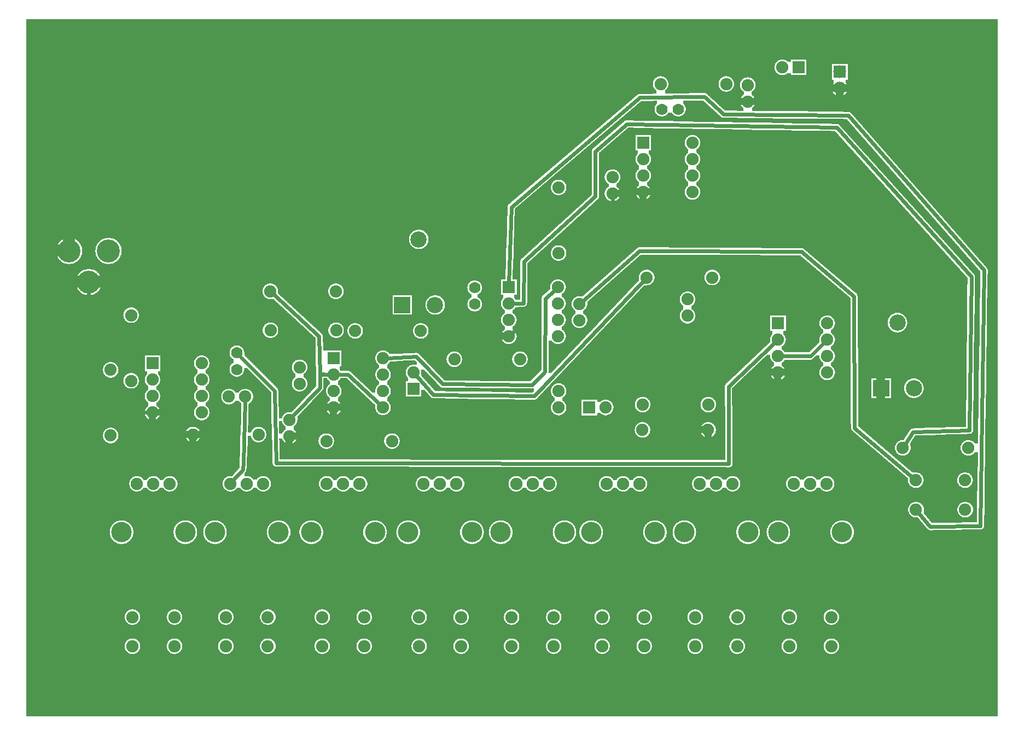
<source format=gtl>
G04 MADE WITH FRITZING*
G04 WWW.FRITZING.ORG*
G04 DOUBLE SIDED*
G04 HOLES PLATED*
G04 CONTOUR ON CENTER OF CONTOUR VECTOR*
%ASAXBY*%
%FSLAX23Y23*%
%MOIN*%
%OFA0B0*%
%SFA1.0B1.0*%
%ADD10C,0.075000*%
%ADD11C,0.074667*%
%ADD12C,0.074695*%
%ADD13C,0.124033*%
%ADD14C,0.070000*%
%ADD15C,0.099000*%
%ADD16C,0.078000*%
%ADD17C,0.140000*%
%ADD18R,0.075000X0.075000*%
%ADD19R,0.099000X0.099000*%
%ADD20R,0.078000X0.078000*%
%ADD21C,0.024000*%
%LNCOPPER1*%
G90*
G70*
G54D10*
X124Y4215D03*
X809Y2194D03*
X1109Y2194D03*
X809Y2094D03*
X1109Y2094D03*
X809Y1994D03*
X1109Y1994D03*
X809Y1894D03*
X1109Y1894D03*
X1913Y2225D03*
X2213Y2225D03*
X1913Y2125D03*
X2213Y2125D03*
X1913Y2025D03*
X2213Y2025D03*
X1913Y1925D03*
X2213Y1925D03*
X4620Y2438D03*
X4920Y2438D03*
X4620Y2338D03*
X4920Y2338D03*
X4620Y2238D03*
X4920Y2238D03*
X4620Y2138D03*
X4920Y2138D03*
X3799Y3538D03*
X4099Y3538D03*
X3799Y3438D03*
X4099Y3438D03*
X3799Y3338D03*
X4099Y3338D03*
X3799Y3238D03*
X4099Y3238D03*
G54D11*
X914Y1460D03*
X814Y1460D03*
G54D12*
X714Y1460D03*
G54D13*
X1008Y1164D03*
X620Y1164D03*
G54D11*
X1483Y1460D03*
X1383Y1460D03*
G54D12*
X1283Y1460D03*
G54D13*
X1577Y1164D03*
X1189Y1164D03*
G54D11*
X2070Y1460D03*
X1970Y1460D03*
G54D12*
X1870Y1460D03*
G54D13*
X2165Y1164D03*
X1776Y1164D03*
G54D11*
X2661Y1460D03*
X2561Y1460D03*
G54D12*
X2461Y1460D03*
G54D13*
X2755Y1164D03*
X2367Y1164D03*
G54D11*
X3225Y1460D03*
X3125Y1460D03*
G54D12*
X3025Y1460D03*
G54D13*
X3319Y1164D03*
X2931Y1164D03*
G54D11*
X3776Y1460D03*
X3676Y1460D03*
G54D12*
X3576Y1460D03*
G54D13*
X3870Y1164D03*
X3482Y1164D03*
G54D11*
X4343Y1460D03*
X4243Y1460D03*
G54D12*
X4143Y1460D03*
G54D13*
X4438Y1164D03*
X4049Y1164D03*
G54D11*
X4917Y1460D03*
X4817Y1460D03*
G54D12*
X4717Y1460D03*
G54D13*
X5011Y1164D03*
X4623Y1164D03*
G54D10*
X4945Y470D03*
X4689Y470D03*
X4945Y647D03*
X4689Y647D03*
X4372Y470D03*
X4116Y470D03*
X4372Y647D03*
X4116Y647D03*
X3805Y470D03*
X3549Y470D03*
X3805Y647D03*
X3549Y647D03*
X3253Y470D03*
X2997Y470D03*
X3253Y647D03*
X2997Y647D03*
X2689Y470D03*
X2433Y470D03*
X2689Y647D03*
X2433Y647D03*
X2099Y470D03*
X1843Y470D03*
X2099Y647D03*
X1843Y647D03*
X1511Y470D03*
X1256Y470D03*
X1511Y647D03*
X1256Y647D03*
X942Y470D03*
X687Y470D03*
X942Y647D03*
X687Y647D03*
X4305Y3897D03*
X3905Y3897D03*
X1274Y1991D03*
X1374Y1991D03*
X3283Y3266D03*
X3283Y2866D03*
X3612Y3229D03*
X3612Y3329D03*
X1526Y2633D03*
X1926Y2633D03*
X1644Y1750D03*
X1644Y1850D03*
X1055Y1760D03*
X1455Y1760D03*
X1528Y2395D03*
X1928Y2395D03*
X3283Y1925D03*
X3283Y2025D03*
X1705Y2070D03*
X1705Y2170D03*
X554Y1754D03*
X554Y2154D03*
X4436Y3790D03*
X4436Y3890D03*
X3410Y2456D03*
X3410Y2556D03*
X4069Y2584D03*
X4069Y2484D03*
X1868Y1720D03*
X2268Y1720D03*
X678Y2087D03*
X678Y2487D03*
G54D14*
X1322Y2258D03*
X1322Y2157D03*
G54D15*
X5448Y2042D03*
X5248Y2042D03*
X5348Y2442D03*
G54D10*
X3820Y2717D03*
X4220Y2717D03*
X2443Y2391D03*
X2043Y2391D03*
X2399Y2038D03*
X2399Y2138D03*
X3795Y1942D03*
X4195Y1942D03*
X4194Y1788D03*
X3794Y1788D03*
X4746Y3998D03*
X4646Y3998D03*
X3470Y1925D03*
X3570Y1925D03*
G54D16*
X4997Y3971D03*
X4997Y3871D03*
G54D14*
X2772Y2655D03*
X2772Y2555D03*
X3913Y3743D03*
X4013Y3743D03*
G54D10*
X5460Y1482D03*
X5760Y1482D03*
X5781Y1679D03*
X5381Y1679D03*
X5461Y1302D03*
X5761Y1302D03*
X3048Y2219D03*
X2648Y2219D03*
G54D15*
X2531Y2549D03*
X2331Y2549D03*
X2431Y2949D03*
G54D10*
X2980Y2659D03*
X3280Y2659D03*
X2980Y2559D03*
X3280Y2559D03*
X2980Y2459D03*
X3280Y2459D03*
X2980Y2359D03*
X3280Y2359D03*
G54D17*
X541Y2879D03*
X301Y2879D03*
X421Y2689D03*
G54D18*
X809Y2194D03*
X1913Y2225D03*
X4620Y2438D03*
X3799Y3538D03*
G54D19*
X5248Y2042D03*
G54D18*
X2399Y2038D03*
X4746Y3998D03*
X3470Y1925D03*
G54D20*
X4997Y3971D03*
G54D19*
X2331Y2549D03*
G54D18*
X2980Y2659D03*
G54D21*
X1358Y1546D02*
X1362Y1588D01*
D02*
X1362Y1588D02*
X1374Y1962D01*
D02*
X1304Y1484D02*
X1358Y1546D01*
D02*
X1828Y2046D02*
X1663Y1871D01*
D02*
X1838Y2127D02*
X1828Y2134D01*
D02*
X1828Y2134D02*
X1828Y2046D01*
D02*
X1885Y2126D02*
X1838Y2127D01*
D02*
X1828Y2128D02*
X1885Y2126D01*
D02*
X1547Y2614D02*
X1824Y2358D01*
D02*
X1824Y2358D02*
X1828Y2128D01*
D02*
X1998Y2127D02*
X1942Y2126D01*
D02*
X2192Y1945D02*
X1998Y2127D01*
D02*
X1553Y2027D02*
X1341Y2239D01*
D02*
X4318Y2053D02*
X4321Y1582D01*
D02*
X4321Y1582D02*
X1562Y1587D01*
D02*
X4599Y2318D02*
X4318Y2053D01*
D02*
X1562Y1587D02*
X1553Y2027D01*
D02*
X3202Y2590D02*
X3258Y2640D01*
D02*
X3200Y2143D02*
X3202Y2590D01*
D02*
X3122Y2063D02*
X3200Y2143D01*
D02*
X2415Y2236D02*
X2577Y2068D01*
D02*
X2577Y2068D02*
X3122Y2063D01*
D02*
X2242Y2227D02*
X2415Y2236D01*
D02*
X2521Y2003D02*
X2418Y2117D01*
D02*
X3800Y2696D02*
X3135Y1994D01*
D02*
X3135Y1994D02*
X2521Y2003D01*
D02*
X3057Y2428D02*
X3001Y2378D01*
D02*
X3614Y2871D02*
X3388Y2867D01*
D02*
X3388Y2867D02*
X3152Y2657D01*
D02*
X3152Y2657D02*
X3146Y2433D01*
D02*
X3146Y2433D02*
X3057Y2428D01*
D02*
X3612Y3200D02*
X3614Y2871D01*
D02*
X3507Y3486D02*
X3507Y3211D01*
D02*
X3507Y3211D02*
X3072Y2815D01*
D02*
X3072Y2815D02*
X3069Y2560D01*
D02*
X3698Y3652D02*
X3507Y3486D01*
D02*
X5444Y1776D02*
X5787Y1786D01*
D02*
X4978Y3631D02*
X3698Y3652D01*
D02*
X3069Y2560D02*
X3008Y2559D01*
D02*
X5798Y2723D02*
X4978Y3631D01*
D02*
X5787Y1786D02*
X5798Y2723D01*
D02*
X5396Y1702D02*
X5444Y1776D01*
D02*
X3776Y2878D02*
X3432Y2575D01*
D02*
X5087Y1800D02*
X5084Y2603D01*
D02*
X4762Y2875D02*
X3776Y2878D01*
D02*
X5438Y1500D02*
X5087Y1800D01*
D02*
X5084Y2603D02*
X4762Y2875D01*
D02*
X2995Y3147D02*
X2981Y2687D01*
D02*
X5048Y3705D02*
X4288Y3712D01*
D02*
X5875Y2762D02*
X5048Y3705D01*
D02*
X5547Y1199D02*
X5854Y1203D01*
D02*
X5854Y1203D02*
X5875Y2762D01*
D02*
X4288Y3712D02*
X4172Y3819D01*
D02*
X4172Y3819D02*
X3779Y3815D01*
D02*
X3779Y3815D02*
X2995Y3147D01*
D02*
X5480Y1280D02*
X5547Y1199D01*
D02*
X4819Y2239D02*
X4648Y2238D01*
D02*
X4899Y2318D02*
X4819Y2239D01*
D02*
X421Y2628D02*
X424Y1897D01*
D02*
X424Y1897D02*
X780Y1894D01*
G36*
X2444Y2155D02*
X2444Y2151D01*
X2446Y2151D01*
X2446Y2119D01*
X2448Y2119D01*
X2448Y2117D01*
X2450Y2117D01*
X2450Y2113D01*
X2452Y2113D01*
X2452Y2111D01*
X2454Y2111D01*
X2454Y2109D01*
X2456Y2109D01*
X2456Y2107D01*
X2458Y2107D01*
X2458Y2105D01*
X2460Y2105D01*
X2460Y2103D01*
X2462Y2103D01*
X2462Y2101D01*
X2464Y2101D01*
X2464Y2099D01*
X2466Y2099D01*
X2466Y2097D01*
X2468Y2097D01*
X2468Y2093D01*
X2470Y2093D01*
X2470Y2091D01*
X2472Y2091D01*
X2472Y2089D01*
X2474Y2089D01*
X2474Y2087D01*
X2476Y2087D01*
X2476Y2085D01*
X2478Y2085D01*
X2478Y2083D01*
X2480Y2083D01*
X2480Y2081D01*
X2482Y2081D01*
X2482Y2079D01*
X2484Y2079D01*
X2484Y2077D01*
X2486Y2077D01*
X2486Y2073D01*
X2488Y2073D01*
X2488Y2071D01*
X2490Y2071D01*
X2490Y2069D01*
X2492Y2069D01*
X2492Y2067D01*
X2494Y2067D01*
X2494Y2065D01*
X2496Y2065D01*
X2496Y2063D01*
X2498Y2063D01*
X2498Y2061D01*
X2500Y2061D01*
X2500Y2059D01*
X2502Y2059D01*
X2502Y2057D01*
X2504Y2057D01*
X2504Y2053D01*
X2506Y2053D01*
X2506Y2051D01*
X2508Y2051D01*
X2508Y2049D01*
X2510Y2049D01*
X2510Y2047D01*
X2512Y2047D01*
X2512Y2045D01*
X2514Y2045D01*
X2514Y2043D01*
X2516Y2043D01*
X2516Y2041D01*
X2518Y2041D01*
X2518Y2039D01*
X2520Y2039D01*
X2520Y2037D01*
X2522Y2037D01*
X2522Y2033D01*
X2524Y2033D01*
X2524Y2031D01*
X2526Y2031D01*
X2526Y2029D01*
X2528Y2029D01*
X2528Y2027D01*
X2530Y2027D01*
X2530Y2025D01*
X2594Y2025D01*
X2594Y2023D01*
X2734Y2023D01*
X2734Y2021D01*
X2876Y2021D01*
X2876Y2019D01*
X3018Y2019D01*
X3018Y2017D01*
X3126Y2017D01*
X3126Y2019D01*
X3128Y2019D01*
X3128Y2021D01*
X3130Y2021D01*
X3130Y2023D01*
X3132Y2023D01*
X3132Y2025D01*
X3134Y2025D01*
X3134Y2041D01*
X3054Y2041D01*
X3054Y2043D01*
X2802Y2043D01*
X2802Y2045D01*
X2576Y2045D01*
X2576Y2047D01*
X2568Y2047D01*
X2568Y2049D01*
X2564Y2049D01*
X2564Y2051D01*
X2562Y2051D01*
X2562Y2053D01*
X2560Y2053D01*
X2560Y2055D01*
X2558Y2055D01*
X2558Y2057D01*
X2556Y2057D01*
X2556Y2059D01*
X2554Y2059D01*
X2554Y2061D01*
X2552Y2061D01*
X2552Y2063D01*
X2550Y2063D01*
X2550Y2065D01*
X2548Y2065D01*
X2548Y2067D01*
X2546Y2067D01*
X2546Y2069D01*
X2544Y2069D01*
X2544Y2071D01*
X2542Y2071D01*
X2542Y2073D01*
X2540Y2073D01*
X2540Y2077D01*
X2538Y2077D01*
X2538Y2079D01*
X2536Y2079D01*
X2536Y2081D01*
X2534Y2081D01*
X2534Y2083D01*
X2532Y2083D01*
X2532Y2085D01*
X2530Y2085D01*
X2530Y2087D01*
X2528Y2087D01*
X2528Y2089D01*
X2526Y2089D01*
X2526Y2091D01*
X2524Y2091D01*
X2524Y2093D01*
X2522Y2093D01*
X2522Y2095D01*
X2520Y2095D01*
X2520Y2097D01*
X2518Y2097D01*
X2518Y2099D01*
X2516Y2099D01*
X2516Y2101D01*
X2514Y2101D01*
X2514Y2103D01*
X2512Y2103D01*
X2512Y2105D01*
X2510Y2105D01*
X2510Y2107D01*
X2508Y2107D01*
X2508Y2109D01*
X2506Y2109D01*
X2506Y2111D01*
X2504Y2111D01*
X2504Y2113D01*
X2502Y2113D01*
X2502Y2115D01*
X2500Y2115D01*
X2500Y2117D01*
X2498Y2117D01*
X2498Y2119D01*
X2496Y2119D01*
X2496Y2121D01*
X2494Y2121D01*
X2494Y2123D01*
X2492Y2123D01*
X2492Y2125D01*
X2490Y2125D01*
X2490Y2129D01*
X2488Y2129D01*
X2488Y2131D01*
X2486Y2131D01*
X2486Y2133D01*
X2484Y2133D01*
X2484Y2135D01*
X2482Y2135D01*
X2482Y2137D01*
X2480Y2137D01*
X2480Y2139D01*
X2478Y2139D01*
X2478Y2141D01*
X2476Y2141D01*
X2476Y2143D01*
X2474Y2143D01*
X2474Y2145D01*
X2472Y2145D01*
X2472Y2147D01*
X2470Y2147D01*
X2470Y2149D01*
X2468Y2149D01*
X2468Y2151D01*
X2466Y2151D01*
X2466Y2153D01*
X2464Y2153D01*
X2464Y2155D01*
X2444Y2155D01*
G37*
D02*
G36*
X1850Y2105D02*
X1850Y2043D01*
X1870Y2043D01*
X1870Y2047D01*
X1872Y2047D01*
X1872Y2051D01*
X1874Y2051D01*
X1874Y2053D01*
X1876Y2053D01*
X1876Y2055D01*
X1878Y2055D01*
X1878Y2059D01*
X1880Y2059D01*
X1880Y2061D01*
X1884Y2061D01*
X1884Y2063D01*
X1886Y2063D01*
X1886Y2065D01*
X1890Y2065D01*
X1890Y2085D01*
X1886Y2085D01*
X1886Y2087D01*
X1884Y2087D01*
X1884Y2089D01*
X1882Y2089D01*
X1882Y2091D01*
X1880Y2091D01*
X1880Y2093D01*
X1878Y2093D01*
X1878Y2095D01*
X1876Y2095D01*
X1876Y2097D01*
X1874Y2097D01*
X1874Y2101D01*
X1872Y2101D01*
X1872Y2105D01*
X1850Y2105D01*
G37*
D02*
G36*
X1578Y1841D02*
X1578Y1827D01*
X1580Y1827D01*
X1580Y1765D01*
X1600Y1765D01*
X1600Y1771D01*
X1602Y1771D01*
X1602Y1775D01*
X1604Y1775D01*
X1604Y1777D01*
X1606Y1777D01*
X1606Y1779D01*
X1608Y1779D01*
X1608Y1783D01*
X1610Y1783D01*
X1610Y1785D01*
X1612Y1785D01*
X1612Y1787D01*
X1616Y1787D01*
X1616Y1789D01*
X1618Y1789D01*
X1618Y1811D01*
X1616Y1811D01*
X1616Y1813D01*
X1614Y1813D01*
X1614Y1815D01*
X1610Y1815D01*
X1610Y1817D01*
X1608Y1817D01*
X1608Y1821D01*
X1606Y1821D01*
X1606Y1823D01*
X1604Y1823D01*
X1604Y1825D01*
X1602Y1825D01*
X1602Y1829D01*
X1600Y1829D01*
X1600Y1835D01*
X1598Y1835D01*
X1598Y1841D01*
X1578Y1841D01*
G37*
D02*
G36*
X40Y4291D02*
X40Y4045D01*
X4794Y4045D01*
X4794Y4019D01*
X5046Y4019D01*
X5046Y3921D01*
X5034Y3921D01*
X5034Y3901D01*
X5036Y3901D01*
X5036Y3899D01*
X5038Y3899D01*
X5038Y3895D01*
X5040Y3895D01*
X5040Y3893D01*
X5042Y3893D01*
X5042Y3887D01*
X5044Y3887D01*
X5044Y3881D01*
X5046Y3881D01*
X5046Y3861D01*
X5044Y3861D01*
X5044Y3855D01*
X5042Y3855D01*
X5042Y3849D01*
X5040Y3849D01*
X5040Y3845D01*
X5038Y3845D01*
X5038Y3843D01*
X5036Y3843D01*
X5036Y3841D01*
X5034Y3841D01*
X5034Y3837D01*
X5032Y3837D01*
X5032Y3835D01*
X5030Y3835D01*
X5030Y3833D01*
X5026Y3833D01*
X5026Y3831D01*
X5024Y3831D01*
X5024Y3829D01*
X5020Y3829D01*
X5020Y3827D01*
X5016Y3827D01*
X5016Y3825D01*
X5010Y3825D01*
X5010Y3823D01*
X5000Y3823D01*
X5000Y3821D01*
X5960Y3821D01*
X5960Y4291D01*
X40Y4291D01*
G37*
D02*
G36*
X40Y4045D02*
X40Y3951D01*
X4636Y3951D01*
X4636Y3953D01*
X4630Y3953D01*
X4630Y3955D01*
X4624Y3955D01*
X4624Y3957D01*
X4622Y3957D01*
X4622Y3959D01*
X4618Y3959D01*
X4618Y3961D01*
X4616Y3961D01*
X4616Y3963D01*
X4614Y3963D01*
X4614Y3965D01*
X4612Y3965D01*
X4612Y3967D01*
X4610Y3967D01*
X4610Y3969D01*
X4608Y3969D01*
X4608Y3971D01*
X4606Y3971D01*
X4606Y3975D01*
X4604Y3975D01*
X4604Y3979D01*
X4602Y3979D01*
X4602Y3985D01*
X4600Y3985D01*
X4600Y3993D01*
X4598Y3993D01*
X4598Y4003D01*
X4600Y4003D01*
X4600Y4011D01*
X4602Y4011D01*
X4602Y4017D01*
X4604Y4017D01*
X4604Y4021D01*
X4606Y4021D01*
X4606Y4025D01*
X4608Y4025D01*
X4608Y4027D01*
X4610Y4027D01*
X4610Y4029D01*
X4612Y4029D01*
X4612Y4033D01*
X4616Y4033D01*
X4616Y4035D01*
X4618Y4035D01*
X4618Y4037D01*
X4620Y4037D01*
X4620Y4039D01*
X4624Y4039D01*
X4624Y4041D01*
X4628Y4041D01*
X4628Y4043D01*
X4634Y4043D01*
X4634Y4045D01*
X40Y4045D01*
G37*
D02*
G36*
X4658Y4045D02*
X4658Y4043D01*
X4664Y4043D01*
X4664Y4041D01*
X4668Y4041D01*
X4668Y4039D01*
X4672Y4039D01*
X4672Y4037D01*
X4674Y4037D01*
X4674Y4035D01*
X4678Y4035D01*
X4678Y4033D01*
X4698Y4033D01*
X4698Y4045D01*
X4658Y4045D01*
G37*
D02*
G36*
X4794Y4019D02*
X4794Y3951D01*
X4948Y3951D01*
X4948Y4019D01*
X4794Y4019D01*
G37*
D02*
G36*
X4676Y3963D02*
X4676Y3961D01*
X4674Y3961D01*
X4674Y3959D01*
X4672Y3959D01*
X4672Y3957D01*
X4668Y3957D01*
X4668Y3955D01*
X4664Y3955D01*
X4664Y3953D01*
X4656Y3953D01*
X4656Y3951D01*
X4698Y3951D01*
X4698Y3963D01*
X4676Y3963D01*
G37*
D02*
G36*
X40Y3951D02*
X40Y3949D01*
X4948Y3949D01*
X4948Y3951D01*
X40Y3951D01*
G37*
D02*
G36*
X40Y3951D02*
X40Y3949D01*
X4948Y3949D01*
X4948Y3951D01*
X40Y3951D01*
G37*
D02*
G36*
X40Y3951D02*
X40Y3949D01*
X4948Y3949D01*
X4948Y3951D01*
X40Y3951D01*
G37*
D02*
G36*
X40Y3949D02*
X40Y3945D01*
X4310Y3945D01*
X4310Y3943D01*
X4318Y3943D01*
X4318Y3941D01*
X4324Y3941D01*
X4324Y3939D01*
X4438Y3939D01*
X4438Y3937D01*
X4448Y3937D01*
X4448Y3935D01*
X4454Y3935D01*
X4454Y3933D01*
X4458Y3933D01*
X4458Y3931D01*
X4462Y3931D01*
X4462Y3929D01*
X4464Y3929D01*
X4464Y3927D01*
X4468Y3927D01*
X4468Y3925D01*
X4470Y3925D01*
X4470Y3923D01*
X4472Y3923D01*
X4472Y3919D01*
X4474Y3919D01*
X4474Y3917D01*
X4476Y3917D01*
X4476Y3913D01*
X4478Y3913D01*
X4478Y3911D01*
X4480Y3911D01*
X4480Y3905D01*
X4482Y3905D01*
X4482Y3895D01*
X4484Y3895D01*
X4484Y3887D01*
X4482Y3887D01*
X4482Y3877D01*
X4480Y3877D01*
X4480Y3871D01*
X4478Y3871D01*
X4478Y3867D01*
X4476Y3867D01*
X4476Y3865D01*
X4474Y3865D01*
X4474Y3861D01*
X4472Y3861D01*
X4472Y3859D01*
X4470Y3859D01*
X4470Y3857D01*
X4468Y3857D01*
X4468Y3855D01*
X4466Y3855D01*
X4466Y3853D01*
X4464Y3853D01*
X4464Y3851D01*
X4460Y3851D01*
X4460Y3831D01*
X4462Y3831D01*
X4462Y3829D01*
X4464Y3829D01*
X4464Y3827D01*
X4468Y3827D01*
X4468Y3825D01*
X4470Y3825D01*
X4470Y3823D01*
X4472Y3823D01*
X4472Y3821D01*
X4994Y3821D01*
X4994Y3823D01*
X4984Y3823D01*
X4984Y3825D01*
X4978Y3825D01*
X4978Y3827D01*
X4974Y3827D01*
X4974Y3829D01*
X4970Y3829D01*
X4970Y3831D01*
X4968Y3831D01*
X4968Y3833D01*
X4966Y3833D01*
X4966Y3835D01*
X4962Y3835D01*
X4962Y3837D01*
X4960Y3837D01*
X4960Y3841D01*
X4958Y3841D01*
X4958Y3843D01*
X4956Y3843D01*
X4956Y3847D01*
X4954Y3847D01*
X4954Y3849D01*
X4952Y3849D01*
X4952Y3855D01*
X4950Y3855D01*
X4950Y3863D01*
X4948Y3863D01*
X4948Y3879D01*
X4950Y3879D01*
X4950Y3887D01*
X4952Y3887D01*
X4952Y3891D01*
X4954Y3891D01*
X4954Y3895D01*
X4956Y3895D01*
X4956Y3899D01*
X4958Y3899D01*
X4958Y3901D01*
X4960Y3901D01*
X4960Y3921D01*
X4948Y3921D01*
X4948Y3949D01*
X40Y3949D01*
G37*
D02*
G36*
X40Y3945D02*
X40Y3009D01*
X2442Y3009D01*
X2442Y3007D01*
X2450Y3007D01*
X2450Y3005D01*
X2456Y3005D01*
X2456Y3003D01*
X2460Y3003D01*
X2460Y3001D01*
X2462Y3001D01*
X2462Y2999D01*
X2466Y2999D01*
X2466Y2997D01*
X2468Y2997D01*
X2468Y2995D01*
X2470Y2995D01*
X2470Y2993D01*
X2472Y2993D01*
X2472Y2991D01*
X2474Y2991D01*
X2474Y2989D01*
X2476Y2989D01*
X2476Y2987D01*
X2478Y2987D01*
X2478Y2985D01*
X2480Y2985D01*
X2480Y2981D01*
X2482Y2981D01*
X2482Y2979D01*
X2484Y2979D01*
X2484Y2975D01*
X2486Y2975D01*
X2486Y2969D01*
X2488Y2969D01*
X2488Y2963D01*
X2490Y2963D01*
X2490Y2937D01*
X2488Y2937D01*
X2488Y2929D01*
X2486Y2929D01*
X2486Y2925D01*
X2484Y2925D01*
X2484Y2921D01*
X2482Y2921D01*
X2482Y2917D01*
X2480Y2917D01*
X2480Y2915D01*
X2478Y2915D01*
X2478Y2913D01*
X2476Y2913D01*
X2476Y2909D01*
X2474Y2909D01*
X2474Y2907D01*
X2472Y2907D01*
X2472Y2905D01*
X2468Y2905D01*
X2468Y2903D01*
X2466Y2903D01*
X2466Y2901D01*
X2464Y2901D01*
X2464Y2899D01*
X2460Y2899D01*
X2460Y2897D01*
X2456Y2897D01*
X2456Y2895D01*
X2452Y2895D01*
X2452Y2893D01*
X2446Y2893D01*
X2446Y2891D01*
X2964Y2891D01*
X2964Y2897D01*
X2966Y2897D01*
X2966Y2963D01*
X2968Y2963D01*
X2968Y3027D01*
X2970Y3027D01*
X2970Y3091D01*
X2972Y3091D01*
X2972Y3151D01*
X2974Y3151D01*
X2974Y3157D01*
X2976Y3157D01*
X2976Y3161D01*
X2978Y3161D01*
X2978Y3163D01*
X2980Y3163D01*
X2980Y3165D01*
X2982Y3165D01*
X2982Y3167D01*
X2986Y3167D01*
X2986Y3169D01*
X2988Y3169D01*
X2988Y3171D01*
X2990Y3171D01*
X2990Y3173D01*
X2992Y3173D01*
X2992Y3175D01*
X2994Y3175D01*
X2994Y3177D01*
X2996Y3177D01*
X2996Y3179D01*
X3000Y3179D01*
X3000Y3181D01*
X3002Y3181D01*
X3002Y3183D01*
X3004Y3183D01*
X3004Y3185D01*
X3006Y3185D01*
X3006Y3187D01*
X3008Y3187D01*
X3008Y3189D01*
X3010Y3189D01*
X3010Y3191D01*
X3014Y3191D01*
X3014Y3193D01*
X3016Y3193D01*
X3016Y3195D01*
X3018Y3195D01*
X3018Y3197D01*
X3020Y3197D01*
X3020Y3199D01*
X3022Y3199D01*
X3022Y3201D01*
X3026Y3201D01*
X3026Y3203D01*
X3028Y3203D01*
X3028Y3205D01*
X3030Y3205D01*
X3030Y3207D01*
X3032Y3207D01*
X3032Y3209D01*
X3034Y3209D01*
X3034Y3211D01*
X3036Y3211D01*
X3036Y3213D01*
X3040Y3213D01*
X3040Y3215D01*
X3042Y3215D01*
X3042Y3217D01*
X3044Y3217D01*
X3044Y3219D01*
X3046Y3219D01*
X3046Y3221D01*
X3048Y3221D01*
X3048Y3223D01*
X3050Y3223D01*
X3050Y3225D01*
X3054Y3225D01*
X3054Y3227D01*
X3056Y3227D01*
X3056Y3229D01*
X3058Y3229D01*
X3058Y3231D01*
X3060Y3231D01*
X3060Y3233D01*
X3062Y3233D01*
X3062Y3235D01*
X3066Y3235D01*
X3066Y3237D01*
X3068Y3237D01*
X3068Y3239D01*
X3070Y3239D01*
X3070Y3241D01*
X3072Y3241D01*
X3072Y3243D01*
X3074Y3243D01*
X3074Y3245D01*
X3076Y3245D01*
X3076Y3247D01*
X3080Y3247D01*
X3080Y3249D01*
X3082Y3249D01*
X3082Y3251D01*
X3084Y3251D01*
X3084Y3253D01*
X3086Y3253D01*
X3086Y3255D01*
X3088Y3255D01*
X3088Y3257D01*
X3090Y3257D01*
X3090Y3259D01*
X3094Y3259D01*
X3094Y3261D01*
X3096Y3261D01*
X3096Y3263D01*
X3098Y3263D01*
X3098Y3265D01*
X3100Y3265D01*
X3100Y3267D01*
X3102Y3267D01*
X3102Y3269D01*
X3104Y3269D01*
X3104Y3271D01*
X3108Y3271D01*
X3108Y3273D01*
X3110Y3273D01*
X3110Y3275D01*
X3112Y3275D01*
X3112Y3277D01*
X3114Y3277D01*
X3114Y3279D01*
X3116Y3279D01*
X3116Y3281D01*
X3120Y3281D01*
X3120Y3283D01*
X3122Y3283D01*
X3122Y3285D01*
X3124Y3285D01*
X3124Y3287D01*
X3126Y3287D01*
X3126Y3289D01*
X3128Y3289D01*
X3128Y3291D01*
X3130Y3291D01*
X3130Y3293D01*
X3134Y3293D01*
X3134Y3295D01*
X3136Y3295D01*
X3136Y3297D01*
X3138Y3297D01*
X3138Y3299D01*
X3140Y3299D01*
X3140Y3301D01*
X3142Y3301D01*
X3142Y3303D01*
X3144Y3303D01*
X3144Y3305D01*
X3148Y3305D01*
X3148Y3307D01*
X3150Y3307D01*
X3150Y3309D01*
X3152Y3309D01*
X3152Y3311D01*
X3154Y3311D01*
X3154Y3313D01*
X3156Y3313D01*
X3156Y3315D01*
X3158Y3315D01*
X3158Y3317D01*
X3162Y3317D01*
X3162Y3319D01*
X3164Y3319D01*
X3164Y3321D01*
X3166Y3321D01*
X3166Y3323D01*
X3168Y3323D01*
X3168Y3325D01*
X3170Y3325D01*
X3170Y3327D01*
X3174Y3327D01*
X3174Y3329D01*
X3176Y3329D01*
X3176Y3331D01*
X3178Y3331D01*
X3178Y3333D01*
X3180Y3333D01*
X3180Y3335D01*
X3182Y3335D01*
X3182Y3337D01*
X3184Y3337D01*
X3184Y3339D01*
X3188Y3339D01*
X3188Y3341D01*
X3190Y3341D01*
X3190Y3343D01*
X3192Y3343D01*
X3192Y3345D01*
X3194Y3345D01*
X3194Y3347D01*
X3196Y3347D01*
X3196Y3349D01*
X3198Y3349D01*
X3198Y3351D01*
X3202Y3351D01*
X3202Y3353D01*
X3204Y3353D01*
X3204Y3355D01*
X3206Y3355D01*
X3206Y3357D01*
X3208Y3357D01*
X3208Y3359D01*
X3210Y3359D01*
X3210Y3361D01*
X3214Y3361D01*
X3214Y3363D01*
X3216Y3363D01*
X3216Y3365D01*
X3218Y3365D01*
X3218Y3367D01*
X3220Y3367D01*
X3220Y3369D01*
X3222Y3369D01*
X3222Y3371D01*
X3224Y3371D01*
X3224Y3373D01*
X3228Y3373D01*
X3228Y3375D01*
X3230Y3375D01*
X3230Y3377D01*
X3232Y3377D01*
X3232Y3379D01*
X3234Y3379D01*
X3234Y3381D01*
X3236Y3381D01*
X3236Y3383D01*
X3238Y3383D01*
X3238Y3385D01*
X3242Y3385D01*
X3242Y3387D01*
X3244Y3387D01*
X3244Y3389D01*
X3246Y3389D01*
X3246Y3391D01*
X3248Y3391D01*
X3248Y3393D01*
X3250Y3393D01*
X3250Y3395D01*
X3252Y3395D01*
X3252Y3397D01*
X3256Y3397D01*
X3256Y3399D01*
X3258Y3399D01*
X3258Y3401D01*
X3260Y3401D01*
X3260Y3403D01*
X3262Y3403D01*
X3262Y3405D01*
X3264Y3405D01*
X3264Y3407D01*
X3268Y3407D01*
X3268Y3409D01*
X3270Y3409D01*
X3270Y3411D01*
X3272Y3411D01*
X3272Y3413D01*
X3274Y3413D01*
X3274Y3415D01*
X3276Y3415D01*
X3276Y3417D01*
X3278Y3417D01*
X3278Y3419D01*
X3282Y3419D01*
X3282Y3421D01*
X3284Y3421D01*
X3284Y3423D01*
X3286Y3423D01*
X3286Y3425D01*
X3288Y3425D01*
X3288Y3427D01*
X3290Y3427D01*
X3290Y3429D01*
X3292Y3429D01*
X3292Y3431D01*
X3296Y3431D01*
X3296Y3433D01*
X3298Y3433D01*
X3298Y3435D01*
X3300Y3435D01*
X3300Y3437D01*
X3302Y3437D01*
X3302Y3439D01*
X3304Y3439D01*
X3304Y3441D01*
X3306Y3441D01*
X3306Y3443D01*
X3310Y3443D01*
X3310Y3445D01*
X3312Y3445D01*
X3312Y3447D01*
X3314Y3447D01*
X3314Y3449D01*
X3316Y3449D01*
X3316Y3451D01*
X3318Y3451D01*
X3318Y3453D01*
X3322Y3453D01*
X3322Y3455D01*
X3324Y3455D01*
X3324Y3457D01*
X3326Y3457D01*
X3326Y3459D01*
X3328Y3459D01*
X3328Y3461D01*
X3330Y3461D01*
X3330Y3463D01*
X3332Y3463D01*
X3332Y3465D01*
X3336Y3465D01*
X3336Y3467D01*
X3338Y3467D01*
X3338Y3469D01*
X3340Y3469D01*
X3340Y3471D01*
X3342Y3471D01*
X3342Y3473D01*
X3344Y3473D01*
X3344Y3475D01*
X3346Y3475D01*
X3346Y3477D01*
X3350Y3477D01*
X3350Y3479D01*
X3352Y3479D01*
X3352Y3481D01*
X3354Y3481D01*
X3354Y3483D01*
X3356Y3483D01*
X3356Y3485D01*
X3358Y3485D01*
X3358Y3487D01*
X3362Y3487D01*
X3362Y3489D01*
X3364Y3489D01*
X3364Y3491D01*
X3366Y3491D01*
X3366Y3493D01*
X3368Y3493D01*
X3368Y3495D01*
X3370Y3495D01*
X3370Y3497D01*
X3372Y3497D01*
X3372Y3499D01*
X3376Y3499D01*
X3376Y3501D01*
X3378Y3501D01*
X3378Y3503D01*
X3380Y3503D01*
X3380Y3505D01*
X3382Y3505D01*
X3382Y3507D01*
X3384Y3507D01*
X3384Y3509D01*
X3386Y3509D01*
X3386Y3511D01*
X3390Y3511D01*
X3390Y3513D01*
X3392Y3513D01*
X3392Y3515D01*
X3394Y3515D01*
X3394Y3517D01*
X3396Y3517D01*
X3396Y3519D01*
X3398Y3519D01*
X3398Y3521D01*
X3400Y3521D01*
X3400Y3523D01*
X3404Y3523D01*
X3404Y3525D01*
X3406Y3525D01*
X3406Y3527D01*
X3408Y3527D01*
X3408Y3529D01*
X3410Y3529D01*
X3410Y3531D01*
X3412Y3531D01*
X3412Y3533D01*
X3416Y3533D01*
X3416Y3535D01*
X3418Y3535D01*
X3418Y3537D01*
X3420Y3537D01*
X3420Y3539D01*
X3422Y3539D01*
X3422Y3541D01*
X3424Y3541D01*
X3424Y3543D01*
X3426Y3543D01*
X3426Y3545D01*
X3430Y3545D01*
X3430Y3547D01*
X3432Y3547D01*
X3432Y3549D01*
X3434Y3549D01*
X3434Y3551D01*
X3436Y3551D01*
X3436Y3553D01*
X3438Y3553D01*
X3438Y3555D01*
X3440Y3555D01*
X3440Y3557D01*
X3444Y3557D01*
X3444Y3559D01*
X3446Y3559D01*
X3446Y3561D01*
X3448Y3561D01*
X3448Y3563D01*
X3450Y3563D01*
X3450Y3565D01*
X3452Y3565D01*
X3452Y3567D01*
X3454Y3567D01*
X3454Y3569D01*
X3458Y3569D01*
X3458Y3571D01*
X3460Y3571D01*
X3460Y3573D01*
X3462Y3573D01*
X3462Y3575D01*
X3464Y3575D01*
X3464Y3577D01*
X3466Y3577D01*
X3466Y3579D01*
X3470Y3579D01*
X3470Y3581D01*
X3472Y3581D01*
X3472Y3583D01*
X3474Y3583D01*
X3474Y3585D01*
X3476Y3585D01*
X3476Y3587D01*
X3478Y3587D01*
X3478Y3589D01*
X3480Y3589D01*
X3480Y3591D01*
X3484Y3591D01*
X3484Y3593D01*
X3486Y3593D01*
X3486Y3595D01*
X3488Y3595D01*
X3488Y3597D01*
X3490Y3597D01*
X3490Y3599D01*
X3492Y3599D01*
X3492Y3601D01*
X3494Y3601D01*
X3494Y3603D01*
X3498Y3603D01*
X3498Y3605D01*
X3500Y3605D01*
X3500Y3607D01*
X3502Y3607D01*
X3502Y3609D01*
X3504Y3609D01*
X3504Y3611D01*
X3506Y3611D01*
X3506Y3613D01*
X3510Y3613D01*
X3510Y3615D01*
X3512Y3615D01*
X3512Y3617D01*
X3514Y3617D01*
X3514Y3619D01*
X3516Y3619D01*
X3516Y3621D01*
X3518Y3621D01*
X3518Y3623D01*
X3520Y3623D01*
X3520Y3625D01*
X3524Y3625D01*
X3524Y3627D01*
X3526Y3627D01*
X3526Y3629D01*
X3528Y3629D01*
X3528Y3631D01*
X3530Y3631D01*
X3530Y3633D01*
X3532Y3633D01*
X3532Y3635D01*
X3534Y3635D01*
X3534Y3637D01*
X3538Y3637D01*
X3538Y3639D01*
X3540Y3639D01*
X3540Y3641D01*
X3542Y3641D01*
X3542Y3643D01*
X3544Y3643D01*
X3544Y3645D01*
X3546Y3645D01*
X3546Y3647D01*
X3548Y3647D01*
X3548Y3649D01*
X3552Y3649D01*
X3552Y3651D01*
X3554Y3651D01*
X3554Y3653D01*
X3556Y3653D01*
X3556Y3655D01*
X3558Y3655D01*
X3558Y3657D01*
X3560Y3657D01*
X3560Y3659D01*
X3564Y3659D01*
X3564Y3661D01*
X3566Y3661D01*
X3566Y3663D01*
X3568Y3663D01*
X3568Y3665D01*
X3570Y3665D01*
X3570Y3667D01*
X3572Y3667D01*
X3572Y3669D01*
X3574Y3669D01*
X3574Y3671D01*
X3578Y3671D01*
X3578Y3673D01*
X3580Y3673D01*
X3580Y3675D01*
X3582Y3675D01*
X3582Y3677D01*
X3584Y3677D01*
X3584Y3679D01*
X3586Y3679D01*
X3586Y3681D01*
X3588Y3681D01*
X3588Y3683D01*
X3592Y3683D01*
X3592Y3685D01*
X3594Y3685D01*
X3594Y3687D01*
X3596Y3687D01*
X3596Y3689D01*
X3598Y3689D01*
X3598Y3691D01*
X3600Y3691D01*
X3600Y3693D01*
X3602Y3693D01*
X3602Y3695D01*
X3606Y3695D01*
X3606Y3697D01*
X3608Y3697D01*
X3608Y3699D01*
X3610Y3699D01*
X3610Y3701D01*
X3612Y3701D01*
X3612Y3703D01*
X3614Y3703D01*
X3614Y3705D01*
X3618Y3705D01*
X3618Y3707D01*
X3620Y3707D01*
X3620Y3709D01*
X3622Y3709D01*
X3622Y3711D01*
X3624Y3711D01*
X3624Y3713D01*
X3626Y3713D01*
X3626Y3715D01*
X3628Y3715D01*
X3628Y3717D01*
X3632Y3717D01*
X3632Y3719D01*
X3634Y3719D01*
X3634Y3721D01*
X3636Y3721D01*
X3636Y3723D01*
X3638Y3723D01*
X3638Y3725D01*
X3640Y3725D01*
X3640Y3727D01*
X3642Y3727D01*
X3642Y3729D01*
X3646Y3729D01*
X3646Y3731D01*
X3648Y3731D01*
X3648Y3733D01*
X3650Y3733D01*
X3650Y3735D01*
X3652Y3735D01*
X3652Y3737D01*
X3654Y3737D01*
X3654Y3739D01*
X3658Y3739D01*
X3658Y3741D01*
X3660Y3741D01*
X3660Y3743D01*
X3662Y3743D01*
X3662Y3745D01*
X3664Y3745D01*
X3664Y3747D01*
X3666Y3747D01*
X3666Y3749D01*
X3668Y3749D01*
X3668Y3751D01*
X3672Y3751D01*
X3672Y3753D01*
X3674Y3753D01*
X3674Y3755D01*
X3676Y3755D01*
X3676Y3757D01*
X3678Y3757D01*
X3678Y3759D01*
X3680Y3759D01*
X3680Y3761D01*
X3682Y3761D01*
X3682Y3763D01*
X3686Y3763D01*
X3686Y3765D01*
X3688Y3765D01*
X3688Y3767D01*
X3690Y3767D01*
X3690Y3769D01*
X3692Y3769D01*
X3692Y3771D01*
X3694Y3771D01*
X3694Y3773D01*
X3696Y3773D01*
X3696Y3775D01*
X3700Y3775D01*
X3700Y3777D01*
X3702Y3777D01*
X3702Y3779D01*
X3704Y3779D01*
X3704Y3781D01*
X3706Y3781D01*
X3706Y3783D01*
X3708Y3783D01*
X3708Y3785D01*
X3712Y3785D01*
X3712Y3787D01*
X3714Y3787D01*
X3714Y3789D01*
X3716Y3789D01*
X3716Y3791D01*
X3718Y3791D01*
X3718Y3793D01*
X3720Y3793D01*
X3720Y3795D01*
X3722Y3795D01*
X3722Y3797D01*
X3726Y3797D01*
X3726Y3799D01*
X3728Y3799D01*
X3728Y3801D01*
X3730Y3801D01*
X3730Y3803D01*
X3732Y3803D01*
X3732Y3805D01*
X3734Y3805D01*
X3734Y3807D01*
X3736Y3807D01*
X3736Y3809D01*
X3740Y3809D01*
X3740Y3811D01*
X3742Y3811D01*
X3742Y3813D01*
X3744Y3813D01*
X3744Y3815D01*
X3746Y3815D01*
X3746Y3817D01*
X3748Y3817D01*
X3748Y3819D01*
X3750Y3819D01*
X3750Y3821D01*
X3754Y3821D01*
X3754Y3823D01*
X3756Y3823D01*
X3756Y3825D01*
X3758Y3825D01*
X3758Y3827D01*
X3760Y3827D01*
X3760Y3829D01*
X3762Y3829D01*
X3762Y3831D01*
X3766Y3831D01*
X3766Y3833D01*
X3768Y3833D01*
X3768Y3835D01*
X3772Y3835D01*
X3772Y3837D01*
X3858Y3837D01*
X3858Y3839D01*
X3878Y3839D01*
X3878Y3859D01*
X3876Y3859D01*
X3876Y3861D01*
X3872Y3861D01*
X3872Y3863D01*
X3870Y3863D01*
X3870Y3865D01*
X3868Y3865D01*
X3868Y3869D01*
X3866Y3869D01*
X3866Y3871D01*
X3864Y3871D01*
X3864Y3875D01*
X3862Y3875D01*
X3862Y3879D01*
X3860Y3879D01*
X3860Y3885D01*
X3858Y3885D01*
X3858Y3909D01*
X3860Y3909D01*
X3860Y3915D01*
X3862Y3915D01*
X3862Y3919D01*
X3864Y3919D01*
X3864Y3923D01*
X3866Y3923D01*
X3866Y3925D01*
X3868Y3925D01*
X3868Y3927D01*
X3870Y3927D01*
X3870Y3931D01*
X3872Y3931D01*
X3872Y3933D01*
X3876Y3933D01*
X3876Y3935D01*
X3878Y3935D01*
X3878Y3937D01*
X3882Y3937D01*
X3882Y3939D01*
X3886Y3939D01*
X3886Y3941D01*
X3890Y3941D01*
X3890Y3943D01*
X3900Y3943D01*
X3900Y3945D01*
X40Y3945D01*
G37*
D02*
G36*
X3910Y3945D02*
X3910Y3943D01*
X3918Y3943D01*
X3918Y3941D01*
X3924Y3941D01*
X3924Y3939D01*
X3928Y3939D01*
X3928Y3937D01*
X3932Y3937D01*
X3932Y3935D01*
X3934Y3935D01*
X3934Y3933D01*
X3936Y3933D01*
X3936Y3931D01*
X3938Y3931D01*
X3938Y3929D01*
X3940Y3929D01*
X3940Y3927D01*
X3942Y3927D01*
X3942Y3925D01*
X3944Y3925D01*
X3944Y3921D01*
X3946Y3921D01*
X3946Y3917D01*
X3948Y3917D01*
X3948Y3913D01*
X3950Y3913D01*
X3950Y3907D01*
X3952Y3907D01*
X3952Y3887D01*
X3950Y3887D01*
X3950Y3881D01*
X3948Y3881D01*
X3948Y3875D01*
X3946Y3875D01*
X3946Y3873D01*
X3944Y3873D01*
X3944Y3869D01*
X3942Y3869D01*
X3942Y3867D01*
X3940Y3867D01*
X3940Y3865D01*
X3938Y3865D01*
X3938Y3863D01*
X3936Y3863D01*
X3936Y3861D01*
X3934Y3861D01*
X3934Y3859D01*
X3932Y3859D01*
X3932Y3849D01*
X4298Y3849D01*
X4298Y3851D01*
X4290Y3851D01*
X4290Y3853D01*
X4284Y3853D01*
X4284Y3855D01*
X4280Y3855D01*
X4280Y3857D01*
X4278Y3857D01*
X4278Y3859D01*
X4276Y3859D01*
X4276Y3861D01*
X4272Y3861D01*
X4272Y3863D01*
X4270Y3863D01*
X4270Y3865D01*
X4268Y3865D01*
X4268Y3869D01*
X4266Y3869D01*
X4266Y3871D01*
X4264Y3871D01*
X4264Y3875D01*
X4262Y3875D01*
X4262Y3879D01*
X4260Y3879D01*
X4260Y3885D01*
X4258Y3885D01*
X4258Y3909D01*
X4260Y3909D01*
X4260Y3915D01*
X4262Y3915D01*
X4262Y3919D01*
X4264Y3919D01*
X4264Y3923D01*
X4266Y3923D01*
X4266Y3925D01*
X4268Y3925D01*
X4268Y3927D01*
X4270Y3927D01*
X4270Y3931D01*
X4272Y3931D01*
X4272Y3933D01*
X4276Y3933D01*
X4276Y3935D01*
X4278Y3935D01*
X4278Y3937D01*
X4282Y3937D01*
X4282Y3939D01*
X4286Y3939D01*
X4286Y3941D01*
X4290Y3941D01*
X4290Y3943D01*
X4300Y3943D01*
X4300Y3945D01*
X3910Y3945D01*
G37*
D02*
G36*
X4328Y3939D02*
X4328Y3937D01*
X4332Y3937D01*
X4332Y3935D01*
X4334Y3935D01*
X4334Y3933D01*
X4336Y3933D01*
X4336Y3931D01*
X4338Y3931D01*
X4338Y3929D01*
X4340Y3929D01*
X4340Y3927D01*
X4342Y3927D01*
X4342Y3925D01*
X4344Y3925D01*
X4344Y3921D01*
X4346Y3921D01*
X4346Y3917D01*
X4348Y3917D01*
X4348Y3913D01*
X4350Y3913D01*
X4350Y3907D01*
X4352Y3907D01*
X4352Y3887D01*
X4350Y3887D01*
X4350Y3881D01*
X4348Y3881D01*
X4348Y3875D01*
X4346Y3875D01*
X4346Y3873D01*
X4344Y3873D01*
X4344Y3869D01*
X4342Y3869D01*
X4342Y3867D01*
X4340Y3867D01*
X4340Y3865D01*
X4338Y3865D01*
X4338Y3863D01*
X4336Y3863D01*
X4336Y3861D01*
X4334Y3861D01*
X4334Y3859D01*
X4332Y3859D01*
X4332Y3857D01*
X4328Y3857D01*
X4328Y3855D01*
X4324Y3855D01*
X4324Y3853D01*
X4320Y3853D01*
X4320Y3851D01*
X4312Y3851D01*
X4312Y3849D01*
X4412Y3849D01*
X4412Y3851D01*
X4408Y3851D01*
X4408Y3853D01*
X4406Y3853D01*
X4406Y3855D01*
X4404Y3855D01*
X4404Y3857D01*
X4402Y3857D01*
X4402Y3859D01*
X4400Y3859D01*
X4400Y3861D01*
X4398Y3861D01*
X4398Y3863D01*
X4396Y3863D01*
X4396Y3867D01*
X4394Y3867D01*
X4394Y3871D01*
X4392Y3871D01*
X4392Y3875D01*
X4390Y3875D01*
X4390Y3883D01*
X4388Y3883D01*
X4388Y3899D01*
X4390Y3899D01*
X4390Y3905D01*
X4392Y3905D01*
X4392Y3911D01*
X4394Y3911D01*
X4394Y3915D01*
X4396Y3915D01*
X4396Y3917D01*
X4398Y3917D01*
X4398Y3921D01*
X4400Y3921D01*
X4400Y3923D01*
X4402Y3923D01*
X4402Y3925D01*
X4404Y3925D01*
X4404Y3927D01*
X4406Y3927D01*
X4406Y3929D01*
X4410Y3929D01*
X4410Y3931D01*
X4414Y3931D01*
X4414Y3933D01*
X4416Y3933D01*
X4416Y3935D01*
X4422Y3935D01*
X4422Y3937D01*
X4434Y3937D01*
X4434Y3939D01*
X4328Y3939D01*
G37*
D02*
G36*
X3932Y3849D02*
X3932Y3847D01*
X4412Y3847D01*
X4412Y3849D01*
X3932Y3849D01*
G37*
D02*
G36*
X3932Y3849D02*
X3932Y3847D01*
X4412Y3847D01*
X4412Y3849D01*
X3932Y3849D01*
G37*
D02*
G36*
X3932Y3847D02*
X3932Y3841D01*
X4178Y3841D01*
X4178Y3839D01*
X4182Y3839D01*
X4182Y3837D01*
X4186Y3837D01*
X4186Y3835D01*
X4188Y3835D01*
X4188Y3833D01*
X4190Y3833D01*
X4190Y3831D01*
X4192Y3831D01*
X4192Y3829D01*
X4194Y3829D01*
X4194Y3827D01*
X4196Y3827D01*
X4196Y3825D01*
X4198Y3825D01*
X4198Y3823D01*
X4200Y3823D01*
X4200Y3821D01*
X4204Y3821D01*
X4204Y3819D01*
X4206Y3819D01*
X4206Y3817D01*
X4208Y3817D01*
X4208Y3815D01*
X4210Y3815D01*
X4210Y3813D01*
X4212Y3813D01*
X4212Y3811D01*
X4214Y3811D01*
X4214Y3809D01*
X4216Y3809D01*
X4216Y3807D01*
X4218Y3807D01*
X4218Y3805D01*
X4220Y3805D01*
X4220Y3803D01*
X4222Y3803D01*
X4222Y3801D01*
X4226Y3801D01*
X4226Y3799D01*
X4228Y3799D01*
X4228Y3797D01*
X4230Y3797D01*
X4230Y3795D01*
X4232Y3795D01*
X4232Y3793D01*
X4234Y3793D01*
X4234Y3791D01*
X4236Y3791D01*
X4236Y3789D01*
X4238Y3789D01*
X4238Y3787D01*
X4240Y3787D01*
X4240Y3785D01*
X4242Y3785D01*
X4242Y3783D01*
X4244Y3783D01*
X4244Y3781D01*
X4248Y3781D01*
X4248Y3779D01*
X4250Y3779D01*
X4250Y3777D01*
X4252Y3777D01*
X4252Y3775D01*
X4254Y3775D01*
X4254Y3773D01*
X4256Y3773D01*
X4256Y3771D01*
X4258Y3771D01*
X4258Y3769D01*
X4260Y3769D01*
X4260Y3767D01*
X4262Y3767D01*
X4262Y3765D01*
X4264Y3765D01*
X4264Y3763D01*
X4266Y3763D01*
X4266Y3761D01*
X4270Y3761D01*
X4270Y3759D01*
X4272Y3759D01*
X4272Y3757D01*
X4274Y3757D01*
X4274Y3755D01*
X4276Y3755D01*
X4276Y3753D01*
X4278Y3753D01*
X4278Y3751D01*
X4280Y3751D01*
X4280Y3749D01*
X4282Y3749D01*
X4282Y3747D01*
X4284Y3747D01*
X4284Y3745D01*
X4286Y3745D01*
X4286Y3743D01*
X4288Y3743D01*
X4288Y3741D01*
X4292Y3741D01*
X4292Y3739D01*
X4294Y3739D01*
X4294Y3737D01*
X4296Y3737D01*
X4296Y3735D01*
X4374Y3735D01*
X4374Y3733D01*
X4408Y3733D01*
X4408Y3753D01*
X4406Y3753D01*
X4406Y3755D01*
X4404Y3755D01*
X4404Y3757D01*
X4402Y3757D01*
X4402Y3759D01*
X4400Y3759D01*
X4400Y3761D01*
X4398Y3761D01*
X4398Y3763D01*
X4396Y3763D01*
X4396Y3767D01*
X4394Y3767D01*
X4394Y3771D01*
X4392Y3771D01*
X4392Y3775D01*
X4390Y3775D01*
X4390Y3783D01*
X4388Y3783D01*
X4388Y3799D01*
X4390Y3799D01*
X4390Y3805D01*
X4392Y3805D01*
X4392Y3811D01*
X4394Y3811D01*
X4394Y3815D01*
X4396Y3815D01*
X4396Y3817D01*
X4398Y3817D01*
X4398Y3821D01*
X4400Y3821D01*
X4400Y3823D01*
X4402Y3823D01*
X4402Y3825D01*
X4404Y3825D01*
X4404Y3827D01*
X4406Y3827D01*
X4406Y3829D01*
X4410Y3829D01*
X4410Y3831D01*
X4412Y3831D01*
X4412Y3847D01*
X3932Y3847D01*
G37*
D02*
G36*
X3932Y3841D02*
X3932Y3839D01*
X4080Y3839D01*
X4080Y3841D01*
X3932Y3841D01*
G37*
D02*
G36*
X4472Y3821D02*
X4472Y3819D01*
X5960Y3819D01*
X5960Y3821D01*
X4472Y3821D01*
G37*
D02*
G36*
X4472Y3821D02*
X4472Y3819D01*
X5960Y3819D01*
X5960Y3821D01*
X4472Y3821D01*
G37*
D02*
G36*
X4474Y3819D02*
X4474Y3817D01*
X4476Y3817D01*
X4476Y3813D01*
X4478Y3813D01*
X4478Y3811D01*
X4480Y3811D01*
X4480Y3805D01*
X4482Y3805D01*
X4482Y3795D01*
X4484Y3795D01*
X4484Y3787D01*
X4482Y3787D01*
X4482Y3777D01*
X4480Y3777D01*
X4480Y3771D01*
X4478Y3771D01*
X4478Y3767D01*
X4476Y3767D01*
X4476Y3765D01*
X4474Y3765D01*
X4474Y3761D01*
X4472Y3761D01*
X4472Y3759D01*
X4470Y3759D01*
X4470Y3757D01*
X4468Y3757D01*
X4468Y3755D01*
X4466Y3755D01*
X4466Y3753D01*
X4464Y3753D01*
X4464Y3733D01*
X4588Y3733D01*
X4588Y3731D01*
X4804Y3731D01*
X4804Y3729D01*
X5020Y3729D01*
X5020Y3727D01*
X5056Y3727D01*
X5056Y3725D01*
X5060Y3725D01*
X5060Y3723D01*
X5062Y3723D01*
X5062Y3721D01*
X5064Y3721D01*
X5064Y3719D01*
X5066Y3719D01*
X5066Y3717D01*
X5068Y3717D01*
X5068Y3715D01*
X5070Y3715D01*
X5070Y3713D01*
X5072Y3713D01*
X5072Y3711D01*
X5074Y3711D01*
X5074Y3709D01*
X5076Y3709D01*
X5076Y3707D01*
X5078Y3707D01*
X5078Y3703D01*
X5080Y3703D01*
X5080Y3701D01*
X5082Y3701D01*
X5082Y3699D01*
X5084Y3699D01*
X5084Y3697D01*
X5086Y3697D01*
X5086Y3695D01*
X5088Y3695D01*
X5088Y3693D01*
X5090Y3693D01*
X5090Y3691D01*
X5092Y3691D01*
X5092Y3689D01*
X5094Y3689D01*
X5094Y3685D01*
X5096Y3685D01*
X5096Y3683D01*
X5098Y3683D01*
X5098Y3681D01*
X5100Y3681D01*
X5100Y3679D01*
X5102Y3679D01*
X5102Y3677D01*
X5104Y3677D01*
X5104Y3675D01*
X5106Y3675D01*
X5106Y3673D01*
X5108Y3673D01*
X5108Y3669D01*
X5110Y3669D01*
X5110Y3667D01*
X5112Y3667D01*
X5112Y3665D01*
X5114Y3665D01*
X5114Y3663D01*
X5116Y3663D01*
X5116Y3661D01*
X5118Y3661D01*
X5118Y3659D01*
X5120Y3659D01*
X5120Y3657D01*
X5122Y3657D01*
X5122Y3653D01*
X5124Y3653D01*
X5124Y3651D01*
X5126Y3651D01*
X5126Y3649D01*
X5128Y3649D01*
X5128Y3647D01*
X5130Y3647D01*
X5130Y3645D01*
X5132Y3645D01*
X5132Y3643D01*
X5134Y3643D01*
X5134Y3641D01*
X5136Y3641D01*
X5136Y3637D01*
X5138Y3637D01*
X5138Y3635D01*
X5140Y3635D01*
X5140Y3633D01*
X5142Y3633D01*
X5142Y3631D01*
X5144Y3631D01*
X5144Y3629D01*
X5146Y3629D01*
X5146Y3627D01*
X5148Y3627D01*
X5148Y3625D01*
X5150Y3625D01*
X5150Y3621D01*
X5152Y3621D01*
X5152Y3619D01*
X5154Y3619D01*
X5154Y3617D01*
X5156Y3617D01*
X5156Y3615D01*
X5158Y3615D01*
X5158Y3613D01*
X5160Y3613D01*
X5160Y3611D01*
X5162Y3611D01*
X5162Y3609D01*
X5164Y3609D01*
X5164Y3605D01*
X5166Y3605D01*
X5166Y3603D01*
X5168Y3603D01*
X5168Y3601D01*
X5170Y3601D01*
X5170Y3599D01*
X5172Y3599D01*
X5172Y3597D01*
X5174Y3597D01*
X5174Y3595D01*
X5176Y3595D01*
X5176Y3593D01*
X5178Y3593D01*
X5178Y3589D01*
X5180Y3589D01*
X5180Y3587D01*
X5182Y3587D01*
X5182Y3585D01*
X5184Y3585D01*
X5184Y3583D01*
X5186Y3583D01*
X5186Y3581D01*
X5188Y3581D01*
X5188Y3579D01*
X5190Y3579D01*
X5190Y3577D01*
X5192Y3577D01*
X5192Y3573D01*
X5194Y3573D01*
X5194Y3571D01*
X5196Y3571D01*
X5196Y3569D01*
X5198Y3569D01*
X5198Y3567D01*
X5200Y3567D01*
X5200Y3565D01*
X5202Y3565D01*
X5202Y3563D01*
X5204Y3563D01*
X5204Y3561D01*
X5206Y3561D01*
X5206Y3557D01*
X5208Y3557D01*
X5208Y3555D01*
X5210Y3555D01*
X5210Y3553D01*
X5212Y3553D01*
X5212Y3551D01*
X5214Y3551D01*
X5214Y3549D01*
X5216Y3549D01*
X5216Y3547D01*
X5218Y3547D01*
X5218Y3545D01*
X5220Y3545D01*
X5220Y3541D01*
X5222Y3541D01*
X5222Y3539D01*
X5224Y3539D01*
X5224Y3537D01*
X5226Y3537D01*
X5226Y3535D01*
X5228Y3535D01*
X5228Y3533D01*
X5230Y3533D01*
X5230Y3531D01*
X5232Y3531D01*
X5232Y3529D01*
X5234Y3529D01*
X5234Y3525D01*
X5236Y3525D01*
X5236Y3523D01*
X5238Y3523D01*
X5238Y3521D01*
X5240Y3521D01*
X5240Y3519D01*
X5242Y3519D01*
X5242Y3517D01*
X5244Y3517D01*
X5244Y3515D01*
X5246Y3515D01*
X5246Y3513D01*
X5248Y3513D01*
X5248Y3511D01*
X5250Y3511D01*
X5250Y3507D01*
X5252Y3507D01*
X5252Y3505D01*
X5254Y3505D01*
X5254Y3503D01*
X5256Y3503D01*
X5256Y3501D01*
X5258Y3501D01*
X5258Y3499D01*
X5260Y3499D01*
X5260Y3497D01*
X5262Y3497D01*
X5262Y3495D01*
X5264Y3495D01*
X5264Y3491D01*
X5266Y3491D01*
X5266Y3489D01*
X5268Y3489D01*
X5268Y3487D01*
X5270Y3487D01*
X5270Y3485D01*
X5272Y3485D01*
X5272Y3483D01*
X5274Y3483D01*
X5274Y3481D01*
X5276Y3481D01*
X5276Y3479D01*
X5278Y3479D01*
X5278Y3475D01*
X5280Y3475D01*
X5280Y3473D01*
X5282Y3473D01*
X5282Y3471D01*
X5284Y3471D01*
X5284Y3469D01*
X5286Y3469D01*
X5286Y3467D01*
X5288Y3467D01*
X5288Y3465D01*
X5290Y3465D01*
X5290Y3463D01*
X5292Y3463D01*
X5292Y3459D01*
X5294Y3459D01*
X5294Y3457D01*
X5296Y3457D01*
X5296Y3455D01*
X5298Y3455D01*
X5298Y3453D01*
X5300Y3453D01*
X5300Y3451D01*
X5302Y3451D01*
X5302Y3449D01*
X5304Y3449D01*
X5304Y3447D01*
X5306Y3447D01*
X5306Y3443D01*
X5308Y3443D01*
X5308Y3441D01*
X5310Y3441D01*
X5310Y3439D01*
X5312Y3439D01*
X5312Y3437D01*
X5314Y3437D01*
X5314Y3435D01*
X5316Y3435D01*
X5316Y3433D01*
X5318Y3433D01*
X5318Y3431D01*
X5320Y3431D01*
X5320Y3427D01*
X5322Y3427D01*
X5322Y3425D01*
X5324Y3425D01*
X5324Y3423D01*
X5326Y3423D01*
X5326Y3421D01*
X5328Y3421D01*
X5328Y3419D01*
X5330Y3419D01*
X5330Y3417D01*
X5332Y3417D01*
X5332Y3415D01*
X5334Y3415D01*
X5334Y3411D01*
X5336Y3411D01*
X5336Y3409D01*
X5338Y3409D01*
X5338Y3407D01*
X5340Y3407D01*
X5340Y3405D01*
X5342Y3405D01*
X5342Y3403D01*
X5344Y3403D01*
X5344Y3401D01*
X5346Y3401D01*
X5346Y3399D01*
X5348Y3399D01*
X5348Y3395D01*
X5350Y3395D01*
X5350Y3393D01*
X5352Y3393D01*
X5352Y3391D01*
X5354Y3391D01*
X5354Y3389D01*
X5356Y3389D01*
X5356Y3387D01*
X5358Y3387D01*
X5358Y3385D01*
X5360Y3385D01*
X5360Y3383D01*
X5362Y3383D01*
X5362Y3379D01*
X5364Y3379D01*
X5364Y3377D01*
X5366Y3377D01*
X5366Y3375D01*
X5368Y3375D01*
X5368Y3373D01*
X5370Y3373D01*
X5370Y3371D01*
X5372Y3371D01*
X5372Y3369D01*
X5374Y3369D01*
X5374Y3367D01*
X5376Y3367D01*
X5376Y3363D01*
X5378Y3363D01*
X5378Y3361D01*
X5380Y3361D01*
X5380Y3359D01*
X5382Y3359D01*
X5382Y3357D01*
X5384Y3357D01*
X5384Y3355D01*
X5386Y3355D01*
X5386Y3353D01*
X5388Y3353D01*
X5388Y3351D01*
X5390Y3351D01*
X5390Y3347D01*
X5392Y3347D01*
X5392Y3345D01*
X5394Y3345D01*
X5394Y3343D01*
X5396Y3343D01*
X5396Y3341D01*
X5398Y3341D01*
X5398Y3339D01*
X5400Y3339D01*
X5400Y3337D01*
X5402Y3337D01*
X5402Y3335D01*
X5404Y3335D01*
X5404Y3333D01*
X5406Y3333D01*
X5406Y3329D01*
X5408Y3329D01*
X5408Y3327D01*
X5410Y3327D01*
X5410Y3325D01*
X5412Y3325D01*
X5412Y3323D01*
X5414Y3323D01*
X5414Y3321D01*
X5416Y3321D01*
X5416Y3319D01*
X5418Y3319D01*
X5418Y3317D01*
X5420Y3317D01*
X5420Y3313D01*
X5422Y3313D01*
X5422Y3311D01*
X5424Y3311D01*
X5424Y3309D01*
X5426Y3309D01*
X5426Y3307D01*
X5428Y3307D01*
X5428Y3305D01*
X5430Y3305D01*
X5430Y3303D01*
X5432Y3303D01*
X5432Y3301D01*
X5434Y3301D01*
X5434Y3297D01*
X5436Y3297D01*
X5436Y3295D01*
X5438Y3295D01*
X5438Y3293D01*
X5440Y3293D01*
X5440Y3291D01*
X5442Y3291D01*
X5442Y3289D01*
X5444Y3289D01*
X5444Y3287D01*
X5446Y3287D01*
X5446Y3285D01*
X5448Y3285D01*
X5448Y3281D01*
X5450Y3281D01*
X5450Y3279D01*
X5452Y3279D01*
X5452Y3277D01*
X5454Y3277D01*
X5454Y3275D01*
X5456Y3275D01*
X5456Y3273D01*
X5458Y3273D01*
X5458Y3271D01*
X5460Y3271D01*
X5460Y3269D01*
X5462Y3269D01*
X5462Y3265D01*
X5464Y3265D01*
X5464Y3263D01*
X5466Y3263D01*
X5466Y3261D01*
X5468Y3261D01*
X5468Y3259D01*
X5470Y3259D01*
X5470Y3257D01*
X5472Y3257D01*
X5472Y3255D01*
X5474Y3255D01*
X5474Y3253D01*
X5476Y3253D01*
X5476Y3249D01*
X5478Y3249D01*
X5478Y3247D01*
X5480Y3247D01*
X5480Y3245D01*
X5482Y3245D01*
X5482Y3243D01*
X5484Y3243D01*
X5484Y3241D01*
X5486Y3241D01*
X5486Y3239D01*
X5488Y3239D01*
X5488Y3237D01*
X5490Y3237D01*
X5490Y3233D01*
X5492Y3233D01*
X5492Y3231D01*
X5494Y3231D01*
X5494Y3229D01*
X5496Y3229D01*
X5496Y3227D01*
X5498Y3227D01*
X5498Y3225D01*
X5500Y3225D01*
X5500Y3223D01*
X5502Y3223D01*
X5502Y3221D01*
X5504Y3221D01*
X5504Y3217D01*
X5506Y3217D01*
X5506Y3215D01*
X5508Y3215D01*
X5508Y3213D01*
X5510Y3213D01*
X5510Y3211D01*
X5512Y3211D01*
X5512Y3209D01*
X5514Y3209D01*
X5514Y3207D01*
X5516Y3207D01*
X5516Y3205D01*
X5518Y3205D01*
X5518Y3201D01*
X5520Y3201D01*
X5520Y3199D01*
X5522Y3199D01*
X5522Y3197D01*
X5524Y3197D01*
X5524Y3195D01*
X5526Y3195D01*
X5526Y3193D01*
X5528Y3193D01*
X5528Y3191D01*
X5530Y3191D01*
X5530Y3189D01*
X5532Y3189D01*
X5532Y3185D01*
X5534Y3185D01*
X5534Y3183D01*
X5536Y3183D01*
X5536Y3181D01*
X5538Y3181D01*
X5538Y3179D01*
X5540Y3179D01*
X5540Y3177D01*
X5542Y3177D01*
X5542Y3175D01*
X5544Y3175D01*
X5544Y3173D01*
X5546Y3173D01*
X5546Y3169D01*
X5548Y3169D01*
X5548Y3167D01*
X5550Y3167D01*
X5550Y3165D01*
X5552Y3165D01*
X5552Y3163D01*
X5554Y3163D01*
X5554Y3161D01*
X5556Y3161D01*
X5556Y3159D01*
X5558Y3159D01*
X5558Y3157D01*
X5560Y3157D01*
X5560Y3155D01*
X5562Y3155D01*
X5562Y3151D01*
X5564Y3151D01*
X5564Y3149D01*
X5566Y3149D01*
X5566Y3147D01*
X5568Y3147D01*
X5568Y3145D01*
X5570Y3145D01*
X5570Y3143D01*
X5572Y3143D01*
X5572Y3141D01*
X5574Y3141D01*
X5574Y3139D01*
X5576Y3139D01*
X5576Y3135D01*
X5578Y3135D01*
X5578Y3133D01*
X5580Y3133D01*
X5580Y3131D01*
X5582Y3131D01*
X5582Y3129D01*
X5584Y3129D01*
X5584Y3127D01*
X5586Y3127D01*
X5586Y3125D01*
X5588Y3125D01*
X5588Y3123D01*
X5590Y3123D01*
X5590Y3119D01*
X5592Y3119D01*
X5592Y3117D01*
X5594Y3117D01*
X5594Y3115D01*
X5596Y3115D01*
X5596Y3113D01*
X5598Y3113D01*
X5598Y3111D01*
X5600Y3111D01*
X5600Y3109D01*
X5602Y3109D01*
X5602Y3107D01*
X5604Y3107D01*
X5604Y3103D01*
X5606Y3103D01*
X5606Y3101D01*
X5608Y3101D01*
X5608Y3099D01*
X5610Y3099D01*
X5610Y3097D01*
X5612Y3097D01*
X5612Y3095D01*
X5614Y3095D01*
X5614Y3093D01*
X5616Y3093D01*
X5616Y3091D01*
X5618Y3091D01*
X5618Y3087D01*
X5620Y3087D01*
X5620Y3085D01*
X5622Y3085D01*
X5622Y3083D01*
X5624Y3083D01*
X5624Y3081D01*
X5626Y3081D01*
X5626Y3079D01*
X5628Y3079D01*
X5628Y3077D01*
X5630Y3077D01*
X5630Y3075D01*
X5632Y3075D01*
X5632Y3071D01*
X5634Y3071D01*
X5634Y3069D01*
X5636Y3069D01*
X5636Y3067D01*
X5638Y3067D01*
X5638Y3065D01*
X5640Y3065D01*
X5640Y3063D01*
X5642Y3063D01*
X5642Y3061D01*
X5644Y3061D01*
X5644Y3059D01*
X5646Y3059D01*
X5646Y3055D01*
X5648Y3055D01*
X5648Y3053D01*
X5650Y3053D01*
X5650Y3051D01*
X5652Y3051D01*
X5652Y3049D01*
X5654Y3049D01*
X5654Y3047D01*
X5656Y3047D01*
X5656Y3045D01*
X5658Y3045D01*
X5658Y3043D01*
X5660Y3043D01*
X5660Y3039D01*
X5662Y3039D01*
X5662Y3037D01*
X5664Y3037D01*
X5664Y3035D01*
X5666Y3035D01*
X5666Y3033D01*
X5668Y3033D01*
X5668Y3031D01*
X5670Y3031D01*
X5670Y3029D01*
X5672Y3029D01*
X5672Y3027D01*
X5674Y3027D01*
X5674Y3023D01*
X5676Y3023D01*
X5676Y3021D01*
X5678Y3021D01*
X5678Y3019D01*
X5680Y3019D01*
X5680Y3017D01*
X5682Y3017D01*
X5682Y3015D01*
X5684Y3015D01*
X5684Y3013D01*
X5686Y3013D01*
X5686Y3011D01*
X5688Y3011D01*
X5688Y3007D01*
X5690Y3007D01*
X5690Y3005D01*
X5692Y3005D01*
X5692Y3003D01*
X5694Y3003D01*
X5694Y3001D01*
X5696Y3001D01*
X5696Y2999D01*
X5698Y2999D01*
X5698Y2997D01*
X5700Y2997D01*
X5700Y2995D01*
X5702Y2995D01*
X5702Y2991D01*
X5704Y2991D01*
X5704Y2989D01*
X5706Y2989D01*
X5706Y2987D01*
X5708Y2987D01*
X5708Y2985D01*
X5710Y2985D01*
X5710Y2983D01*
X5712Y2983D01*
X5712Y2981D01*
X5714Y2981D01*
X5714Y2979D01*
X5716Y2979D01*
X5716Y2977D01*
X5718Y2977D01*
X5718Y2973D01*
X5720Y2973D01*
X5720Y2971D01*
X5722Y2971D01*
X5722Y2969D01*
X5724Y2969D01*
X5724Y2967D01*
X5726Y2967D01*
X5726Y2965D01*
X5728Y2965D01*
X5728Y2963D01*
X5730Y2963D01*
X5730Y2961D01*
X5732Y2961D01*
X5732Y2957D01*
X5734Y2957D01*
X5734Y2955D01*
X5736Y2955D01*
X5736Y2953D01*
X5738Y2953D01*
X5738Y2951D01*
X5740Y2951D01*
X5740Y2949D01*
X5742Y2949D01*
X5742Y2947D01*
X5744Y2947D01*
X5744Y2945D01*
X5746Y2945D01*
X5746Y2941D01*
X5748Y2941D01*
X5748Y2939D01*
X5750Y2939D01*
X5750Y2937D01*
X5752Y2937D01*
X5752Y2935D01*
X5754Y2935D01*
X5754Y2933D01*
X5756Y2933D01*
X5756Y2931D01*
X5758Y2931D01*
X5758Y2929D01*
X5760Y2929D01*
X5760Y2925D01*
X5762Y2925D01*
X5762Y2923D01*
X5764Y2923D01*
X5764Y2921D01*
X5766Y2921D01*
X5766Y2919D01*
X5768Y2919D01*
X5768Y2917D01*
X5770Y2917D01*
X5770Y2915D01*
X5772Y2915D01*
X5772Y2913D01*
X5774Y2913D01*
X5774Y2909D01*
X5776Y2909D01*
X5776Y2907D01*
X5778Y2907D01*
X5778Y2905D01*
X5780Y2905D01*
X5780Y2903D01*
X5782Y2903D01*
X5782Y2901D01*
X5784Y2901D01*
X5784Y2899D01*
X5786Y2899D01*
X5786Y2897D01*
X5788Y2897D01*
X5788Y2893D01*
X5790Y2893D01*
X5790Y2891D01*
X5792Y2891D01*
X5792Y2889D01*
X5794Y2889D01*
X5794Y2887D01*
X5796Y2887D01*
X5796Y2885D01*
X5798Y2885D01*
X5798Y2883D01*
X5800Y2883D01*
X5800Y2881D01*
X5802Y2881D01*
X5802Y2877D01*
X5804Y2877D01*
X5804Y2875D01*
X5806Y2875D01*
X5806Y2873D01*
X5808Y2873D01*
X5808Y2871D01*
X5810Y2871D01*
X5810Y2869D01*
X5812Y2869D01*
X5812Y2867D01*
X5814Y2867D01*
X5814Y2865D01*
X5816Y2865D01*
X5816Y2861D01*
X5818Y2861D01*
X5818Y2859D01*
X5820Y2859D01*
X5820Y2857D01*
X5822Y2857D01*
X5822Y2855D01*
X5824Y2855D01*
X5824Y2853D01*
X5826Y2853D01*
X5826Y2851D01*
X5828Y2851D01*
X5828Y2849D01*
X5830Y2849D01*
X5830Y2845D01*
X5832Y2845D01*
X5832Y2843D01*
X5834Y2843D01*
X5834Y2841D01*
X5836Y2841D01*
X5836Y2839D01*
X5838Y2839D01*
X5838Y2837D01*
X5840Y2837D01*
X5840Y2835D01*
X5842Y2835D01*
X5842Y2833D01*
X5844Y2833D01*
X5844Y2829D01*
X5846Y2829D01*
X5846Y2827D01*
X5848Y2827D01*
X5848Y2825D01*
X5850Y2825D01*
X5850Y2823D01*
X5852Y2823D01*
X5852Y2821D01*
X5854Y2821D01*
X5854Y2819D01*
X5856Y2819D01*
X5856Y2817D01*
X5858Y2817D01*
X5858Y2813D01*
X5860Y2813D01*
X5860Y2811D01*
X5862Y2811D01*
X5862Y2809D01*
X5864Y2809D01*
X5864Y2807D01*
X5866Y2807D01*
X5866Y2805D01*
X5868Y2805D01*
X5868Y2803D01*
X5870Y2803D01*
X5870Y2801D01*
X5872Y2801D01*
X5872Y2799D01*
X5874Y2799D01*
X5874Y2795D01*
X5876Y2795D01*
X5876Y2793D01*
X5878Y2793D01*
X5878Y2791D01*
X5880Y2791D01*
X5880Y2789D01*
X5882Y2789D01*
X5882Y2787D01*
X5884Y2787D01*
X5884Y2785D01*
X5886Y2785D01*
X5886Y2783D01*
X5888Y2783D01*
X5888Y2779D01*
X5890Y2779D01*
X5890Y2777D01*
X5892Y2777D01*
X5892Y2775D01*
X5894Y2775D01*
X5894Y2771D01*
X5896Y2771D01*
X5896Y2765D01*
X5898Y2765D01*
X5898Y2739D01*
X5896Y2739D01*
X5896Y2591D01*
X5894Y2591D01*
X5894Y2445D01*
X5892Y2445D01*
X5892Y2297D01*
X5890Y2297D01*
X5890Y2151D01*
X5888Y2151D01*
X5888Y2005D01*
X5886Y2005D01*
X5886Y1857D01*
X5884Y1857D01*
X5884Y1711D01*
X5882Y1711D01*
X5882Y1563D01*
X5880Y1563D01*
X5880Y1417D01*
X5878Y1417D01*
X5878Y1269D01*
X5876Y1269D01*
X5876Y1197D01*
X5874Y1197D01*
X5874Y1193D01*
X5872Y1193D01*
X5872Y1189D01*
X5870Y1189D01*
X5870Y1187D01*
X5868Y1187D01*
X5868Y1185D01*
X5864Y1185D01*
X5864Y1183D01*
X5860Y1183D01*
X5860Y1181D01*
X5740Y1181D01*
X5740Y1179D01*
X5566Y1179D01*
X5566Y1177D01*
X5960Y1177D01*
X5960Y3819D01*
X4474Y3819D01*
G37*
D02*
G36*
X4082Y3797D02*
X4082Y3795D01*
X4044Y3795D01*
X4044Y3775D01*
X4046Y3775D01*
X4046Y3773D01*
X4048Y3773D01*
X4048Y3769D01*
X4050Y3769D01*
X4050Y3767D01*
X4052Y3767D01*
X4052Y3763D01*
X4054Y3763D01*
X4054Y3759D01*
X4056Y3759D01*
X4056Y3751D01*
X4058Y3751D01*
X4058Y3735D01*
X4056Y3735D01*
X4056Y3729D01*
X4054Y3729D01*
X4054Y3723D01*
X4052Y3723D01*
X4052Y3719D01*
X4050Y3719D01*
X4050Y3717D01*
X4048Y3717D01*
X4048Y3715D01*
X4046Y3715D01*
X4046Y3711D01*
X4042Y3711D01*
X4042Y3709D01*
X4040Y3709D01*
X4040Y3707D01*
X4038Y3707D01*
X4038Y3705D01*
X4034Y3705D01*
X4034Y3703D01*
X4030Y3703D01*
X4030Y3701D01*
X4024Y3701D01*
X4024Y3699D01*
X4270Y3699D01*
X4270Y3701D01*
X4268Y3701D01*
X4268Y3703D01*
X4266Y3703D01*
X4266Y3705D01*
X4264Y3705D01*
X4264Y3707D01*
X4260Y3707D01*
X4260Y3709D01*
X4258Y3709D01*
X4258Y3711D01*
X4256Y3711D01*
X4256Y3713D01*
X4254Y3713D01*
X4254Y3715D01*
X4252Y3715D01*
X4252Y3717D01*
X4250Y3717D01*
X4250Y3719D01*
X4248Y3719D01*
X4248Y3721D01*
X4246Y3721D01*
X4246Y3723D01*
X4244Y3723D01*
X4244Y3725D01*
X4242Y3725D01*
X4242Y3727D01*
X4238Y3727D01*
X4238Y3729D01*
X4236Y3729D01*
X4236Y3731D01*
X4234Y3731D01*
X4234Y3733D01*
X4232Y3733D01*
X4232Y3735D01*
X4230Y3735D01*
X4230Y3737D01*
X4228Y3737D01*
X4228Y3739D01*
X4226Y3739D01*
X4226Y3741D01*
X4224Y3741D01*
X4224Y3743D01*
X4222Y3743D01*
X4222Y3745D01*
X4220Y3745D01*
X4220Y3747D01*
X4216Y3747D01*
X4216Y3749D01*
X4214Y3749D01*
X4214Y3751D01*
X4212Y3751D01*
X4212Y3753D01*
X4210Y3753D01*
X4210Y3755D01*
X4208Y3755D01*
X4208Y3757D01*
X4206Y3757D01*
X4206Y3759D01*
X4204Y3759D01*
X4204Y3761D01*
X4202Y3761D01*
X4202Y3763D01*
X4200Y3763D01*
X4200Y3765D01*
X4198Y3765D01*
X4198Y3767D01*
X4194Y3767D01*
X4194Y3769D01*
X4192Y3769D01*
X4192Y3771D01*
X4190Y3771D01*
X4190Y3773D01*
X4188Y3773D01*
X4188Y3775D01*
X4186Y3775D01*
X4186Y3777D01*
X4184Y3777D01*
X4184Y3779D01*
X4182Y3779D01*
X4182Y3781D01*
X4180Y3781D01*
X4180Y3783D01*
X4178Y3783D01*
X4178Y3785D01*
X4176Y3785D01*
X4176Y3787D01*
X4172Y3787D01*
X4172Y3789D01*
X4170Y3789D01*
X4170Y3791D01*
X4168Y3791D01*
X4168Y3793D01*
X4166Y3793D01*
X4166Y3795D01*
X4164Y3795D01*
X4164Y3797D01*
X4082Y3797D01*
G37*
D02*
G36*
X3860Y3795D02*
X3860Y3793D01*
X3786Y3793D01*
X3786Y3791D01*
X3784Y3791D01*
X3784Y3789D01*
X3782Y3789D01*
X3782Y3787D01*
X3778Y3787D01*
X3778Y3785D01*
X3776Y3785D01*
X3776Y3783D01*
X3774Y3783D01*
X3774Y3781D01*
X3772Y3781D01*
X3772Y3779D01*
X3770Y3779D01*
X3770Y3777D01*
X3768Y3777D01*
X3768Y3775D01*
X3764Y3775D01*
X3764Y3773D01*
X3762Y3773D01*
X3762Y3771D01*
X3760Y3771D01*
X3760Y3769D01*
X3758Y3769D01*
X3758Y3767D01*
X3756Y3767D01*
X3756Y3765D01*
X3754Y3765D01*
X3754Y3763D01*
X3750Y3763D01*
X3750Y3761D01*
X3748Y3761D01*
X3748Y3759D01*
X3746Y3759D01*
X3746Y3757D01*
X3744Y3757D01*
X3744Y3755D01*
X3742Y3755D01*
X3742Y3753D01*
X3738Y3753D01*
X3738Y3751D01*
X3736Y3751D01*
X3736Y3749D01*
X3734Y3749D01*
X3734Y3747D01*
X3732Y3747D01*
X3732Y3745D01*
X3730Y3745D01*
X3730Y3743D01*
X3728Y3743D01*
X3728Y3741D01*
X3724Y3741D01*
X3724Y3739D01*
X3722Y3739D01*
X3722Y3737D01*
X3720Y3737D01*
X3720Y3735D01*
X3718Y3735D01*
X3718Y3733D01*
X3716Y3733D01*
X3716Y3731D01*
X3714Y3731D01*
X3714Y3729D01*
X3710Y3729D01*
X3710Y3727D01*
X3708Y3727D01*
X3708Y3725D01*
X3706Y3725D01*
X3706Y3723D01*
X3704Y3723D01*
X3704Y3721D01*
X3702Y3721D01*
X3702Y3719D01*
X3700Y3719D01*
X3700Y3717D01*
X3696Y3717D01*
X3696Y3715D01*
X3694Y3715D01*
X3694Y3713D01*
X3692Y3713D01*
X3692Y3711D01*
X3690Y3711D01*
X3690Y3709D01*
X3688Y3709D01*
X3688Y3707D01*
X3684Y3707D01*
X3684Y3705D01*
X3682Y3705D01*
X3682Y3703D01*
X3680Y3703D01*
X3680Y3701D01*
X3678Y3701D01*
X3678Y3699D01*
X3902Y3699D01*
X3902Y3701D01*
X3894Y3701D01*
X3894Y3703D01*
X3892Y3703D01*
X3892Y3705D01*
X3888Y3705D01*
X3888Y3707D01*
X3886Y3707D01*
X3886Y3709D01*
X3882Y3709D01*
X3882Y3711D01*
X3880Y3711D01*
X3880Y3713D01*
X3878Y3713D01*
X3878Y3717D01*
X3876Y3717D01*
X3876Y3719D01*
X3874Y3719D01*
X3874Y3723D01*
X3872Y3723D01*
X3872Y3727D01*
X3870Y3727D01*
X3870Y3733D01*
X3868Y3733D01*
X3868Y3753D01*
X3870Y3753D01*
X3870Y3761D01*
X3872Y3761D01*
X3872Y3765D01*
X3874Y3765D01*
X3874Y3767D01*
X3876Y3767D01*
X3876Y3771D01*
X3878Y3771D01*
X3878Y3773D01*
X3880Y3773D01*
X3880Y3775D01*
X3882Y3775D01*
X3882Y3795D01*
X3860Y3795D01*
G37*
D02*
G36*
X3952Y3723D02*
X3952Y3721D01*
X3950Y3721D01*
X3950Y3717D01*
X3948Y3717D01*
X3948Y3715D01*
X3946Y3715D01*
X3946Y3713D01*
X3944Y3713D01*
X3944Y3711D01*
X3942Y3711D01*
X3942Y3709D01*
X3940Y3709D01*
X3940Y3707D01*
X3938Y3707D01*
X3938Y3705D01*
X3934Y3705D01*
X3934Y3703D01*
X3930Y3703D01*
X3930Y3701D01*
X3924Y3701D01*
X3924Y3699D01*
X4002Y3699D01*
X4002Y3701D01*
X3994Y3701D01*
X3994Y3703D01*
X3992Y3703D01*
X3992Y3705D01*
X3988Y3705D01*
X3988Y3707D01*
X3986Y3707D01*
X3986Y3709D01*
X3982Y3709D01*
X3982Y3711D01*
X3980Y3711D01*
X3980Y3713D01*
X3978Y3713D01*
X3978Y3717D01*
X3976Y3717D01*
X3976Y3719D01*
X3974Y3719D01*
X3974Y3723D01*
X3952Y3723D01*
G37*
D02*
G36*
X3676Y3699D02*
X3676Y3697D01*
X4272Y3697D01*
X4272Y3699D01*
X3676Y3699D01*
G37*
D02*
G36*
X3676Y3699D02*
X3676Y3697D01*
X4272Y3697D01*
X4272Y3699D01*
X3676Y3699D01*
G37*
D02*
G36*
X3676Y3699D02*
X3676Y3697D01*
X4272Y3697D01*
X4272Y3699D01*
X3676Y3699D01*
G37*
D02*
G36*
X3674Y3697D02*
X3674Y3695D01*
X3670Y3695D01*
X3670Y3693D01*
X3668Y3693D01*
X3668Y3691D01*
X3666Y3691D01*
X3666Y3689D01*
X3664Y3689D01*
X3664Y3687D01*
X3662Y3687D01*
X3662Y3685D01*
X3660Y3685D01*
X3660Y3683D01*
X3656Y3683D01*
X3656Y3681D01*
X3654Y3681D01*
X3654Y3679D01*
X3652Y3679D01*
X3652Y3677D01*
X3650Y3677D01*
X3650Y3675D01*
X3740Y3675D01*
X3740Y3673D01*
X3862Y3673D01*
X3862Y3671D01*
X3982Y3671D01*
X3982Y3669D01*
X4102Y3669D01*
X4102Y3667D01*
X4222Y3667D01*
X4222Y3665D01*
X4344Y3665D01*
X4344Y3663D01*
X4464Y3663D01*
X4464Y3661D01*
X4584Y3661D01*
X4584Y3659D01*
X4706Y3659D01*
X4706Y3657D01*
X4826Y3657D01*
X4826Y3655D01*
X4946Y3655D01*
X4946Y3653D01*
X4986Y3653D01*
X4986Y3651D01*
X4990Y3651D01*
X4990Y3649D01*
X4992Y3649D01*
X4992Y3647D01*
X4994Y3647D01*
X4994Y3645D01*
X4996Y3645D01*
X4996Y3643D01*
X4998Y3643D01*
X4998Y3641D01*
X5000Y3641D01*
X5000Y3639D01*
X5002Y3639D01*
X5002Y3637D01*
X5004Y3637D01*
X5004Y3633D01*
X5006Y3633D01*
X5006Y3631D01*
X5008Y3631D01*
X5008Y3629D01*
X5010Y3629D01*
X5010Y3627D01*
X5012Y3627D01*
X5012Y3625D01*
X5014Y3625D01*
X5014Y3623D01*
X5016Y3623D01*
X5016Y3621D01*
X5018Y3621D01*
X5018Y3619D01*
X5020Y3619D01*
X5020Y3617D01*
X5022Y3617D01*
X5022Y3613D01*
X5024Y3613D01*
X5024Y3611D01*
X5026Y3611D01*
X5026Y3609D01*
X5028Y3609D01*
X5028Y3607D01*
X5030Y3607D01*
X5030Y3605D01*
X5032Y3605D01*
X5032Y3603D01*
X5034Y3603D01*
X5034Y3601D01*
X5036Y3601D01*
X5036Y3599D01*
X5038Y3599D01*
X5038Y3597D01*
X5040Y3597D01*
X5040Y3595D01*
X5042Y3595D01*
X5042Y3591D01*
X5044Y3591D01*
X5044Y3589D01*
X5046Y3589D01*
X5046Y3587D01*
X5048Y3587D01*
X5048Y3585D01*
X5050Y3585D01*
X5050Y3583D01*
X5052Y3583D01*
X5052Y3581D01*
X5054Y3581D01*
X5054Y3579D01*
X5056Y3579D01*
X5056Y3577D01*
X5058Y3577D01*
X5058Y3575D01*
X5060Y3575D01*
X5060Y3571D01*
X5062Y3571D01*
X5062Y3569D01*
X5064Y3569D01*
X5064Y3567D01*
X5066Y3567D01*
X5066Y3565D01*
X5068Y3565D01*
X5068Y3563D01*
X5070Y3563D01*
X5070Y3561D01*
X5072Y3561D01*
X5072Y3559D01*
X5074Y3559D01*
X5074Y3557D01*
X5076Y3557D01*
X5076Y3555D01*
X5078Y3555D01*
X5078Y3551D01*
X5080Y3551D01*
X5080Y3549D01*
X5082Y3549D01*
X5082Y3547D01*
X5084Y3547D01*
X5084Y3545D01*
X5086Y3545D01*
X5086Y3543D01*
X5088Y3543D01*
X5088Y3541D01*
X5090Y3541D01*
X5090Y3539D01*
X5092Y3539D01*
X5092Y3537D01*
X5094Y3537D01*
X5094Y3535D01*
X5096Y3535D01*
X5096Y3531D01*
X5098Y3531D01*
X5098Y3529D01*
X5100Y3529D01*
X5100Y3527D01*
X5102Y3527D01*
X5102Y3525D01*
X5104Y3525D01*
X5104Y3523D01*
X5106Y3523D01*
X5106Y3521D01*
X5108Y3521D01*
X5108Y3519D01*
X5110Y3519D01*
X5110Y3517D01*
X5112Y3517D01*
X5112Y3515D01*
X5114Y3515D01*
X5114Y3513D01*
X5116Y3513D01*
X5116Y3509D01*
X5118Y3509D01*
X5118Y3507D01*
X5120Y3507D01*
X5120Y3505D01*
X5122Y3505D01*
X5122Y3503D01*
X5124Y3503D01*
X5124Y3501D01*
X5126Y3501D01*
X5126Y3499D01*
X5128Y3499D01*
X5128Y3497D01*
X5130Y3497D01*
X5130Y3495D01*
X5132Y3495D01*
X5132Y3493D01*
X5134Y3493D01*
X5134Y3489D01*
X5136Y3489D01*
X5136Y3487D01*
X5138Y3487D01*
X5138Y3485D01*
X5140Y3485D01*
X5140Y3483D01*
X5142Y3483D01*
X5142Y3481D01*
X5144Y3481D01*
X5144Y3479D01*
X5146Y3479D01*
X5146Y3477D01*
X5148Y3477D01*
X5148Y3475D01*
X5150Y3475D01*
X5150Y3473D01*
X5152Y3473D01*
X5152Y3469D01*
X5154Y3469D01*
X5154Y3467D01*
X5156Y3467D01*
X5156Y3465D01*
X5158Y3465D01*
X5158Y3463D01*
X5160Y3463D01*
X5160Y3461D01*
X5162Y3461D01*
X5162Y3459D01*
X5164Y3459D01*
X5164Y3457D01*
X5166Y3457D01*
X5166Y3455D01*
X5168Y3455D01*
X5168Y3453D01*
X5170Y3453D01*
X5170Y3451D01*
X5172Y3451D01*
X5172Y3447D01*
X5174Y3447D01*
X5174Y3445D01*
X5176Y3445D01*
X5176Y3443D01*
X5178Y3443D01*
X5178Y3441D01*
X5180Y3441D01*
X5180Y3439D01*
X5182Y3439D01*
X5182Y3437D01*
X5184Y3437D01*
X5184Y3435D01*
X5186Y3435D01*
X5186Y3433D01*
X5188Y3433D01*
X5188Y3431D01*
X5190Y3431D01*
X5190Y3427D01*
X5192Y3427D01*
X5192Y3425D01*
X5194Y3425D01*
X5194Y3423D01*
X5196Y3423D01*
X5196Y3421D01*
X5198Y3421D01*
X5198Y3419D01*
X5200Y3419D01*
X5200Y3417D01*
X5202Y3417D01*
X5202Y3415D01*
X5204Y3415D01*
X5204Y3413D01*
X5206Y3413D01*
X5206Y3411D01*
X5208Y3411D01*
X5208Y3407D01*
X5210Y3407D01*
X5210Y3405D01*
X5212Y3405D01*
X5212Y3403D01*
X5214Y3403D01*
X5214Y3401D01*
X5216Y3401D01*
X5216Y3399D01*
X5218Y3399D01*
X5218Y3397D01*
X5220Y3397D01*
X5220Y3395D01*
X5222Y3395D01*
X5222Y3393D01*
X5224Y3393D01*
X5224Y3391D01*
X5226Y3391D01*
X5226Y3387D01*
X5228Y3387D01*
X5228Y3385D01*
X5230Y3385D01*
X5230Y3383D01*
X5232Y3383D01*
X5232Y3381D01*
X5234Y3381D01*
X5234Y3379D01*
X5236Y3379D01*
X5236Y3377D01*
X5238Y3377D01*
X5238Y3375D01*
X5240Y3375D01*
X5240Y3373D01*
X5242Y3373D01*
X5242Y3371D01*
X5244Y3371D01*
X5244Y3369D01*
X5246Y3369D01*
X5246Y3365D01*
X5248Y3365D01*
X5248Y3363D01*
X5250Y3363D01*
X5250Y3361D01*
X5252Y3361D01*
X5252Y3359D01*
X5254Y3359D01*
X5254Y3357D01*
X5256Y3357D01*
X5256Y3355D01*
X5258Y3355D01*
X5258Y3353D01*
X5260Y3353D01*
X5260Y3351D01*
X5262Y3351D01*
X5262Y3349D01*
X5264Y3349D01*
X5264Y3345D01*
X5266Y3345D01*
X5266Y3343D01*
X5268Y3343D01*
X5268Y3341D01*
X5270Y3341D01*
X5270Y3339D01*
X5272Y3339D01*
X5272Y3337D01*
X5274Y3337D01*
X5274Y3335D01*
X5276Y3335D01*
X5276Y3333D01*
X5278Y3333D01*
X5278Y3331D01*
X5280Y3331D01*
X5280Y3329D01*
X5282Y3329D01*
X5282Y3325D01*
X5284Y3325D01*
X5284Y3323D01*
X5286Y3323D01*
X5286Y3321D01*
X5288Y3321D01*
X5288Y3319D01*
X5290Y3319D01*
X5290Y3317D01*
X5292Y3317D01*
X5292Y3315D01*
X5294Y3315D01*
X5294Y3313D01*
X5296Y3313D01*
X5296Y3311D01*
X5298Y3311D01*
X5298Y3309D01*
X5300Y3309D01*
X5300Y3307D01*
X5302Y3307D01*
X5302Y3303D01*
X5304Y3303D01*
X5304Y3301D01*
X5306Y3301D01*
X5306Y3299D01*
X5308Y3299D01*
X5308Y3297D01*
X5310Y3297D01*
X5310Y3295D01*
X5312Y3295D01*
X5312Y3293D01*
X5314Y3293D01*
X5314Y3291D01*
X5316Y3291D01*
X5316Y3289D01*
X5318Y3289D01*
X5318Y3287D01*
X5320Y3287D01*
X5320Y3283D01*
X5322Y3283D01*
X5322Y3281D01*
X5324Y3281D01*
X5324Y3279D01*
X5326Y3279D01*
X5326Y3277D01*
X5328Y3277D01*
X5328Y3275D01*
X5330Y3275D01*
X5330Y3273D01*
X5332Y3273D01*
X5332Y3271D01*
X5334Y3271D01*
X5334Y3269D01*
X5336Y3269D01*
X5336Y3267D01*
X5338Y3267D01*
X5338Y3263D01*
X5340Y3263D01*
X5340Y3261D01*
X5342Y3261D01*
X5342Y3259D01*
X5344Y3259D01*
X5344Y3257D01*
X5346Y3257D01*
X5346Y3255D01*
X5348Y3255D01*
X5348Y3253D01*
X5350Y3253D01*
X5350Y3251D01*
X5352Y3251D01*
X5352Y3249D01*
X5354Y3249D01*
X5354Y3247D01*
X5356Y3247D01*
X5356Y3243D01*
X5358Y3243D01*
X5358Y3241D01*
X5360Y3241D01*
X5360Y3239D01*
X5362Y3239D01*
X5362Y3237D01*
X5364Y3237D01*
X5364Y3235D01*
X5366Y3235D01*
X5366Y3233D01*
X5368Y3233D01*
X5368Y3231D01*
X5370Y3231D01*
X5370Y3229D01*
X5372Y3229D01*
X5372Y3227D01*
X5374Y3227D01*
X5374Y3225D01*
X5376Y3225D01*
X5376Y3221D01*
X5378Y3221D01*
X5378Y3219D01*
X5380Y3219D01*
X5380Y3217D01*
X5382Y3217D01*
X5382Y3215D01*
X5384Y3215D01*
X5384Y3213D01*
X5386Y3213D01*
X5386Y3211D01*
X5388Y3211D01*
X5388Y3209D01*
X5390Y3209D01*
X5390Y3207D01*
X5392Y3207D01*
X5392Y3205D01*
X5394Y3205D01*
X5394Y3201D01*
X5396Y3201D01*
X5396Y3199D01*
X5398Y3199D01*
X5398Y3197D01*
X5400Y3197D01*
X5400Y3195D01*
X5402Y3195D01*
X5402Y3193D01*
X5404Y3193D01*
X5404Y3191D01*
X5406Y3191D01*
X5406Y3189D01*
X5408Y3189D01*
X5408Y3187D01*
X5410Y3187D01*
X5410Y3185D01*
X5412Y3185D01*
X5412Y3181D01*
X5414Y3181D01*
X5414Y3179D01*
X5416Y3179D01*
X5416Y3177D01*
X5418Y3177D01*
X5418Y3175D01*
X5420Y3175D01*
X5420Y3173D01*
X5422Y3173D01*
X5422Y3171D01*
X5424Y3171D01*
X5424Y3169D01*
X5426Y3169D01*
X5426Y3167D01*
X5428Y3167D01*
X5428Y3165D01*
X5430Y3165D01*
X5430Y3163D01*
X5432Y3163D01*
X5432Y3159D01*
X5434Y3159D01*
X5434Y3157D01*
X5436Y3157D01*
X5436Y3155D01*
X5438Y3155D01*
X5438Y3153D01*
X5440Y3153D01*
X5440Y3151D01*
X5442Y3151D01*
X5442Y3149D01*
X5444Y3149D01*
X5444Y3147D01*
X5446Y3147D01*
X5446Y3145D01*
X5448Y3145D01*
X5448Y3143D01*
X5450Y3143D01*
X5450Y3139D01*
X5452Y3139D01*
X5452Y3137D01*
X5454Y3137D01*
X5454Y3135D01*
X5456Y3135D01*
X5456Y3133D01*
X5458Y3133D01*
X5458Y3131D01*
X5460Y3131D01*
X5460Y3129D01*
X5462Y3129D01*
X5462Y3127D01*
X5464Y3127D01*
X5464Y3125D01*
X5466Y3125D01*
X5466Y3123D01*
X5468Y3123D01*
X5468Y3119D01*
X5470Y3119D01*
X5470Y3117D01*
X5472Y3117D01*
X5472Y3115D01*
X5474Y3115D01*
X5474Y3113D01*
X5476Y3113D01*
X5476Y3111D01*
X5478Y3111D01*
X5478Y3109D01*
X5480Y3109D01*
X5480Y3107D01*
X5482Y3107D01*
X5482Y3105D01*
X5484Y3105D01*
X5484Y3103D01*
X5486Y3103D01*
X5486Y3099D01*
X5488Y3099D01*
X5488Y3097D01*
X5490Y3097D01*
X5490Y3095D01*
X5492Y3095D01*
X5492Y3093D01*
X5494Y3093D01*
X5494Y3091D01*
X5496Y3091D01*
X5496Y3089D01*
X5498Y3089D01*
X5498Y3087D01*
X5500Y3087D01*
X5500Y3085D01*
X5502Y3085D01*
X5502Y3083D01*
X5504Y3083D01*
X5504Y3081D01*
X5506Y3081D01*
X5506Y3077D01*
X5508Y3077D01*
X5508Y3075D01*
X5510Y3075D01*
X5510Y3073D01*
X5512Y3073D01*
X5512Y3071D01*
X5514Y3071D01*
X5514Y3069D01*
X5516Y3069D01*
X5516Y3067D01*
X5518Y3067D01*
X5518Y3065D01*
X5520Y3065D01*
X5520Y3063D01*
X5522Y3063D01*
X5522Y3061D01*
X5524Y3061D01*
X5524Y3057D01*
X5526Y3057D01*
X5526Y3055D01*
X5528Y3055D01*
X5528Y3053D01*
X5530Y3053D01*
X5530Y3051D01*
X5532Y3051D01*
X5532Y3049D01*
X5534Y3049D01*
X5534Y3047D01*
X5536Y3047D01*
X5536Y3045D01*
X5538Y3045D01*
X5538Y3043D01*
X5540Y3043D01*
X5540Y3041D01*
X5542Y3041D01*
X5542Y3037D01*
X5544Y3037D01*
X5544Y3035D01*
X5546Y3035D01*
X5546Y3033D01*
X5548Y3033D01*
X5548Y3031D01*
X5550Y3031D01*
X5550Y3029D01*
X5552Y3029D01*
X5552Y3027D01*
X5554Y3027D01*
X5554Y3025D01*
X5556Y3025D01*
X5556Y3023D01*
X5558Y3023D01*
X5558Y3021D01*
X5560Y3021D01*
X5560Y3017D01*
X5562Y3017D01*
X5562Y3015D01*
X5564Y3015D01*
X5564Y3013D01*
X5566Y3013D01*
X5566Y3011D01*
X5568Y3011D01*
X5568Y3009D01*
X5570Y3009D01*
X5570Y3007D01*
X5572Y3007D01*
X5572Y3005D01*
X5574Y3005D01*
X5574Y3003D01*
X5576Y3003D01*
X5576Y3001D01*
X5578Y3001D01*
X5578Y2999D01*
X5580Y2999D01*
X5580Y2995D01*
X5582Y2995D01*
X5582Y2993D01*
X5584Y2993D01*
X5584Y2991D01*
X5586Y2991D01*
X5586Y2989D01*
X5588Y2989D01*
X5588Y2987D01*
X5590Y2987D01*
X5590Y2985D01*
X5592Y2985D01*
X5592Y2983D01*
X5594Y2983D01*
X5594Y2981D01*
X5596Y2981D01*
X5596Y2979D01*
X5598Y2979D01*
X5598Y2975D01*
X5600Y2975D01*
X5600Y2973D01*
X5602Y2973D01*
X5602Y2971D01*
X5604Y2971D01*
X5604Y2969D01*
X5606Y2969D01*
X5606Y2967D01*
X5608Y2967D01*
X5608Y2965D01*
X5610Y2965D01*
X5610Y2963D01*
X5612Y2963D01*
X5612Y2961D01*
X5614Y2961D01*
X5614Y2959D01*
X5616Y2959D01*
X5616Y2955D01*
X5618Y2955D01*
X5618Y2953D01*
X5620Y2953D01*
X5620Y2951D01*
X5622Y2951D01*
X5622Y2949D01*
X5624Y2949D01*
X5624Y2947D01*
X5626Y2947D01*
X5626Y2945D01*
X5628Y2945D01*
X5628Y2943D01*
X5630Y2943D01*
X5630Y2941D01*
X5632Y2941D01*
X5632Y2939D01*
X5634Y2939D01*
X5634Y2937D01*
X5636Y2937D01*
X5636Y2933D01*
X5638Y2933D01*
X5638Y2931D01*
X5640Y2931D01*
X5640Y2929D01*
X5642Y2929D01*
X5642Y2927D01*
X5644Y2927D01*
X5644Y2925D01*
X5646Y2925D01*
X5646Y2923D01*
X5648Y2923D01*
X5648Y2921D01*
X5650Y2921D01*
X5650Y2919D01*
X5652Y2919D01*
X5652Y2917D01*
X5654Y2917D01*
X5654Y2913D01*
X5656Y2913D01*
X5656Y2911D01*
X5658Y2911D01*
X5658Y2909D01*
X5660Y2909D01*
X5660Y2907D01*
X5662Y2907D01*
X5662Y2905D01*
X5664Y2905D01*
X5664Y2903D01*
X5666Y2903D01*
X5666Y2901D01*
X5668Y2901D01*
X5668Y2899D01*
X5670Y2899D01*
X5670Y2897D01*
X5672Y2897D01*
X5672Y2893D01*
X5674Y2893D01*
X5674Y2891D01*
X5676Y2891D01*
X5676Y2889D01*
X5678Y2889D01*
X5678Y2887D01*
X5680Y2887D01*
X5680Y2885D01*
X5682Y2885D01*
X5682Y2883D01*
X5684Y2883D01*
X5684Y2881D01*
X5686Y2881D01*
X5686Y2879D01*
X5688Y2879D01*
X5688Y2877D01*
X5690Y2877D01*
X5690Y2873D01*
X5692Y2873D01*
X5692Y2871D01*
X5694Y2871D01*
X5694Y2869D01*
X5696Y2869D01*
X5696Y2867D01*
X5698Y2867D01*
X5698Y2865D01*
X5700Y2865D01*
X5700Y2863D01*
X5702Y2863D01*
X5702Y2861D01*
X5704Y2861D01*
X5704Y2859D01*
X5706Y2859D01*
X5706Y2857D01*
X5708Y2857D01*
X5708Y2855D01*
X5710Y2855D01*
X5710Y2851D01*
X5712Y2851D01*
X5712Y2849D01*
X5714Y2849D01*
X5714Y2847D01*
X5716Y2847D01*
X5716Y2845D01*
X5718Y2845D01*
X5718Y2843D01*
X5720Y2843D01*
X5720Y2841D01*
X5722Y2841D01*
X5722Y2839D01*
X5724Y2839D01*
X5724Y2837D01*
X5726Y2837D01*
X5726Y2835D01*
X5728Y2835D01*
X5728Y2831D01*
X5730Y2831D01*
X5730Y2829D01*
X5732Y2829D01*
X5732Y2827D01*
X5734Y2827D01*
X5734Y2825D01*
X5736Y2825D01*
X5736Y2823D01*
X5738Y2823D01*
X5738Y2821D01*
X5740Y2821D01*
X5740Y2819D01*
X5742Y2819D01*
X5742Y2817D01*
X5744Y2817D01*
X5744Y2815D01*
X5746Y2815D01*
X5746Y2811D01*
X5748Y2811D01*
X5748Y2809D01*
X5750Y2809D01*
X5750Y2807D01*
X5752Y2807D01*
X5752Y2805D01*
X5754Y2805D01*
X5754Y2803D01*
X5756Y2803D01*
X5756Y2801D01*
X5758Y2801D01*
X5758Y2799D01*
X5760Y2799D01*
X5760Y2797D01*
X5762Y2797D01*
X5762Y2795D01*
X5764Y2795D01*
X5764Y2793D01*
X5766Y2793D01*
X5766Y2789D01*
X5768Y2789D01*
X5768Y2787D01*
X5770Y2787D01*
X5770Y2785D01*
X5772Y2785D01*
X5772Y2783D01*
X5774Y2783D01*
X5774Y2781D01*
X5776Y2781D01*
X5776Y2779D01*
X5778Y2779D01*
X5778Y2777D01*
X5780Y2777D01*
X5780Y2775D01*
X5782Y2775D01*
X5782Y2773D01*
X5784Y2773D01*
X5784Y2769D01*
X5786Y2769D01*
X5786Y2767D01*
X5788Y2767D01*
X5788Y2765D01*
X5790Y2765D01*
X5790Y2763D01*
X5792Y2763D01*
X5792Y2761D01*
X5794Y2761D01*
X5794Y2759D01*
X5796Y2759D01*
X5796Y2757D01*
X5798Y2757D01*
X5798Y2755D01*
X5800Y2755D01*
X5800Y2753D01*
X5802Y2753D01*
X5802Y2749D01*
X5804Y2749D01*
X5804Y2747D01*
X5806Y2747D01*
X5806Y2745D01*
X5808Y2745D01*
X5808Y2743D01*
X5810Y2743D01*
X5810Y2741D01*
X5812Y2741D01*
X5812Y2739D01*
X5814Y2739D01*
X5814Y2737D01*
X5816Y2737D01*
X5816Y2733D01*
X5818Y2733D01*
X5818Y2727D01*
X5820Y2727D01*
X5820Y2673D01*
X5818Y2673D01*
X5818Y2497D01*
X5816Y2497D01*
X5816Y2321D01*
X5814Y2321D01*
X5814Y2145D01*
X5812Y2145D01*
X5812Y1967D01*
X5810Y1967D01*
X5810Y1791D01*
X5808Y1791D01*
X5808Y1777D01*
X5806Y1777D01*
X5806Y1775D01*
X5804Y1775D01*
X5804Y1771D01*
X5802Y1771D01*
X5802Y1769D01*
X5798Y1769D01*
X5798Y1767D01*
X5794Y1767D01*
X5794Y1765D01*
X5772Y1765D01*
X5772Y1763D01*
X5706Y1763D01*
X5706Y1761D01*
X5642Y1761D01*
X5642Y1759D01*
X5578Y1759D01*
X5578Y1757D01*
X5512Y1757D01*
X5512Y1755D01*
X5456Y1755D01*
X5456Y1753D01*
X5454Y1753D01*
X5454Y1749D01*
X5452Y1749D01*
X5452Y1747D01*
X5450Y1747D01*
X5450Y1743D01*
X5448Y1743D01*
X5448Y1741D01*
X5446Y1741D01*
X5446Y1737D01*
X5444Y1737D01*
X5444Y1735D01*
X5442Y1735D01*
X5442Y1731D01*
X5440Y1731D01*
X5440Y1727D01*
X5786Y1727D01*
X5786Y1725D01*
X5794Y1725D01*
X5794Y1723D01*
X5800Y1723D01*
X5800Y1721D01*
X5804Y1721D01*
X5804Y1719D01*
X5808Y1719D01*
X5808Y1717D01*
X5810Y1717D01*
X5810Y1715D01*
X5812Y1715D01*
X5812Y1713D01*
X5814Y1713D01*
X5814Y1711D01*
X5816Y1711D01*
X5816Y1709D01*
X5818Y1709D01*
X5818Y1707D01*
X5838Y1707D01*
X5838Y1711D01*
X5840Y1711D01*
X5840Y1859D01*
X5842Y1859D01*
X5842Y2005D01*
X5844Y2005D01*
X5844Y2153D01*
X5846Y2153D01*
X5846Y2299D01*
X5848Y2299D01*
X5848Y2447D01*
X5850Y2447D01*
X5850Y2593D01*
X5852Y2593D01*
X5852Y2757D01*
X5850Y2757D01*
X5850Y2759D01*
X5848Y2759D01*
X5848Y2761D01*
X5846Y2761D01*
X5846Y2763D01*
X5844Y2763D01*
X5844Y2765D01*
X5842Y2765D01*
X5842Y2767D01*
X5840Y2767D01*
X5840Y2771D01*
X5838Y2771D01*
X5838Y2773D01*
X5836Y2773D01*
X5836Y2775D01*
X5834Y2775D01*
X5834Y2777D01*
X5832Y2777D01*
X5832Y2779D01*
X5830Y2779D01*
X5830Y2781D01*
X5828Y2781D01*
X5828Y2783D01*
X5826Y2783D01*
X5826Y2787D01*
X5824Y2787D01*
X5824Y2789D01*
X5822Y2789D01*
X5822Y2791D01*
X5820Y2791D01*
X5820Y2793D01*
X5818Y2793D01*
X5818Y2795D01*
X5816Y2795D01*
X5816Y2797D01*
X5814Y2797D01*
X5814Y2799D01*
X5812Y2799D01*
X5812Y2801D01*
X5810Y2801D01*
X5810Y2805D01*
X5808Y2805D01*
X5808Y2807D01*
X5806Y2807D01*
X5806Y2809D01*
X5804Y2809D01*
X5804Y2811D01*
X5802Y2811D01*
X5802Y2813D01*
X5800Y2813D01*
X5800Y2815D01*
X5798Y2815D01*
X5798Y2817D01*
X5796Y2817D01*
X5796Y2821D01*
X5794Y2821D01*
X5794Y2823D01*
X5792Y2823D01*
X5792Y2825D01*
X5790Y2825D01*
X5790Y2827D01*
X5788Y2827D01*
X5788Y2829D01*
X5786Y2829D01*
X5786Y2831D01*
X5784Y2831D01*
X5784Y2833D01*
X5782Y2833D01*
X5782Y2837D01*
X5780Y2837D01*
X5780Y2839D01*
X5778Y2839D01*
X5778Y2841D01*
X5776Y2841D01*
X5776Y2843D01*
X5774Y2843D01*
X5774Y2845D01*
X5772Y2845D01*
X5772Y2847D01*
X5770Y2847D01*
X5770Y2849D01*
X5768Y2849D01*
X5768Y2853D01*
X5766Y2853D01*
X5766Y2855D01*
X5764Y2855D01*
X5764Y2857D01*
X5762Y2857D01*
X5762Y2859D01*
X5760Y2859D01*
X5760Y2861D01*
X5758Y2861D01*
X5758Y2863D01*
X5756Y2863D01*
X5756Y2865D01*
X5754Y2865D01*
X5754Y2869D01*
X5752Y2869D01*
X5752Y2871D01*
X5750Y2871D01*
X5750Y2873D01*
X5748Y2873D01*
X5748Y2875D01*
X5746Y2875D01*
X5746Y2877D01*
X5744Y2877D01*
X5744Y2879D01*
X5742Y2879D01*
X5742Y2881D01*
X5740Y2881D01*
X5740Y2885D01*
X5738Y2885D01*
X5738Y2887D01*
X5736Y2887D01*
X5736Y2889D01*
X5734Y2889D01*
X5734Y2891D01*
X5732Y2891D01*
X5732Y2893D01*
X5730Y2893D01*
X5730Y2895D01*
X5728Y2895D01*
X5728Y2897D01*
X5726Y2897D01*
X5726Y2901D01*
X5724Y2901D01*
X5724Y2903D01*
X5722Y2903D01*
X5722Y2905D01*
X5720Y2905D01*
X5720Y2907D01*
X5718Y2907D01*
X5718Y2909D01*
X5716Y2909D01*
X5716Y2911D01*
X5714Y2911D01*
X5714Y2913D01*
X5712Y2913D01*
X5712Y2917D01*
X5710Y2917D01*
X5710Y2919D01*
X5708Y2919D01*
X5708Y2921D01*
X5706Y2921D01*
X5706Y2923D01*
X5704Y2923D01*
X5704Y2925D01*
X5702Y2925D01*
X5702Y2927D01*
X5700Y2927D01*
X5700Y2929D01*
X5698Y2929D01*
X5698Y2933D01*
X5696Y2933D01*
X5696Y2935D01*
X5694Y2935D01*
X5694Y2937D01*
X5692Y2937D01*
X5692Y2939D01*
X5690Y2939D01*
X5690Y2941D01*
X5688Y2941D01*
X5688Y2943D01*
X5686Y2943D01*
X5686Y2945D01*
X5684Y2945D01*
X5684Y2949D01*
X5682Y2949D01*
X5682Y2951D01*
X5680Y2951D01*
X5680Y2953D01*
X5678Y2953D01*
X5678Y2955D01*
X5676Y2955D01*
X5676Y2957D01*
X5674Y2957D01*
X5674Y2959D01*
X5672Y2959D01*
X5672Y2961D01*
X5670Y2961D01*
X5670Y2965D01*
X5668Y2965D01*
X5668Y2967D01*
X5666Y2967D01*
X5666Y2969D01*
X5664Y2969D01*
X5664Y2971D01*
X5662Y2971D01*
X5662Y2973D01*
X5660Y2973D01*
X5660Y2975D01*
X5658Y2975D01*
X5658Y2977D01*
X5656Y2977D01*
X5656Y2979D01*
X5654Y2979D01*
X5654Y2983D01*
X5652Y2983D01*
X5652Y2985D01*
X5650Y2985D01*
X5650Y2987D01*
X5648Y2987D01*
X5648Y2989D01*
X5646Y2989D01*
X5646Y2991D01*
X5644Y2991D01*
X5644Y2993D01*
X5642Y2993D01*
X5642Y2995D01*
X5640Y2995D01*
X5640Y2999D01*
X5638Y2999D01*
X5638Y3001D01*
X5636Y3001D01*
X5636Y3003D01*
X5634Y3003D01*
X5634Y3005D01*
X5632Y3005D01*
X5632Y3007D01*
X5630Y3007D01*
X5630Y3009D01*
X5628Y3009D01*
X5628Y3011D01*
X5626Y3011D01*
X5626Y3015D01*
X5624Y3015D01*
X5624Y3017D01*
X5622Y3017D01*
X5622Y3019D01*
X5620Y3019D01*
X5620Y3021D01*
X5618Y3021D01*
X5618Y3023D01*
X5616Y3023D01*
X5616Y3025D01*
X5614Y3025D01*
X5614Y3027D01*
X5612Y3027D01*
X5612Y3031D01*
X5610Y3031D01*
X5610Y3033D01*
X5608Y3033D01*
X5608Y3035D01*
X5606Y3035D01*
X5606Y3037D01*
X5604Y3037D01*
X5604Y3039D01*
X5602Y3039D01*
X5602Y3041D01*
X5600Y3041D01*
X5600Y3043D01*
X5598Y3043D01*
X5598Y3047D01*
X5596Y3047D01*
X5596Y3049D01*
X5594Y3049D01*
X5594Y3051D01*
X5592Y3051D01*
X5592Y3053D01*
X5590Y3053D01*
X5590Y3055D01*
X5588Y3055D01*
X5588Y3057D01*
X5586Y3057D01*
X5586Y3059D01*
X5584Y3059D01*
X5584Y3063D01*
X5582Y3063D01*
X5582Y3065D01*
X5580Y3065D01*
X5580Y3067D01*
X5578Y3067D01*
X5578Y3069D01*
X5576Y3069D01*
X5576Y3071D01*
X5574Y3071D01*
X5574Y3073D01*
X5572Y3073D01*
X5572Y3075D01*
X5570Y3075D01*
X5570Y3079D01*
X5568Y3079D01*
X5568Y3081D01*
X5566Y3081D01*
X5566Y3083D01*
X5564Y3083D01*
X5564Y3085D01*
X5562Y3085D01*
X5562Y3087D01*
X5560Y3087D01*
X5560Y3089D01*
X5558Y3089D01*
X5558Y3091D01*
X5556Y3091D01*
X5556Y3095D01*
X5554Y3095D01*
X5554Y3097D01*
X5552Y3097D01*
X5552Y3099D01*
X5550Y3099D01*
X5550Y3101D01*
X5548Y3101D01*
X5548Y3103D01*
X5546Y3103D01*
X5546Y3105D01*
X5544Y3105D01*
X5544Y3107D01*
X5542Y3107D01*
X5542Y3111D01*
X5540Y3111D01*
X5540Y3113D01*
X5538Y3113D01*
X5538Y3115D01*
X5536Y3115D01*
X5536Y3117D01*
X5534Y3117D01*
X5534Y3119D01*
X5532Y3119D01*
X5532Y3121D01*
X5530Y3121D01*
X5530Y3123D01*
X5528Y3123D01*
X5528Y3127D01*
X5526Y3127D01*
X5526Y3129D01*
X5524Y3129D01*
X5524Y3131D01*
X5522Y3131D01*
X5522Y3133D01*
X5520Y3133D01*
X5520Y3135D01*
X5518Y3135D01*
X5518Y3137D01*
X5516Y3137D01*
X5516Y3139D01*
X5514Y3139D01*
X5514Y3143D01*
X5512Y3143D01*
X5512Y3145D01*
X5510Y3145D01*
X5510Y3147D01*
X5508Y3147D01*
X5508Y3149D01*
X5506Y3149D01*
X5506Y3151D01*
X5504Y3151D01*
X5504Y3153D01*
X5502Y3153D01*
X5502Y3155D01*
X5500Y3155D01*
X5500Y3157D01*
X5498Y3157D01*
X5498Y3161D01*
X5496Y3161D01*
X5496Y3163D01*
X5494Y3163D01*
X5494Y3165D01*
X5492Y3165D01*
X5492Y3167D01*
X5490Y3167D01*
X5490Y3169D01*
X5488Y3169D01*
X5488Y3171D01*
X5486Y3171D01*
X5486Y3173D01*
X5484Y3173D01*
X5484Y3177D01*
X5482Y3177D01*
X5482Y3179D01*
X5480Y3179D01*
X5480Y3181D01*
X5478Y3181D01*
X5478Y3183D01*
X5476Y3183D01*
X5476Y3185D01*
X5474Y3185D01*
X5474Y3187D01*
X5472Y3187D01*
X5472Y3189D01*
X5470Y3189D01*
X5470Y3193D01*
X5468Y3193D01*
X5468Y3195D01*
X5466Y3195D01*
X5466Y3197D01*
X5464Y3197D01*
X5464Y3199D01*
X5462Y3199D01*
X5462Y3201D01*
X5460Y3201D01*
X5460Y3203D01*
X5458Y3203D01*
X5458Y3205D01*
X5456Y3205D01*
X5456Y3209D01*
X5454Y3209D01*
X5454Y3211D01*
X5452Y3211D01*
X5452Y3213D01*
X5450Y3213D01*
X5450Y3215D01*
X5448Y3215D01*
X5448Y3217D01*
X5446Y3217D01*
X5446Y3219D01*
X5444Y3219D01*
X5444Y3221D01*
X5442Y3221D01*
X5442Y3225D01*
X5440Y3225D01*
X5440Y3227D01*
X5438Y3227D01*
X5438Y3229D01*
X5436Y3229D01*
X5436Y3231D01*
X5434Y3231D01*
X5434Y3233D01*
X5432Y3233D01*
X5432Y3235D01*
X5430Y3235D01*
X5430Y3237D01*
X5428Y3237D01*
X5428Y3241D01*
X5426Y3241D01*
X5426Y3243D01*
X5424Y3243D01*
X5424Y3245D01*
X5422Y3245D01*
X5422Y3247D01*
X5420Y3247D01*
X5420Y3249D01*
X5418Y3249D01*
X5418Y3251D01*
X5416Y3251D01*
X5416Y3253D01*
X5414Y3253D01*
X5414Y3257D01*
X5412Y3257D01*
X5412Y3259D01*
X5410Y3259D01*
X5410Y3261D01*
X5408Y3261D01*
X5408Y3263D01*
X5406Y3263D01*
X5406Y3265D01*
X5404Y3265D01*
X5404Y3267D01*
X5402Y3267D01*
X5402Y3269D01*
X5400Y3269D01*
X5400Y3273D01*
X5398Y3273D01*
X5398Y3275D01*
X5396Y3275D01*
X5396Y3277D01*
X5394Y3277D01*
X5394Y3279D01*
X5392Y3279D01*
X5392Y3281D01*
X5390Y3281D01*
X5390Y3283D01*
X5388Y3283D01*
X5388Y3285D01*
X5386Y3285D01*
X5386Y3289D01*
X5384Y3289D01*
X5384Y3291D01*
X5382Y3291D01*
X5382Y3293D01*
X5380Y3293D01*
X5380Y3295D01*
X5378Y3295D01*
X5378Y3297D01*
X5376Y3297D01*
X5376Y3299D01*
X5374Y3299D01*
X5374Y3301D01*
X5372Y3301D01*
X5372Y3305D01*
X5370Y3305D01*
X5370Y3307D01*
X5368Y3307D01*
X5368Y3309D01*
X5366Y3309D01*
X5366Y3311D01*
X5364Y3311D01*
X5364Y3313D01*
X5362Y3313D01*
X5362Y3315D01*
X5360Y3315D01*
X5360Y3317D01*
X5358Y3317D01*
X5358Y3321D01*
X5356Y3321D01*
X5356Y3323D01*
X5354Y3323D01*
X5354Y3325D01*
X5352Y3325D01*
X5352Y3327D01*
X5350Y3327D01*
X5350Y3329D01*
X5348Y3329D01*
X5348Y3331D01*
X5346Y3331D01*
X5346Y3333D01*
X5344Y3333D01*
X5344Y3337D01*
X5342Y3337D01*
X5342Y3339D01*
X5340Y3339D01*
X5340Y3341D01*
X5338Y3341D01*
X5338Y3343D01*
X5336Y3343D01*
X5336Y3345D01*
X5334Y3345D01*
X5334Y3347D01*
X5332Y3347D01*
X5332Y3349D01*
X5330Y3349D01*
X5330Y3351D01*
X5328Y3351D01*
X5328Y3355D01*
X5326Y3355D01*
X5326Y3357D01*
X5324Y3357D01*
X5324Y3359D01*
X5322Y3359D01*
X5322Y3361D01*
X5320Y3361D01*
X5320Y3363D01*
X5318Y3363D01*
X5318Y3365D01*
X5316Y3365D01*
X5316Y3367D01*
X5314Y3367D01*
X5314Y3371D01*
X5312Y3371D01*
X5312Y3373D01*
X5310Y3373D01*
X5310Y3375D01*
X5308Y3375D01*
X5308Y3377D01*
X5306Y3377D01*
X5306Y3379D01*
X5304Y3379D01*
X5304Y3381D01*
X5302Y3381D01*
X5302Y3383D01*
X5300Y3383D01*
X5300Y3387D01*
X5298Y3387D01*
X5298Y3389D01*
X5296Y3389D01*
X5296Y3391D01*
X5294Y3391D01*
X5294Y3393D01*
X5292Y3393D01*
X5292Y3395D01*
X5290Y3395D01*
X5290Y3397D01*
X5288Y3397D01*
X5288Y3399D01*
X5286Y3399D01*
X5286Y3403D01*
X5284Y3403D01*
X5284Y3405D01*
X5282Y3405D01*
X5282Y3407D01*
X5280Y3407D01*
X5280Y3409D01*
X5278Y3409D01*
X5278Y3411D01*
X5276Y3411D01*
X5276Y3413D01*
X5274Y3413D01*
X5274Y3415D01*
X5272Y3415D01*
X5272Y3419D01*
X5270Y3419D01*
X5270Y3421D01*
X5268Y3421D01*
X5268Y3423D01*
X5266Y3423D01*
X5266Y3425D01*
X5264Y3425D01*
X5264Y3427D01*
X5262Y3427D01*
X5262Y3429D01*
X5260Y3429D01*
X5260Y3431D01*
X5258Y3431D01*
X5258Y3435D01*
X5256Y3435D01*
X5256Y3437D01*
X5254Y3437D01*
X5254Y3439D01*
X5252Y3439D01*
X5252Y3441D01*
X5250Y3441D01*
X5250Y3443D01*
X5248Y3443D01*
X5248Y3445D01*
X5246Y3445D01*
X5246Y3447D01*
X5244Y3447D01*
X5244Y3451D01*
X5242Y3451D01*
X5242Y3453D01*
X5240Y3453D01*
X5240Y3455D01*
X5238Y3455D01*
X5238Y3457D01*
X5236Y3457D01*
X5236Y3459D01*
X5234Y3459D01*
X5234Y3461D01*
X5232Y3461D01*
X5232Y3463D01*
X5230Y3463D01*
X5230Y3467D01*
X5228Y3467D01*
X5228Y3469D01*
X5226Y3469D01*
X5226Y3471D01*
X5224Y3471D01*
X5224Y3473D01*
X5222Y3473D01*
X5222Y3475D01*
X5220Y3475D01*
X5220Y3477D01*
X5218Y3477D01*
X5218Y3479D01*
X5216Y3479D01*
X5216Y3483D01*
X5214Y3483D01*
X5214Y3485D01*
X5212Y3485D01*
X5212Y3487D01*
X5210Y3487D01*
X5210Y3489D01*
X5208Y3489D01*
X5208Y3491D01*
X5206Y3491D01*
X5206Y3493D01*
X5204Y3493D01*
X5204Y3495D01*
X5202Y3495D01*
X5202Y3499D01*
X5200Y3499D01*
X5200Y3501D01*
X5198Y3501D01*
X5198Y3503D01*
X5196Y3503D01*
X5196Y3505D01*
X5194Y3505D01*
X5194Y3507D01*
X5192Y3507D01*
X5192Y3509D01*
X5190Y3509D01*
X5190Y3511D01*
X5188Y3511D01*
X5188Y3515D01*
X5186Y3515D01*
X5186Y3517D01*
X5184Y3517D01*
X5184Y3519D01*
X5182Y3519D01*
X5182Y3521D01*
X5180Y3521D01*
X5180Y3523D01*
X5178Y3523D01*
X5178Y3525D01*
X5176Y3525D01*
X5176Y3527D01*
X5174Y3527D01*
X5174Y3529D01*
X5172Y3529D01*
X5172Y3533D01*
X5170Y3533D01*
X5170Y3535D01*
X5168Y3535D01*
X5168Y3537D01*
X5166Y3537D01*
X5166Y3539D01*
X5164Y3539D01*
X5164Y3541D01*
X5162Y3541D01*
X5162Y3543D01*
X5160Y3543D01*
X5160Y3545D01*
X5158Y3545D01*
X5158Y3549D01*
X5156Y3549D01*
X5156Y3551D01*
X5154Y3551D01*
X5154Y3553D01*
X5152Y3553D01*
X5152Y3555D01*
X5150Y3555D01*
X5150Y3557D01*
X5148Y3557D01*
X5148Y3559D01*
X5146Y3559D01*
X5146Y3561D01*
X5144Y3561D01*
X5144Y3565D01*
X5142Y3565D01*
X5142Y3567D01*
X5140Y3567D01*
X5140Y3569D01*
X5138Y3569D01*
X5138Y3571D01*
X5136Y3571D01*
X5136Y3573D01*
X5134Y3573D01*
X5134Y3575D01*
X5132Y3575D01*
X5132Y3577D01*
X5130Y3577D01*
X5130Y3581D01*
X5128Y3581D01*
X5128Y3583D01*
X5126Y3583D01*
X5126Y3585D01*
X5124Y3585D01*
X5124Y3587D01*
X5122Y3587D01*
X5122Y3589D01*
X5120Y3589D01*
X5120Y3591D01*
X5118Y3591D01*
X5118Y3593D01*
X5116Y3593D01*
X5116Y3597D01*
X5114Y3597D01*
X5114Y3599D01*
X5112Y3599D01*
X5112Y3601D01*
X5110Y3601D01*
X5110Y3603D01*
X5108Y3603D01*
X5108Y3605D01*
X5106Y3605D01*
X5106Y3607D01*
X5104Y3607D01*
X5104Y3609D01*
X5102Y3609D01*
X5102Y3613D01*
X5100Y3613D01*
X5100Y3615D01*
X5098Y3615D01*
X5098Y3617D01*
X5096Y3617D01*
X5096Y3619D01*
X5094Y3619D01*
X5094Y3621D01*
X5092Y3621D01*
X5092Y3623D01*
X5090Y3623D01*
X5090Y3625D01*
X5088Y3625D01*
X5088Y3629D01*
X5086Y3629D01*
X5086Y3631D01*
X5084Y3631D01*
X5084Y3633D01*
X5082Y3633D01*
X5082Y3635D01*
X5080Y3635D01*
X5080Y3637D01*
X5078Y3637D01*
X5078Y3639D01*
X5076Y3639D01*
X5076Y3641D01*
X5074Y3641D01*
X5074Y3645D01*
X5072Y3645D01*
X5072Y3647D01*
X5070Y3647D01*
X5070Y3649D01*
X5068Y3649D01*
X5068Y3651D01*
X5066Y3651D01*
X5066Y3653D01*
X5064Y3653D01*
X5064Y3655D01*
X5062Y3655D01*
X5062Y3657D01*
X5060Y3657D01*
X5060Y3661D01*
X5058Y3661D01*
X5058Y3663D01*
X5056Y3663D01*
X5056Y3665D01*
X5054Y3665D01*
X5054Y3667D01*
X5052Y3667D01*
X5052Y3669D01*
X5050Y3669D01*
X5050Y3671D01*
X5048Y3671D01*
X5048Y3673D01*
X5046Y3673D01*
X5046Y3677D01*
X5044Y3677D01*
X5044Y3679D01*
X5042Y3679D01*
X5042Y3681D01*
X5040Y3681D01*
X5040Y3683D01*
X5018Y3683D01*
X5018Y3685D01*
X4802Y3685D01*
X4802Y3687D01*
X4588Y3687D01*
X4588Y3689D01*
X4372Y3689D01*
X4372Y3691D01*
X4282Y3691D01*
X4282Y3693D01*
X4276Y3693D01*
X4276Y3695D01*
X4274Y3695D01*
X4274Y3697D01*
X3674Y3697D01*
G37*
D02*
G36*
X3648Y3675D02*
X3648Y3673D01*
X3646Y3673D01*
X3646Y3671D01*
X3642Y3671D01*
X3642Y3669D01*
X3640Y3669D01*
X3640Y3667D01*
X3638Y3667D01*
X3638Y3665D01*
X3636Y3665D01*
X3636Y3663D01*
X3634Y3663D01*
X3634Y3661D01*
X3630Y3661D01*
X3630Y3659D01*
X3628Y3659D01*
X3628Y3657D01*
X3626Y3657D01*
X3626Y3655D01*
X3624Y3655D01*
X3624Y3653D01*
X3622Y3653D01*
X3622Y3651D01*
X3620Y3651D01*
X3620Y3649D01*
X3616Y3649D01*
X3616Y3647D01*
X3614Y3647D01*
X3614Y3645D01*
X3612Y3645D01*
X3612Y3643D01*
X3610Y3643D01*
X3610Y3641D01*
X3608Y3641D01*
X3608Y3639D01*
X3606Y3639D01*
X3606Y3637D01*
X3602Y3637D01*
X3602Y3635D01*
X3600Y3635D01*
X3600Y3633D01*
X3598Y3633D01*
X3598Y3631D01*
X3596Y3631D01*
X3596Y3629D01*
X3594Y3629D01*
X3594Y3627D01*
X3592Y3627D01*
X3592Y3625D01*
X3588Y3625D01*
X3588Y3623D01*
X3586Y3623D01*
X3586Y3621D01*
X3584Y3621D01*
X3584Y3619D01*
X3582Y3619D01*
X3582Y3617D01*
X3580Y3617D01*
X3580Y3615D01*
X3576Y3615D01*
X3576Y3613D01*
X3574Y3613D01*
X3574Y3611D01*
X3572Y3611D01*
X3572Y3609D01*
X3570Y3609D01*
X3570Y3607D01*
X3568Y3607D01*
X3568Y3605D01*
X3566Y3605D01*
X3566Y3603D01*
X3562Y3603D01*
X3562Y3601D01*
X3560Y3601D01*
X3560Y3599D01*
X3558Y3599D01*
X3558Y3597D01*
X3556Y3597D01*
X3556Y3595D01*
X3554Y3595D01*
X3554Y3593D01*
X3552Y3593D01*
X3552Y3591D01*
X3548Y3591D01*
X3548Y3589D01*
X3546Y3589D01*
X3546Y3587D01*
X3544Y3587D01*
X3544Y3585D01*
X3542Y3585D01*
X3542Y3583D01*
X3540Y3583D01*
X3540Y3581D01*
X3536Y3581D01*
X3536Y3579D01*
X3534Y3579D01*
X3534Y3577D01*
X3532Y3577D01*
X3532Y3575D01*
X3530Y3575D01*
X3530Y3573D01*
X3528Y3573D01*
X3528Y3571D01*
X3526Y3571D01*
X3526Y3569D01*
X3522Y3569D01*
X3522Y3567D01*
X3520Y3567D01*
X3520Y3565D01*
X3518Y3565D01*
X3518Y3563D01*
X3516Y3563D01*
X3516Y3561D01*
X3514Y3561D01*
X3514Y3559D01*
X3512Y3559D01*
X3512Y3557D01*
X3508Y3557D01*
X3508Y3555D01*
X3506Y3555D01*
X3506Y3553D01*
X3504Y3553D01*
X3504Y3551D01*
X3502Y3551D01*
X3502Y3549D01*
X3500Y3549D01*
X3500Y3547D01*
X3498Y3547D01*
X3498Y3545D01*
X3494Y3545D01*
X3494Y3543D01*
X3492Y3543D01*
X3492Y3541D01*
X3490Y3541D01*
X3490Y3539D01*
X3488Y3539D01*
X3488Y3537D01*
X3486Y3537D01*
X3486Y3535D01*
X3482Y3535D01*
X3482Y3533D01*
X3480Y3533D01*
X3480Y3531D01*
X3478Y3531D01*
X3478Y3529D01*
X3476Y3529D01*
X3476Y3527D01*
X3474Y3527D01*
X3474Y3525D01*
X3472Y3525D01*
X3472Y3523D01*
X3468Y3523D01*
X3468Y3521D01*
X3466Y3521D01*
X3466Y3519D01*
X3464Y3519D01*
X3464Y3517D01*
X3462Y3517D01*
X3462Y3515D01*
X3460Y3515D01*
X3460Y3513D01*
X3458Y3513D01*
X3458Y3511D01*
X3454Y3511D01*
X3454Y3509D01*
X3452Y3509D01*
X3452Y3507D01*
X3450Y3507D01*
X3450Y3505D01*
X3448Y3505D01*
X3448Y3503D01*
X3446Y3503D01*
X3446Y3501D01*
X3444Y3501D01*
X3444Y3499D01*
X3440Y3499D01*
X3440Y3497D01*
X3438Y3497D01*
X3438Y3495D01*
X3436Y3495D01*
X3436Y3493D01*
X3434Y3493D01*
X3434Y3491D01*
X3432Y3491D01*
X3432Y3489D01*
X3428Y3489D01*
X3428Y3487D01*
X3426Y3487D01*
X3426Y3485D01*
X3424Y3485D01*
X3424Y3483D01*
X3422Y3483D01*
X3422Y3481D01*
X3420Y3481D01*
X3420Y3479D01*
X3418Y3479D01*
X3418Y3477D01*
X3414Y3477D01*
X3414Y3475D01*
X3412Y3475D01*
X3412Y3473D01*
X3410Y3473D01*
X3410Y3471D01*
X3408Y3471D01*
X3408Y3469D01*
X3406Y3469D01*
X3406Y3467D01*
X3404Y3467D01*
X3404Y3465D01*
X3400Y3465D01*
X3400Y3463D01*
X3398Y3463D01*
X3398Y3461D01*
X3396Y3461D01*
X3396Y3459D01*
X3394Y3459D01*
X3394Y3457D01*
X3392Y3457D01*
X3392Y3455D01*
X3388Y3455D01*
X3388Y3453D01*
X3386Y3453D01*
X3386Y3451D01*
X3384Y3451D01*
X3384Y3449D01*
X3382Y3449D01*
X3382Y3447D01*
X3380Y3447D01*
X3380Y3445D01*
X3378Y3445D01*
X3378Y3443D01*
X3374Y3443D01*
X3374Y3441D01*
X3372Y3441D01*
X3372Y3439D01*
X3370Y3439D01*
X3370Y3437D01*
X3368Y3437D01*
X3368Y3435D01*
X3366Y3435D01*
X3366Y3433D01*
X3364Y3433D01*
X3364Y3431D01*
X3360Y3431D01*
X3360Y3429D01*
X3358Y3429D01*
X3358Y3427D01*
X3356Y3427D01*
X3356Y3425D01*
X3354Y3425D01*
X3354Y3423D01*
X3352Y3423D01*
X3352Y3421D01*
X3350Y3421D01*
X3350Y3419D01*
X3346Y3419D01*
X3346Y3417D01*
X3344Y3417D01*
X3344Y3415D01*
X3342Y3415D01*
X3342Y3413D01*
X3340Y3413D01*
X3340Y3411D01*
X3338Y3411D01*
X3338Y3409D01*
X3334Y3409D01*
X3334Y3407D01*
X3332Y3407D01*
X3332Y3405D01*
X3330Y3405D01*
X3330Y3403D01*
X3328Y3403D01*
X3328Y3401D01*
X3326Y3401D01*
X3326Y3399D01*
X3324Y3399D01*
X3324Y3397D01*
X3320Y3397D01*
X3320Y3395D01*
X3318Y3395D01*
X3318Y3393D01*
X3316Y3393D01*
X3316Y3391D01*
X3314Y3391D01*
X3314Y3389D01*
X3312Y3389D01*
X3312Y3387D01*
X3310Y3387D01*
X3310Y3385D01*
X3306Y3385D01*
X3306Y3383D01*
X3304Y3383D01*
X3304Y3381D01*
X3302Y3381D01*
X3302Y3379D01*
X3300Y3379D01*
X3300Y3377D01*
X3298Y3377D01*
X3298Y3375D01*
X3296Y3375D01*
X3296Y3373D01*
X3292Y3373D01*
X3292Y3371D01*
X3290Y3371D01*
X3290Y3369D01*
X3288Y3369D01*
X3288Y3367D01*
X3286Y3367D01*
X3286Y3365D01*
X3284Y3365D01*
X3284Y3363D01*
X3280Y3363D01*
X3280Y3361D01*
X3278Y3361D01*
X3278Y3359D01*
X3276Y3359D01*
X3276Y3357D01*
X3274Y3357D01*
X3274Y3355D01*
X3272Y3355D01*
X3272Y3353D01*
X3270Y3353D01*
X3270Y3351D01*
X3266Y3351D01*
X3266Y3349D01*
X3264Y3349D01*
X3264Y3347D01*
X3262Y3347D01*
X3262Y3345D01*
X3260Y3345D01*
X3260Y3343D01*
X3258Y3343D01*
X3258Y3341D01*
X3256Y3341D01*
X3256Y3339D01*
X3252Y3339D01*
X3252Y3337D01*
X3250Y3337D01*
X3250Y3335D01*
X3248Y3335D01*
X3248Y3333D01*
X3246Y3333D01*
X3246Y3331D01*
X3244Y3331D01*
X3244Y3329D01*
X3240Y3329D01*
X3240Y3327D01*
X3238Y3327D01*
X3238Y3325D01*
X3236Y3325D01*
X3236Y3323D01*
X3234Y3323D01*
X3234Y3321D01*
X3232Y3321D01*
X3232Y3319D01*
X3230Y3319D01*
X3230Y3317D01*
X3226Y3317D01*
X3226Y3315D01*
X3224Y3315D01*
X3224Y3313D01*
X3296Y3313D01*
X3296Y3311D01*
X3302Y3311D01*
X3302Y3309D01*
X3306Y3309D01*
X3306Y3307D01*
X3310Y3307D01*
X3310Y3305D01*
X3312Y3305D01*
X3312Y3303D01*
X3314Y3303D01*
X3314Y3301D01*
X3316Y3301D01*
X3316Y3299D01*
X3318Y3299D01*
X3318Y3297D01*
X3320Y3297D01*
X3320Y3295D01*
X3322Y3295D01*
X3322Y3293D01*
X3324Y3293D01*
X3324Y3289D01*
X3326Y3289D01*
X3326Y3285D01*
X3328Y3285D01*
X3328Y3279D01*
X3330Y3279D01*
X3330Y3255D01*
X3328Y3255D01*
X3328Y3247D01*
X3326Y3247D01*
X3326Y3245D01*
X3324Y3245D01*
X3324Y3241D01*
X3322Y3241D01*
X3322Y3237D01*
X3320Y3237D01*
X3320Y3235D01*
X3318Y3235D01*
X3318Y3233D01*
X3316Y3233D01*
X3316Y3231D01*
X3314Y3231D01*
X3314Y3229D01*
X3312Y3229D01*
X3312Y3227D01*
X3308Y3227D01*
X3308Y3225D01*
X3304Y3225D01*
X3304Y3223D01*
X3300Y3223D01*
X3300Y3221D01*
X3294Y3221D01*
X3294Y3219D01*
X3484Y3219D01*
X3484Y3221D01*
X3486Y3221D01*
X3486Y3495D01*
X3488Y3495D01*
X3488Y3499D01*
X3490Y3499D01*
X3490Y3501D01*
X3492Y3501D01*
X3492Y3503D01*
X3494Y3503D01*
X3494Y3505D01*
X3496Y3505D01*
X3496Y3507D01*
X3498Y3507D01*
X3498Y3509D01*
X3500Y3509D01*
X3500Y3511D01*
X3502Y3511D01*
X3502Y3513D01*
X3506Y3513D01*
X3506Y3515D01*
X3508Y3515D01*
X3508Y3517D01*
X3510Y3517D01*
X3510Y3519D01*
X3512Y3519D01*
X3512Y3521D01*
X3514Y3521D01*
X3514Y3523D01*
X3516Y3523D01*
X3516Y3525D01*
X3520Y3525D01*
X3520Y3527D01*
X3522Y3527D01*
X3522Y3529D01*
X3524Y3529D01*
X3524Y3531D01*
X3526Y3531D01*
X3526Y3533D01*
X3528Y3533D01*
X3528Y3535D01*
X3530Y3535D01*
X3530Y3537D01*
X3532Y3537D01*
X3532Y3539D01*
X3536Y3539D01*
X3536Y3541D01*
X3538Y3541D01*
X3538Y3543D01*
X3540Y3543D01*
X3540Y3545D01*
X3542Y3545D01*
X3542Y3547D01*
X3544Y3547D01*
X3544Y3549D01*
X3546Y3549D01*
X3546Y3551D01*
X3548Y3551D01*
X3548Y3553D01*
X3552Y3553D01*
X3552Y3555D01*
X3554Y3555D01*
X3554Y3557D01*
X3556Y3557D01*
X3556Y3559D01*
X3558Y3559D01*
X3558Y3561D01*
X3560Y3561D01*
X3560Y3563D01*
X3562Y3563D01*
X3562Y3565D01*
X3564Y3565D01*
X3564Y3567D01*
X3568Y3567D01*
X3568Y3569D01*
X3570Y3569D01*
X3570Y3571D01*
X3572Y3571D01*
X3572Y3573D01*
X3574Y3573D01*
X3574Y3575D01*
X3576Y3575D01*
X3576Y3577D01*
X3578Y3577D01*
X3578Y3579D01*
X3582Y3579D01*
X3582Y3581D01*
X3584Y3581D01*
X3584Y3583D01*
X3586Y3583D01*
X3586Y3585D01*
X3588Y3585D01*
X3588Y3587D01*
X3590Y3587D01*
X3590Y3589D01*
X3592Y3589D01*
X3592Y3591D01*
X3594Y3591D01*
X3594Y3593D01*
X3598Y3593D01*
X3598Y3595D01*
X3600Y3595D01*
X3600Y3597D01*
X3602Y3597D01*
X3602Y3599D01*
X3604Y3599D01*
X3604Y3601D01*
X3606Y3601D01*
X3606Y3603D01*
X3608Y3603D01*
X3608Y3605D01*
X3610Y3605D01*
X3610Y3607D01*
X3614Y3607D01*
X3614Y3609D01*
X3616Y3609D01*
X3616Y3611D01*
X3618Y3611D01*
X3618Y3613D01*
X3620Y3613D01*
X3620Y3615D01*
X3622Y3615D01*
X3622Y3617D01*
X3624Y3617D01*
X3624Y3619D01*
X3628Y3619D01*
X3628Y3621D01*
X3630Y3621D01*
X3630Y3623D01*
X3632Y3623D01*
X3632Y3625D01*
X3634Y3625D01*
X3634Y3627D01*
X3636Y3627D01*
X3636Y3629D01*
X3638Y3629D01*
X3638Y3631D01*
X3640Y3631D01*
X3640Y3633D01*
X3644Y3633D01*
X3644Y3635D01*
X3646Y3635D01*
X3646Y3637D01*
X3648Y3637D01*
X3648Y3639D01*
X3650Y3639D01*
X3650Y3641D01*
X3652Y3641D01*
X3652Y3643D01*
X3654Y3643D01*
X3654Y3645D01*
X3656Y3645D01*
X3656Y3647D01*
X3660Y3647D01*
X3660Y3649D01*
X3662Y3649D01*
X3662Y3651D01*
X3664Y3651D01*
X3664Y3653D01*
X3666Y3653D01*
X3666Y3655D01*
X3668Y3655D01*
X3668Y3657D01*
X3670Y3657D01*
X3670Y3659D01*
X3672Y3659D01*
X3672Y3661D01*
X3676Y3661D01*
X3676Y3663D01*
X3678Y3663D01*
X3678Y3665D01*
X3680Y3665D01*
X3680Y3667D01*
X3682Y3667D01*
X3682Y3669D01*
X3684Y3669D01*
X3684Y3671D01*
X3688Y3671D01*
X3688Y3673D01*
X3692Y3673D01*
X3692Y3675D01*
X3648Y3675D01*
G37*
D02*
G36*
X3706Y3631D02*
X3706Y3629D01*
X3704Y3629D01*
X3704Y3627D01*
X3700Y3627D01*
X3700Y3625D01*
X3698Y3625D01*
X3698Y3623D01*
X3696Y3623D01*
X3696Y3621D01*
X3694Y3621D01*
X3694Y3619D01*
X3692Y3619D01*
X3692Y3617D01*
X3690Y3617D01*
X3690Y3615D01*
X3688Y3615D01*
X3688Y3613D01*
X3684Y3613D01*
X3684Y3611D01*
X3682Y3611D01*
X3682Y3609D01*
X3680Y3609D01*
X3680Y3607D01*
X3678Y3607D01*
X3678Y3605D01*
X3676Y3605D01*
X3676Y3603D01*
X3674Y3603D01*
X3674Y3601D01*
X3672Y3601D01*
X3672Y3599D01*
X3668Y3599D01*
X3668Y3597D01*
X3666Y3597D01*
X3666Y3595D01*
X3664Y3595D01*
X3664Y3593D01*
X3662Y3593D01*
X3662Y3591D01*
X3660Y3591D01*
X3660Y3589D01*
X3658Y3589D01*
X3658Y3587D01*
X4100Y3587D01*
X4100Y3585D01*
X4112Y3585D01*
X4112Y3583D01*
X4118Y3583D01*
X4118Y3581D01*
X4122Y3581D01*
X4122Y3579D01*
X4126Y3579D01*
X4126Y3577D01*
X4128Y3577D01*
X4128Y3575D01*
X4130Y3575D01*
X4130Y3573D01*
X4132Y3573D01*
X4132Y3571D01*
X4134Y3571D01*
X4134Y3569D01*
X4136Y3569D01*
X4136Y3567D01*
X4138Y3567D01*
X4138Y3565D01*
X4140Y3565D01*
X4140Y3561D01*
X4142Y3561D01*
X4142Y3557D01*
X4144Y3557D01*
X4144Y3551D01*
X4146Y3551D01*
X4146Y3527D01*
X4144Y3527D01*
X4144Y3521D01*
X4142Y3521D01*
X4142Y3517D01*
X4140Y3517D01*
X4140Y3513D01*
X4138Y3513D01*
X4138Y3511D01*
X4136Y3511D01*
X4136Y3507D01*
X4134Y3507D01*
X4134Y3505D01*
X4132Y3505D01*
X4132Y3503D01*
X4130Y3503D01*
X4130Y3501D01*
X4126Y3501D01*
X4126Y3499D01*
X4124Y3499D01*
X4124Y3479D01*
X4126Y3479D01*
X4126Y3477D01*
X4128Y3477D01*
X4128Y3475D01*
X4130Y3475D01*
X4130Y3473D01*
X4132Y3473D01*
X4132Y3471D01*
X4134Y3471D01*
X4134Y3469D01*
X4136Y3469D01*
X4136Y3467D01*
X4138Y3467D01*
X4138Y3465D01*
X4140Y3465D01*
X4140Y3461D01*
X4142Y3461D01*
X4142Y3457D01*
X4144Y3457D01*
X4144Y3451D01*
X4146Y3451D01*
X4146Y3427D01*
X4144Y3427D01*
X4144Y3421D01*
X4142Y3421D01*
X4142Y3417D01*
X4140Y3417D01*
X4140Y3413D01*
X4138Y3413D01*
X4138Y3411D01*
X4136Y3411D01*
X4136Y3407D01*
X4134Y3407D01*
X4134Y3405D01*
X4132Y3405D01*
X4132Y3403D01*
X4130Y3403D01*
X4130Y3401D01*
X4126Y3401D01*
X4126Y3399D01*
X4124Y3399D01*
X4124Y3379D01*
X4126Y3379D01*
X4126Y3377D01*
X4128Y3377D01*
X4128Y3375D01*
X4130Y3375D01*
X4130Y3373D01*
X4132Y3373D01*
X4132Y3371D01*
X4134Y3371D01*
X4134Y3369D01*
X4136Y3369D01*
X4136Y3367D01*
X4138Y3367D01*
X4138Y3365D01*
X4140Y3365D01*
X4140Y3361D01*
X4142Y3361D01*
X4142Y3357D01*
X4144Y3357D01*
X4144Y3351D01*
X4146Y3351D01*
X4146Y3327D01*
X4144Y3327D01*
X4144Y3321D01*
X4142Y3321D01*
X4142Y3317D01*
X4140Y3317D01*
X4140Y3313D01*
X4138Y3313D01*
X4138Y3311D01*
X4136Y3311D01*
X4136Y3307D01*
X4134Y3307D01*
X4134Y3305D01*
X4132Y3305D01*
X4132Y3303D01*
X4130Y3303D01*
X4130Y3301D01*
X4126Y3301D01*
X4126Y3299D01*
X4124Y3299D01*
X4124Y3279D01*
X4126Y3279D01*
X4126Y3277D01*
X4128Y3277D01*
X4128Y3275D01*
X4130Y3275D01*
X4130Y3273D01*
X4132Y3273D01*
X4132Y3271D01*
X4134Y3271D01*
X4134Y3269D01*
X4136Y3269D01*
X4136Y3267D01*
X4138Y3267D01*
X4138Y3265D01*
X4140Y3265D01*
X4140Y3261D01*
X4142Y3261D01*
X4142Y3257D01*
X4144Y3257D01*
X4144Y3251D01*
X4146Y3251D01*
X4146Y3227D01*
X4144Y3227D01*
X4144Y3221D01*
X4142Y3221D01*
X4142Y3217D01*
X4140Y3217D01*
X4140Y3213D01*
X4138Y3213D01*
X4138Y3211D01*
X4136Y3211D01*
X4136Y3207D01*
X4134Y3207D01*
X4134Y3205D01*
X4132Y3205D01*
X4132Y3203D01*
X4130Y3203D01*
X4130Y3201D01*
X4126Y3201D01*
X4126Y3199D01*
X4124Y3199D01*
X4124Y3197D01*
X4120Y3197D01*
X4120Y3195D01*
X4116Y3195D01*
X4116Y3193D01*
X4108Y3193D01*
X4108Y3191D01*
X5344Y3191D01*
X5344Y3193D01*
X5342Y3193D01*
X5342Y3197D01*
X5340Y3197D01*
X5340Y3199D01*
X5338Y3199D01*
X5338Y3201D01*
X5336Y3201D01*
X5336Y3203D01*
X5334Y3203D01*
X5334Y3205D01*
X5332Y3205D01*
X5332Y3207D01*
X5330Y3207D01*
X5330Y3209D01*
X5328Y3209D01*
X5328Y3211D01*
X5326Y3211D01*
X5326Y3213D01*
X5324Y3213D01*
X5324Y3215D01*
X5322Y3215D01*
X5322Y3219D01*
X5320Y3219D01*
X5320Y3221D01*
X5318Y3221D01*
X5318Y3223D01*
X5316Y3223D01*
X5316Y3225D01*
X5314Y3225D01*
X5314Y3227D01*
X5312Y3227D01*
X5312Y3229D01*
X5310Y3229D01*
X5310Y3231D01*
X5308Y3231D01*
X5308Y3233D01*
X5306Y3233D01*
X5306Y3235D01*
X5304Y3235D01*
X5304Y3239D01*
X5302Y3239D01*
X5302Y3241D01*
X5300Y3241D01*
X5300Y3243D01*
X5298Y3243D01*
X5298Y3245D01*
X5296Y3245D01*
X5296Y3247D01*
X5294Y3247D01*
X5294Y3249D01*
X5292Y3249D01*
X5292Y3251D01*
X5290Y3251D01*
X5290Y3253D01*
X5288Y3253D01*
X5288Y3255D01*
X5286Y3255D01*
X5286Y3259D01*
X5284Y3259D01*
X5284Y3261D01*
X5282Y3261D01*
X5282Y3263D01*
X5280Y3263D01*
X5280Y3265D01*
X5278Y3265D01*
X5278Y3267D01*
X5276Y3267D01*
X5276Y3269D01*
X5274Y3269D01*
X5274Y3271D01*
X5272Y3271D01*
X5272Y3273D01*
X5270Y3273D01*
X5270Y3275D01*
X5268Y3275D01*
X5268Y3279D01*
X5266Y3279D01*
X5266Y3281D01*
X5264Y3281D01*
X5264Y3283D01*
X5262Y3283D01*
X5262Y3285D01*
X5260Y3285D01*
X5260Y3287D01*
X5258Y3287D01*
X5258Y3289D01*
X5256Y3289D01*
X5256Y3291D01*
X5254Y3291D01*
X5254Y3293D01*
X5252Y3293D01*
X5252Y3295D01*
X5250Y3295D01*
X5250Y3297D01*
X5248Y3297D01*
X5248Y3301D01*
X5246Y3301D01*
X5246Y3303D01*
X5244Y3303D01*
X5244Y3305D01*
X5242Y3305D01*
X5242Y3307D01*
X5240Y3307D01*
X5240Y3309D01*
X5238Y3309D01*
X5238Y3311D01*
X5236Y3311D01*
X5236Y3313D01*
X5234Y3313D01*
X5234Y3315D01*
X5232Y3315D01*
X5232Y3317D01*
X5230Y3317D01*
X5230Y3321D01*
X5228Y3321D01*
X5228Y3323D01*
X5226Y3323D01*
X5226Y3325D01*
X5224Y3325D01*
X5224Y3327D01*
X5222Y3327D01*
X5222Y3329D01*
X5220Y3329D01*
X5220Y3331D01*
X5218Y3331D01*
X5218Y3333D01*
X5216Y3333D01*
X5216Y3335D01*
X5214Y3335D01*
X5214Y3337D01*
X5212Y3337D01*
X5212Y3341D01*
X5210Y3341D01*
X5210Y3343D01*
X5208Y3343D01*
X5208Y3345D01*
X5206Y3345D01*
X5206Y3347D01*
X5204Y3347D01*
X5204Y3349D01*
X5202Y3349D01*
X5202Y3351D01*
X5200Y3351D01*
X5200Y3353D01*
X5198Y3353D01*
X5198Y3355D01*
X5196Y3355D01*
X5196Y3357D01*
X5194Y3357D01*
X5194Y3359D01*
X5192Y3359D01*
X5192Y3363D01*
X5190Y3363D01*
X5190Y3365D01*
X5188Y3365D01*
X5188Y3367D01*
X5186Y3367D01*
X5186Y3369D01*
X5184Y3369D01*
X5184Y3371D01*
X5182Y3371D01*
X5182Y3373D01*
X5180Y3373D01*
X5180Y3375D01*
X5178Y3375D01*
X5178Y3377D01*
X5176Y3377D01*
X5176Y3379D01*
X5174Y3379D01*
X5174Y3383D01*
X5172Y3383D01*
X5172Y3385D01*
X5170Y3385D01*
X5170Y3387D01*
X5168Y3387D01*
X5168Y3389D01*
X5166Y3389D01*
X5166Y3391D01*
X5164Y3391D01*
X5164Y3393D01*
X5162Y3393D01*
X5162Y3395D01*
X5160Y3395D01*
X5160Y3397D01*
X5158Y3397D01*
X5158Y3399D01*
X5156Y3399D01*
X5156Y3403D01*
X5154Y3403D01*
X5154Y3405D01*
X5152Y3405D01*
X5152Y3407D01*
X5150Y3407D01*
X5150Y3409D01*
X5148Y3409D01*
X5148Y3411D01*
X5146Y3411D01*
X5146Y3413D01*
X5144Y3413D01*
X5144Y3415D01*
X5142Y3415D01*
X5142Y3417D01*
X5140Y3417D01*
X5140Y3419D01*
X5138Y3419D01*
X5138Y3423D01*
X5136Y3423D01*
X5136Y3425D01*
X5134Y3425D01*
X5134Y3427D01*
X5132Y3427D01*
X5132Y3429D01*
X5130Y3429D01*
X5130Y3431D01*
X5128Y3431D01*
X5128Y3433D01*
X5126Y3433D01*
X5126Y3435D01*
X5124Y3435D01*
X5124Y3437D01*
X5122Y3437D01*
X5122Y3439D01*
X5120Y3439D01*
X5120Y3441D01*
X5118Y3441D01*
X5118Y3445D01*
X5116Y3445D01*
X5116Y3447D01*
X5114Y3447D01*
X5114Y3449D01*
X5112Y3449D01*
X5112Y3451D01*
X5110Y3451D01*
X5110Y3453D01*
X5108Y3453D01*
X5108Y3455D01*
X5106Y3455D01*
X5106Y3457D01*
X5104Y3457D01*
X5104Y3459D01*
X5102Y3459D01*
X5102Y3461D01*
X5100Y3461D01*
X5100Y3465D01*
X5098Y3465D01*
X5098Y3467D01*
X5096Y3467D01*
X5096Y3469D01*
X5094Y3469D01*
X5094Y3471D01*
X5092Y3471D01*
X5092Y3473D01*
X5090Y3473D01*
X5090Y3475D01*
X5088Y3475D01*
X5088Y3477D01*
X5086Y3477D01*
X5086Y3479D01*
X5084Y3479D01*
X5084Y3481D01*
X5082Y3481D01*
X5082Y3485D01*
X5080Y3485D01*
X5080Y3487D01*
X5078Y3487D01*
X5078Y3489D01*
X5076Y3489D01*
X5076Y3491D01*
X5074Y3491D01*
X5074Y3493D01*
X5072Y3493D01*
X5072Y3495D01*
X5070Y3495D01*
X5070Y3497D01*
X5068Y3497D01*
X5068Y3499D01*
X5066Y3499D01*
X5066Y3501D01*
X5064Y3501D01*
X5064Y3503D01*
X5062Y3503D01*
X5062Y3507D01*
X5060Y3507D01*
X5060Y3509D01*
X5058Y3509D01*
X5058Y3511D01*
X5056Y3511D01*
X5056Y3513D01*
X5054Y3513D01*
X5054Y3515D01*
X5052Y3515D01*
X5052Y3517D01*
X5050Y3517D01*
X5050Y3519D01*
X5048Y3519D01*
X5048Y3521D01*
X5046Y3521D01*
X5046Y3523D01*
X5044Y3523D01*
X5044Y3527D01*
X5042Y3527D01*
X5042Y3529D01*
X5040Y3529D01*
X5040Y3531D01*
X5038Y3531D01*
X5038Y3533D01*
X5036Y3533D01*
X5036Y3535D01*
X5034Y3535D01*
X5034Y3537D01*
X5032Y3537D01*
X5032Y3539D01*
X5030Y3539D01*
X5030Y3541D01*
X5028Y3541D01*
X5028Y3543D01*
X5026Y3543D01*
X5026Y3547D01*
X5024Y3547D01*
X5024Y3549D01*
X5022Y3549D01*
X5022Y3551D01*
X5020Y3551D01*
X5020Y3553D01*
X5018Y3553D01*
X5018Y3555D01*
X5016Y3555D01*
X5016Y3557D01*
X5014Y3557D01*
X5014Y3559D01*
X5012Y3559D01*
X5012Y3561D01*
X5010Y3561D01*
X5010Y3563D01*
X5008Y3563D01*
X5008Y3567D01*
X5006Y3567D01*
X5006Y3569D01*
X5004Y3569D01*
X5004Y3571D01*
X5002Y3571D01*
X5002Y3573D01*
X5000Y3573D01*
X5000Y3575D01*
X4998Y3575D01*
X4998Y3577D01*
X4996Y3577D01*
X4996Y3579D01*
X4994Y3579D01*
X4994Y3581D01*
X4992Y3581D01*
X4992Y3583D01*
X4990Y3583D01*
X4990Y3585D01*
X4988Y3585D01*
X4988Y3589D01*
X4986Y3589D01*
X4986Y3591D01*
X4984Y3591D01*
X4984Y3593D01*
X4982Y3593D01*
X4982Y3595D01*
X4980Y3595D01*
X4980Y3597D01*
X4978Y3597D01*
X4978Y3599D01*
X4976Y3599D01*
X4976Y3601D01*
X4974Y3601D01*
X4974Y3603D01*
X4972Y3603D01*
X4972Y3605D01*
X4970Y3605D01*
X4970Y3609D01*
X4946Y3609D01*
X4946Y3611D01*
X4824Y3611D01*
X4824Y3613D01*
X4704Y3613D01*
X4704Y3615D01*
X4584Y3615D01*
X4584Y3617D01*
X4462Y3617D01*
X4462Y3619D01*
X4342Y3619D01*
X4342Y3621D01*
X4222Y3621D01*
X4222Y3623D01*
X4100Y3623D01*
X4100Y3625D01*
X3980Y3625D01*
X3980Y3627D01*
X3860Y3627D01*
X3860Y3629D01*
X3740Y3629D01*
X3740Y3631D01*
X3706Y3631D01*
G37*
D02*
G36*
X3654Y3587D02*
X3654Y3585D01*
X3652Y3585D01*
X3652Y3583D01*
X3650Y3583D01*
X3650Y3581D01*
X3648Y3581D01*
X3648Y3579D01*
X3646Y3579D01*
X3646Y3577D01*
X3644Y3577D01*
X3644Y3575D01*
X3642Y3575D01*
X3642Y3573D01*
X3638Y3573D01*
X3638Y3571D01*
X3636Y3571D01*
X3636Y3569D01*
X3634Y3569D01*
X3634Y3567D01*
X3632Y3567D01*
X3632Y3565D01*
X3630Y3565D01*
X3630Y3563D01*
X3628Y3563D01*
X3628Y3561D01*
X3626Y3561D01*
X3626Y3559D01*
X3622Y3559D01*
X3622Y3557D01*
X3620Y3557D01*
X3620Y3555D01*
X3618Y3555D01*
X3618Y3553D01*
X3616Y3553D01*
X3616Y3551D01*
X3614Y3551D01*
X3614Y3549D01*
X3612Y3549D01*
X3612Y3547D01*
X3610Y3547D01*
X3610Y3545D01*
X3606Y3545D01*
X3606Y3543D01*
X3604Y3543D01*
X3604Y3541D01*
X3602Y3541D01*
X3602Y3539D01*
X3600Y3539D01*
X3600Y3537D01*
X3598Y3537D01*
X3598Y3535D01*
X3596Y3535D01*
X3596Y3533D01*
X3592Y3533D01*
X3592Y3531D01*
X3590Y3531D01*
X3590Y3529D01*
X3588Y3529D01*
X3588Y3527D01*
X3586Y3527D01*
X3586Y3525D01*
X3584Y3525D01*
X3584Y3523D01*
X3582Y3523D01*
X3582Y3521D01*
X3580Y3521D01*
X3580Y3519D01*
X3576Y3519D01*
X3576Y3517D01*
X3574Y3517D01*
X3574Y3515D01*
X3572Y3515D01*
X3572Y3513D01*
X3570Y3513D01*
X3570Y3511D01*
X3568Y3511D01*
X3568Y3509D01*
X3566Y3509D01*
X3566Y3507D01*
X3564Y3507D01*
X3564Y3505D01*
X3560Y3505D01*
X3560Y3503D01*
X3558Y3503D01*
X3558Y3501D01*
X3556Y3501D01*
X3556Y3499D01*
X3554Y3499D01*
X3554Y3497D01*
X3552Y3497D01*
X3552Y3495D01*
X3550Y3495D01*
X3550Y3493D01*
X3546Y3493D01*
X3546Y3491D01*
X3544Y3491D01*
X3544Y3489D01*
X3542Y3489D01*
X3542Y3487D01*
X3540Y3487D01*
X3540Y3485D01*
X3538Y3485D01*
X3538Y3483D01*
X3536Y3483D01*
X3536Y3481D01*
X3534Y3481D01*
X3534Y3479D01*
X3530Y3479D01*
X3530Y3377D01*
X3618Y3377D01*
X3618Y3375D01*
X3626Y3375D01*
X3626Y3373D01*
X3632Y3373D01*
X3632Y3371D01*
X3636Y3371D01*
X3636Y3369D01*
X3638Y3369D01*
X3638Y3367D01*
X3642Y3367D01*
X3642Y3365D01*
X3644Y3365D01*
X3644Y3363D01*
X3646Y3363D01*
X3646Y3361D01*
X3648Y3361D01*
X3648Y3357D01*
X3650Y3357D01*
X3650Y3355D01*
X3652Y3355D01*
X3652Y3351D01*
X3654Y3351D01*
X3654Y3349D01*
X3656Y3349D01*
X3656Y3343D01*
X3658Y3343D01*
X3658Y3333D01*
X3660Y3333D01*
X3660Y3325D01*
X3658Y3325D01*
X3658Y3315D01*
X3656Y3315D01*
X3656Y3309D01*
X3654Y3309D01*
X3654Y3307D01*
X3652Y3307D01*
X3652Y3303D01*
X3650Y3303D01*
X3650Y3299D01*
X3648Y3299D01*
X3648Y3297D01*
X3646Y3297D01*
X3646Y3295D01*
X3644Y3295D01*
X3644Y3293D01*
X3642Y3293D01*
X3642Y3291D01*
X3638Y3291D01*
X3638Y3289D01*
X3636Y3289D01*
X3636Y3269D01*
X3638Y3269D01*
X3638Y3267D01*
X3642Y3267D01*
X3642Y3265D01*
X3644Y3265D01*
X3644Y3263D01*
X3646Y3263D01*
X3646Y3261D01*
X3648Y3261D01*
X3648Y3257D01*
X3650Y3257D01*
X3650Y3255D01*
X3652Y3255D01*
X3652Y3251D01*
X3654Y3251D01*
X3654Y3249D01*
X3656Y3249D01*
X3656Y3243D01*
X3658Y3243D01*
X3658Y3233D01*
X3660Y3233D01*
X3660Y3225D01*
X3658Y3225D01*
X3658Y3215D01*
X3656Y3215D01*
X3656Y3209D01*
X3654Y3209D01*
X3654Y3207D01*
X3652Y3207D01*
X3652Y3203D01*
X3650Y3203D01*
X3650Y3199D01*
X3648Y3199D01*
X3648Y3197D01*
X3646Y3197D01*
X3646Y3195D01*
X3644Y3195D01*
X3644Y3193D01*
X3642Y3193D01*
X3642Y3191D01*
X3790Y3191D01*
X3790Y3193D01*
X3784Y3193D01*
X3784Y3195D01*
X3778Y3195D01*
X3778Y3197D01*
X3774Y3197D01*
X3774Y3199D01*
X3772Y3199D01*
X3772Y3201D01*
X3770Y3201D01*
X3770Y3203D01*
X3766Y3203D01*
X3766Y3205D01*
X3764Y3205D01*
X3764Y3209D01*
X3762Y3209D01*
X3762Y3211D01*
X3760Y3211D01*
X3760Y3213D01*
X3758Y3213D01*
X3758Y3217D01*
X3756Y3217D01*
X3756Y3221D01*
X3754Y3221D01*
X3754Y3229D01*
X3752Y3229D01*
X3752Y3249D01*
X3754Y3249D01*
X3754Y3255D01*
X3756Y3255D01*
X3756Y3259D01*
X3758Y3259D01*
X3758Y3263D01*
X3760Y3263D01*
X3760Y3267D01*
X3762Y3267D01*
X3762Y3269D01*
X3764Y3269D01*
X3764Y3271D01*
X3766Y3271D01*
X3766Y3273D01*
X3768Y3273D01*
X3768Y3275D01*
X3770Y3275D01*
X3770Y3277D01*
X3774Y3277D01*
X3774Y3299D01*
X3772Y3299D01*
X3772Y3301D01*
X3770Y3301D01*
X3770Y3303D01*
X3766Y3303D01*
X3766Y3305D01*
X3764Y3305D01*
X3764Y3309D01*
X3762Y3309D01*
X3762Y3311D01*
X3760Y3311D01*
X3760Y3313D01*
X3758Y3313D01*
X3758Y3317D01*
X3756Y3317D01*
X3756Y3321D01*
X3754Y3321D01*
X3754Y3329D01*
X3752Y3329D01*
X3752Y3349D01*
X3754Y3349D01*
X3754Y3355D01*
X3756Y3355D01*
X3756Y3359D01*
X3758Y3359D01*
X3758Y3363D01*
X3760Y3363D01*
X3760Y3367D01*
X3762Y3367D01*
X3762Y3369D01*
X3764Y3369D01*
X3764Y3371D01*
X3766Y3371D01*
X3766Y3373D01*
X3768Y3373D01*
X3768Y3375D01*
X3770Y3375D01*
X3770Y3377D01*
X3774Y3377D01*
X3774Y3399D01*
X3772Y3399D01*
X3772Y3401D01*
X3770Y3401D01*
X3770Y3403D01*
X3766Y3403D01*
X3766Y3405D01*
X3764Y3405D01*
X3764Y3409D01*
X3762Y3409D01*
X3762Y3411D01*
X3760Y3411D01*
X3760Y3413D01*
X3758Y3413D01*
X3758Y3417D01*
X3756Y3417D01*
X3756Y3421D01*
X3754Y3421D01*
X3754Y3429D01*
X3752Y3429D01*
X3752Y3449D01*
X3754Y3449D01*
X3754Y3455D01*
X3756Y3455D01*
X3756Y3459D01*
X3758Y3459D01*
X3758Y3463D01*
X3760Y3463D01*
X3760Y3467D01*
X3762Y3467D01*
X3762Y3469D01*
X3764Y3469D01*
X3764Y3471D01*
X3766Y3471D01*
X3766Y3491D01*
X3752Y3491D01*
X3752Y3587D01*
X3654Y3587D01*
G37*
D02*
G36*
X3846Y3587D02*
X3846Y3491D01*
X3832Y3491D01*
X3832Y3471D01*
X3834Y3471D01*
X3834Y3469D01*
X3836Y3469D01*
X3836Y3467D01*
X3838Y3467D01*
X3838Y3465D01*
X3840Y3465D01*
X3840Y3461D01*
X3842Y3461D01*
X3842Y3457D01*
X3844Y3457D01*
X3844Y3451D01*
X3846Y3451D01*
X3846Y3427D01*
X3844Y3427D01*
X3844Y3421D01*
X3842Y3421D01*
X3842Y3417D01*
X3840Y3417D01*
X3840Y3413D01*
X3838Y3413D01*
X3838Y3411D01*
X3836Y3411D01*
X3836Y3407D01*
X3834Y3407D01*
X3834Y3405D01*
X3832Y3405D01*
X3832Y3403D01*
X3830Y3403D01*
X3830Y3401D01*
X3826Y3401D01*
X3826Y3399D01*
X3824Y3399D01*
X3824Y3379D01*
X3826Y3379D01*
X3826Y3377D01*
X3828Y3377D01*
X3828Y3375D01*
X3830Y3375D01*
X3830Y3373D01*
X3832Y3373D01*
X3832Y3371D01*
X3834Y3371D01*
X3834Y3369D01*
X3836Y3369D01*
X3836Y3367D01*
X3838Y3367D01*
X3838Y3365D01*
X3840Y3365D01*
X3840Y3361D01*
X3842Y3361D01*
X3842Y3357D01*
X3844Y3357D01*
X3844Y3351D01*
X3846Y3351D01*
X3846Y3327D01*
X3844Y3327D01*
X3844Y3321D01*
X3842Y3321D01*
X3842Y3317D01*
X3840Y3317D01*
X3840Y3313D01*
X3838Y3313D01*
X3838Y3311D01*
X3836Y3311D01*
X3836Y3307D01*
X3834Y3307D01*
X3834Y3305D01*
X3832Y3305D01*
X3832Y3303D01*
X3830Y3303D01*
X3830Y3301D01*
X3826Y3301D01*
X3826Y3299D01*
X3824Y3299D01*
X3824Y3279D01*
X3826Y3279D01*
X3826Y3277D01*
X3828Y3277D01*
X3828Y3275D01*
X3830Y3275D01*
X3830Y3273D01*
X3832Y3273D01*
X3832Y3271D01*
X3834Y3271D01*
X3834Y3269D01*
X3836Y3269D01*
X3836Y3267D01*
X3838Y3267D01*
X3838Y3265D01*
X3840Y3265D01*
X3840Y3261D01*
X3842Y3261D01*
X3842Y3257D01*
X3844Y3257D01*
X3844Y3251D01*
X3846Y3251D01*
X3846Y3227D01*
X3844Y3227D01*
X3844Y3221D01*
X3842Y3221D01*
X3842Y3217D01*
X3840Y3217D01*
X3840Y3213D01*
X3838Y3213D01*
X3838Y3211D01*
X3836Y3211D01*
X3836Y3207D01*
X3834Y3207D01*
X3834Y3205D01*
X3832Y3205D01*
X3832Y3203D01*
X3830Y3203D01*
X3830Y3201D01*
X3826Y3201D01*
X3826Y3199D01*
X3824Y3199D01*
X3824Y3197D01*
X3820Y3197D01*
X3820Y3195D01*
X3816Y3195D01*
X3816Y3193D01*
X3808Y3193D01*
X3808Y3191D01*
X4090Y3191D01*
X4090Y3193D01*
X4084Y3193D01*
X4084Y3195D01*
X4078Y3195D01*
X4078Y3197D01*
X4074Y3197D01*
X4074Y3199D01*
X4072Y3199D01*
X4072Y3201D01*
X4070Y3201D01*
X4070Y3203D01*
X4066Y3203D01*
X4066Y3205D01*
X4064Y3205D01*
X4064Y3209D01*
X4062Y3209D01*
X4062Y3211D01*
X4060Y3211D01*
X4060Y3213D01*
X4058Y3213D01*
X4058Y3217D01*
X4056Y3217D01*
X4056Y3221D01*
X4054Y3221D01*
X4054Y3229D01*
X4052Y3229D01*
X4052Y3249D01*
X4054Y3249D01*
X4054Y3255D01*
X4056Y3255D01*
X4056Y3259D01*
X4058Y3259D01*
X4058Y3263D01*
X4060Y3263D01*
X4060Y3267D01*
X4062Y3267D01*
X4062Y3269D01*
X4064Y3269D01*
X4064Y3271D01*
X4066Y3271D01*
X4066Y3273D01*
X4068Y3273D01*
X4068Y3275D01*
X4070Y3275D01*
X4070Y3277D01*
X4074Y3277D01*
X4074Y3299D01*
X4072Y3299D01*
X4072Y3301D01*
X4070Y3301D01*
X4070Y3303D01*
X4066Y3303D01*
X4066Y3305D01*
X4064Y3305D01*
X4064Y3309D01*
X4062Y3309D01*
X4062Y3311D01*
X4060Y3311D01*
X4060Y3313D01*
X4058Y3313D01*
X4058Y3317D01*
X4056Y3317D01*
X4056Y3321D01*
X4054Y3321D01*
X4054Y3329D01*
X4052Y3329D01*
X4052Y3349D01*
X4054Y3349D01*
X4054Y3355D01*
X4056Y3355D01*
X4056Y3359D01*
X4058Y3359D01*
X4058Y3363D01*
X4060Y3363D01*
X4060Y3367D01*
X4062Y3367D01*
X4062Y3369D01*
X4064Y3369D01*
X4064Y3371D01*
X4066Y3371D01*
X4066Y3373D01*
X4068Y3373D01*
X4068Y3375D01*
X4070Y3375D01*
X4070Y3377D01*
X4074Y3377D01*
X4074Y3399D01*
X4072Y3399D01*
X4072Y3401D01*
X4070Y3401D01*
X4070Y3403D01*
X4066Y3403D01*
X4066Y3405D01*
X4064Y3405D01*
X4064Y3409D01*
X4062Y3409D01*
X4062Y3411D01*
X4060Y3411D01*
X4060Y3413D01*
X4058Y3413D01*
X4058Y3417D01*
X4056Y3417D01*
X4056Y3421D01*
X4054Y3421D01*
X4054Y3429D01*
X4052Y3429D01*
X4052Y3449D01*
X4054Y3449D01*
X4054Y3455D01*
X4056Y3455D01*
X4056Y3459D01*
X4058Y3459D01*
X4058Y3463D01*
X4060Y3463D01*
X4060Y3467D01*
X4062Y3467D01*
X4062Y3469D01*
X4064Y3469D01*
X4064Y3471D01*
X4066Y3471D01*
X4066Y3473D01*
X4068Y3473D01*
X4068Y3475D01*
X4070Y3475D01*
X4070Y3477D01*
X4074Y3477D01*
X4074Y3499D01*
X4072Y3499D01*
X4072Y3501D01*
X4070Y3501D01*
X4070Y3503D01*
X4066Y3503D01*
X4066Y3505D01*
X4064Y3505D01*
X4064Y3509D01*
X4062Y3509D01*
X4062Y3511D01*
X4060Y3511D01*
X4060Y3513D01*
X4058Y3513D01*
X4058Y3517D01*
X4056Y3517D01*
X4056Y3521D01*
X4054Y3521D01*
X4054Y3529D01*
X4052Y3529D01*
X4052Y3549D01*
X4054Y3549D01*
X4054Y3555D01*
X4056Y3555D01*
X4056Y3559D01*
X4058Y3559D01*
X4058Y3563D01*
X4060Y3563D01*
X4060Y3567D01*
X4062Y3567D01*
X4062Y3569D01*
X4064Y3569D01*
X4064Y3571D01*
X4066Y3571D01*
X4066Y3573D01*
X4068Y3573D01*
X4068Y3575D01*
X4070Y3575D01*
X4070Y3577D01*
X4074Y3577D01*
X4074Y3579D01*
X4076Y3579D01*
X4076Y3581D01*
X4080Y3581D01*
X4080Y3583D01*
X4086Y3583D01*
X4086Y3585D01*
X4098Y3585D01*
X4098Y3587D01*
X3846Y3587D01*
G37*
D02*
G36*
X3530Y3377D02*
X3530Y3209D01*
X3528Y3209D01*
X3528Y3201D01*
X3526Y3201D01*
X3526Y3197D01*
X3524Y3197D01*
X3524Y3195D01*
X3522Y3195D01*
X3522Y3193D01*
X3520Y3193D01*
X3520Y3191D01*
X3516Y3191D01*
X3516Y3189D01*
X3514Y3189D01*
X3514Y3187D01*
X3512Y3187D01*
X3512Y3185D01*
X3510Y3185D01*
X3510Y3183D01*
X3508Y3183D01*
X3508Y3181D01*
X3606Y3181D01*
X3606Y3183D01*
X3598Y3183D01*
X3598Y3185D01*
X3592Y3185D01*
X3592Y3187D01*
X3588Y3187D01*
X3588Y3189D01*
X3584Y3189D01*
X3584Y3191D01*
X3582Y3191D01*
X3582Y3193D01*
X3580Y3193D01*
X3580Y3195D01*
X3578Y3195D01*
X3578Y3197D01*
X3576Y3197D01*
X3576Y3199D01*
X3574Y3199D01*
X3574Y3201D01*
X3572Y3201D01*
X3572Y3205D01*
X3570Y3205D01*
X3570Y3209D01*
X3568Y3209D01*
X3568Y3213D01*
X3566Y3213D01*
X3566Y3221D01*
X3564Y3221D01*
X3564Y3237D01*
X3566Y3237D01*
X3566Y3245D01*
X3568Y3245D01*
X3568Y3249D01*
X3570Y3249D01*
X3570Y3253D01*
X3572Y3253D01*
X3572Y3257D01*
X3574Y3257D01*
X3574Y3259D01*
X3576Y3259D01*
X3576Y3261D01*
X3578Y3261D01*
X3578Y3263D01*
X3580Y3263D01*
X3580Y3265D01*
X3582Y3265D01*
X3582Y3267D01*
X3584Y3267D01*
X3584Y3269D01*
X3588Y3269D01*
X3588Y3289D01*
X3584Y3289D01*
X3584Y3291D01*
X3582Y3291D01*
X3582Y3293D01*
X3580Y3293D01*
X3580Y3295D01*
X3578Y3295D01*
X3578Y3297D01*
X3576Y3297D01*
X3576Y3299D01*
X3574Y3299D01*
X3574Y3301D01*
X3572Y3301D01*
X3572Y3305D01*
X3570Y3305D01*
X3570Y3309D01*
X3568Y3309D01*
X3568Y3313D01*
X3566Y3313D01*
X3566Y3321D01*
X3564Y3321D01*
X3564Y3337D01*
X3566Y3337D01*
X3566Y3345D01*
X3568Y3345D01*
X3568Y3349D01*
X3570Y3349D01*
X3570Y3353D01*
X3572Y3353D01*
X3572Y3357D01*
X3574Y3357D01*
X3574Y3359D01*
X3576Y3359D01*
X3576Y3361D01*
X3578Y3361D01*
X3578Y3363D01*
X3580Y3363D01*
X3580Y3365D01*
X3582Y3365D01*
X3582Y3367D01*
X3584Y3367D01*
X3584Y3369D01*
X3588Y3369D01*
X3588Y3371D01*
X3592Y3371D01*
X3592Y3373D01*
X3598Y3373D01*
X3598Y3375D01*
X3606Y3375D01*
X3606Y3377D01*
X3530Y3377D01*
G37*
D02*
G36*
X3222Y3313D02*
X3222Y3311D01*
X3220Y3311D01*
X3220Y3309D01*
X3218Y3309D01*
X3218Y3307D01*
X3216Y3307D01*
X3216Y3305D01*
X3212Y3305D01*
X3212Y3303D01*
X3210Y3303D01*
X3210Y3301D01*
X3208Y3301D01*
X3208Y3299D01*
X3206Y3299D01*
X3206Y3297D01*
X3204Y3297D01*
X3204Y3295D01*
X3202Y3295D01*
X3202Y3293D01*
X3198Y3293D01*
X3198Y3291D01*
X3196Y3291D01*
X3196Y3289D01*
X3194Y3289D01*
X3194Y3287D01*
X3192Y3287D01*
X3192Y3285D01*
X3190Y3285D01*
X3190Y3283D01*
X3186Y3283D01*
X3186Y3281D01*
X3184Y3281D01*
X3184Y3279D01*
X3182Y3279D01*
X3182Y3277D01*
X3180Y3277D01*
X3180Y3275D01*
X3178Y3275D01*
X3178Y3273D01*
X3176Y3273D01*
X3176Y3271D01*
X3172Y3271D01*
X3172Y3269D01*
X3170Y3269D01*
X3170Y3267D01*
X3168Y3267D01*
X3168Y3265D01*
X3166Y3265D01*
X3166Y3263D01*
X3164Y3263D01*
X3164Y3261D01*
X3162Y3261D01*
X3162Y3259D01*
X3158Y3259D01*
X3158Y3257D01*
X3156Y3257D01*
X3156Y3255D01*
X3154Y3255D01*
X3154Y3253D01*
X3152Y3253D01*
X3152Y3251D01*
X3150Y3251D01*
X3150Y3249D01*
X3148Y3249D01*
X3148Y3247D01*
X3144Y3247D01*
X3144Y3245D01*
X3142Y3245D01*
X3142Y3243D01*
X3140Y3243D01*
X3140Y3241D01*
X3138Y3241D01*
X3138Y3239D01*
X3136Y3239D01*
X3136Y3237D01*
X3132Y3237D01*
X3132Y3235D01*
X3130Y3235D01*
X3130Y3233D01*
X3128Y3233D01*
X3128Y3231D01*
X3126Y3231D01*
X3126Y3229D01*
X3124Y3229D01*
X3124Y3227D01*
X3122Y3227D01*
X3122Y3225D01*
X3118Y3225D01*
X3118Y3223D01*
X3116Y3223D01*
X3116Y3221D01*
X3114Y3221D01*
X3114Y3219D01*
X3274Y3219D01*
X3274Y3221D01*
X3266Y3221D01*
X3266Y3223D01*
X3262Y3223D01*
X3262Y3225D01*
X3258Y3225D01*
X3258Y3227D01*
X3256Y3227D01*
X3256Y3229D01*
X3254Y3229D01*
X3254Y3231D01*
X3250Y3231D01*
X3250Y3233D01*
X3248Y3233D01*
X3248Y3237D01*
X3246Y3237D01*
X3246Y3239D01*
X3244Y3239D01*
X3244Y3241D01*
X3242Y3241D01*
X3242Y3245D01*
X3240Y3245D01*
X3240Y3249D01*
X3238Y3249D01*
X3238Y3257D01*
X3236Y3257D01*
X3236Y3277D01*
X3238Y3277D01*
X3238Y3283D01*
X3240Y3283D01*
X3240Y3287D01*
X3242Y3287D01*
X3242Y3291D01*
X3244Y3291D01*
X3244Y3295D01*
X3246Y3295D01*
X3246Y3297D01*
X3248Y3297D01*
X3248Y3299D01*
X3250Y3299D01*
X3250Y3301D01*
X3252Y3301D01*
X3252Y3303D01*
X3254Y3303D01*
X3254Y3305D01*
X3258Y3305D01*
X3258Y3307D01*
X3260Y3307D01*
X3260Y3309D01*
X3264Y3309D01*
X3264Y3311D01*
X3272Y3311D01*
X3272Y3313D01*
X3222Y3313D01*
G37*
D02*
G36*
X3112Y3219D02*
X3112Y3217D01*
X3482Y3217D01*
X3482Y3219D01*
X3112Y3219D01*
G37*
D02*
G36*
X3112Y3219D02*
X3112Y3217D01*
X3482Y3217D01*
X3482Y3219D01*
X3112Y3219D01*
G37*
D02*
G36*
X3110Y3217D02*
X3110Y3215D01*
X3108Y3215D01*
X3108Y3213D01*
X3104Y3213D01*
X3104Y3211D01*
X3102Y3211D01*
X3102Y3209D01*
X3100Y3209D01*
X3100Y3207D01*
X3098Y3207D01*
X3098Y3205D01*
X3096Y3205D01*
X3096Y3203D01*
X3092Y3203D01*
X3092Y3201D01*
X3090Y3201D01*
X3090Y3199D01*
X3088Y3199D01*
X3088Y3197D01*
X3086Y3197D01*
X3086Y3195D01*
X3084Y3195D01*
X3084Y3193D01*
X3082Y3193D01*
X3082Y3191D01*
X3078Y3191D01*
X3078Y3189D01*
X3076Y3189D01*
X3076Y3187D01*
X3074Y3187D01*
X3074Y3185D01*
X3072Y3185D01*
X3072Y3183D01*
X3070Y3183D01*
X3070Y3181D01*
X3068Y3181D01*
X3068Y3179D01*
X3064Y3179D01*
X3064Y3177D01*
X3062Y3177D01*
X3062Y3175D01*
X3060Y3175D01*
X3060Y3173D01*
X3058Y3173D01*
X3058Y3171D01*
X3056Y3171D01*
X3056Y3169D01*
X3054Y3169D01*
X3054Y3167D01*
X3050Y3167D01*
X3050Y3165D01*
X3048Y3165D01*
X3048Y3163D01*
X3046Y3163D01*
X3046Y3161D01*
X3044Y3161D01*
X3044Y3159D01*
X3042Y3159D01*
X3042Y3157D01*
X3038Y3157D01*
X3038Y3155D01*
X3036Y3155D01*
X3036Y3153D01*
X3034Y3153D01*
X3034Y3151D01*
X3032Y3151D01*
X3032Y3149D01*
X3030Y3149D01*
X3030Y3147D01*
X3028Y3147D01*
X3028Y3145D01*
X3024Y3145D01*
X3024Y3143D01*
X3022Y3143D01*
X3022Y3141D01*
X3020Y3141D01*
X3020Y3139D01*
X3018Y3139D01*
X3018Y3137D01*
X3016Y3137D01*
X3016Y3091D01*
X3014Y3091D01*
X3014Y3027D01*
X3012Y3027D01*
X3012Y2961D01*
X3010Y2961D01*
X3010Y2897D01*
X3008Y2897D01*
X3008Y2833D01*
X3006Y2833D01*
X3006Y2767D01*
X3004Y2767D01*
X3004Y2707D01*
X3026Y2707D01*
X3026Y2705D01*
X3028Y2705D01*
X3028Y2613D01*
X3026Y2613D01*
X3026Y2611D01*
X3014Y2611D01*
X3014Y2591D01*
X3016Y2591D01*
X3016Y2587D01*
X3018Y2587D01*
X3018Y2585D01*
X3020Y2585D01*
X3020Y2583D01*
X3048Y2583D01*
X3048Y2707D01*
X3050Y2707D01*
X3050Y2819D01*
X3052Y2819D01*
X3052Y2825D01*
X3054Y2825D01*
X3054Y2829D01*
X3056Y2829D01*
X3056Y2831D01*
X3058Y2831D01*
X3058Y2833D01*
X3060Y2833D01*
X3060Y2835D01*
X3062Y2835D01*
X3062Y2837D01*
X3066Y2837D01*
X3066Y2839D01*
X3068Y2839D01*
X3068Y2841D01*
X3070Y2841D01*
X3070Y2843D01*
X3072Y2843D01*
X3072Y2845D01*
X3074Y2845D01*
X3074Y2847D01*
X3076Y2847D01*
X3076Y2849D01*
X3078Y2849D01*
X3078Y2851D01*
X3080Y2851D01*
X3080Y2853D01*
X3082Y2853D01*
X3082Y2855D01*
X3084Y2855D01*
X3084Y2857D01*
X3088Y2857D01*
X3088Y2859D01*
X3090Y2859D01*
X3090Y2861D01*
X3092Y2861D01*
X3092Y2863D01*
X3094Y2863D01*
X3094Y2865D01*
X3096Y2865D01*
X3096Y2867D01*
X3098Y2867D01*
X3098Y2869D01*
X3100Y2869D01*
X3100Y2871D01*
X3102Y2871D01*
X3102Y2873D01*
X3104Y2873D01*
X3104Y2875D01*
X3106Y2875D01*
X3106Y2877D01*
X3108Y2877D01*
X3108Y2879D01*
X3112Y2879D01*
X3112Y2881D01*
X3114Y2881D01*
X3114Y2883D01*
X3116Y2883D01*
X3116Y2885D01*
X3118Y2885D01*
X3118Y2887D01*
X3120Y2887D01*
X3120Y2889D01*
X3122Y2889D01*
X3122Y2891D01*
X3124Y2891D01*
X3124Y2893D01*
X3126Y2893D01*
X3126Y2895D01*
X3128Y2895D01*
X3128Y2897D01*
X3130Y2897D01*
X3130Y2899D01*
X3134Y2899D01*
X3134Y2901D01*
X3136Y2901D01*
X3136Y2903D01*
X3138Y2903D01*
X3138Y2905D01*
X3140Y2905D01*
X3140Y2907D01*
X3142Y2907D01*
X3142Y2909D01*
X3144Y2909D01*
X3144Y2911D01*
X3146Y2911D01*
X3146Y2913D01*
X3148Y2913D01*
X3148Y2915D01*
X3150Y2915D01*
X3150Y2917D01*
X3152Y2917D01*
X3152Y2919D01*
X3156Y2919D01*
X3156Y2921D01*
X3158Y2921D01*
X3158Y2923D01*
X3160Y2923D01*
X3160Y2925D01*
X3162Y2925D01*
X3162Y2927D01*
X3164Y2927D01*
X3164Y2929D01*
X3166Y2929D01*
X3166Y2931D01*
X3168Y2931D01*
X3168Y2933D01*
X3170Y2933D01*
X3170Y2935D01*
X3172Y2935D01*
X3172Y2937D01*
X3174Y2937D01*
X3174Y2939D01*
X3178Y2939D01*
X3178Y2941D01*
X3180Y2941D01*
X3180Y2943D01*
X3182Y2943D01*
X3182Y2945D01*
X3184Y2945D01*
X3184Y2947D01*
X3186Y2947D01*
X3186Y2949D01*
X3188Y2949D01*
X3188Y2951D01*
X3190Y2951D01*
X3190Y2953D01*
X3192Y2953D01*
X3192Y2955D01*
X3194Y2955D01*
X3194Y2957D01*
X3196Y2957D01*
X3196Y2959D01*
X3200Y2959D01*
X3200Y2961D01*
X3202Y2961D01*
X3202Y2963D01*
X3204Y2963D01*
X3204Y2965D01*
X3206Y2965D01*
X3206Y2967D01*
X3208Y2967D01*
X3208Y2969D01*
X3210Y2969D01*
X3210Y2971D01*
X3212Y2971D01*
X3212Y2973D01*
X3214Y2973D01*
X3214Y2975D01*
X3216Y2975D01*
X3216Y2977D01*
X3218Y2977D01*
X3218Y2979D01*
X3220Y2979D01*
X3220Y2981D01*
X3224Y2981D01*
X3224Y2983D01*
X3226Y2983D01*
X3226Y2985D01*
X3228Y2985D01*
X3228Y2987D01*
X3230Y2987D01*
X3230Y2989D01*
X3232Y2989D01*
X3232Y2991D01*
X3234Y2991D01*
X3234Y2993D01*
X3236Y2993D01*
X3236Y2995D01*
X3238Y2995D01*
X3238Y2997D01*
X3240Y2997D01*
X3240Y2999D01*
X3242Y2999D01*
X3242Y3001D01*
X3246Y3001D01*
X3246Y3003D01*
X3248Y3003D01*
X3248Y3005D01*
X3250Y3005D01*
X3250Y3007D01*
X3252Y3007D01*
X3252Y3009D01*
X3254Y3009D01*
X3254Y3011D01*
X3256Y3011D01*
X3256Y3013D01*
X3258Y3013D01*
X3258Y3015D01*
X3260Y3015D01*
X3260Y3017D01*
X3262Y3017D01*
X3262Y3019D01*
X3264Y3019D01*
X3264Y3021D01*
X3268Y3021D01*
X3268Y3023D01*
X3270Y3023D01*
X3270Y3025D01*
X3272Y3025D01*
X3272Y3027D01*
X3274Y3027D01*
X3274Y3029D01*
X3276Y3029D01*
X3276Y3031D01*
X3278Y3031D01*
X3278Y3033D01*
X3280Y3033D01*
X3280Y3035D01*
X3282Y3035D01*
X3282Y3037D01*
X3284Y3037D01*
X3284Y3039D01*
X3286Y3039D01*
X3286Y3041D01*
X3290Y3041D01*
X3290Y3043D01*
X3292Y3043D01*
X3292Y3045D01*
X3294Y3045D01*
X3294Y3047D01*
X3296Y3047D01*
X3296Y3049D01*
X3298Y3049D01*
X3298Y3051D01*
X3300Y3051D01*
X3300Y3053D01*
X3302Y3053D01*
X3302Y3055D01*
X3304Y3055D01*
X3304Y3057D01*
X3306Y3057D01*
X3306Y3059D01*
X3308Y3059D01*
X3308Y3061D01*
X3312Y3061D01*
X3312Y3063D01*
X3314Y3063D01*
X3314Y3065D01*
X3316Y3065D01*
X3316Y3067D01*
X3318Y3067D01*
X3318Y3069D01*
X3320Y3069D01*
X3320Y3071D01*
X3322Y3071D01*
X3322Y3073D01*
X3324Y3073D01*
X3324Y3075D01*
X3326Y3075D01*
X3326Y3077D01*
X3328Y3077D01*
X3328Y3079D01*
X3330Y3079D01*
X3330Y3081D01*
X3332Y3081D01*
X3332Y3083D01*
X3336Y3083D01*
X3336Y3085D01*
X3338Y3085D01*
X3338Y3087D01*
X3340Y3087D01*
X3340Y3089D01*
X3342Y3089D01*
X3342Y3091D01*
X3344Y3091D01*
X3344Y3093D01*
X3346Y3093D01*
X3346Y3095D01*
X3348Y3095D01*
X3348Y3097D01*
X3350Y3097D01*
X3350Y3099D01*
X3352Y3099D01*
X3352Y3101D01*
X3354Y3101D01*
X3354Y3103D01*
X3358Y3103D01*
X3358Y3105D01*
X3360Y3105D01*
X3360Y3107D01*
X3362Y3107D01*
X3362Y3109D01*
X3364Y3109D01*
X3364Y3111D01*
X3366Y3111D01*
X3366Y3113D01*
X3368Y3113D01*
X3368Y3115D01*
X3370Y3115D01*
X3370Y3117D01*
X3372Y3117D01*
X3372Y3119D01*
X3374Y3119D01*
X3374Y3121D01*
X3376Y3121D01*
X3376Y3123D01*
X3380Y3123D01*
X3380Y3125D01*
X3382Y3125D01*
X3382Y3127D01*
X3384Y3127D01*
X3384Y3129D01*
X3386Y3129D01*
X3386Y3131D01*
X3388Y3131D01*
X3388Y3133D01*
X3390Y3133D01*
X3390Y3135D01*
X3392Y3135D01*
X3392Y3137D01*
X3394Y3137D01*
X3394Y3139D01*
X3396Y3139D01*
X3396Y3141D01*
X3398Y3141D01*
X3398Y3143D01*
X3402Y3143D01*
X3402Y3145D01*
X3404Y3145D01*
X3404Y3147D01*
X3406Y3147D01*
X3406Y3149D01*
X3408Y3149D01*
X3408Y3151D01*
X3410Y3151D01*
X3410Y3153D01*
X3412Y3153D01*
X3412Y3155D01*
X3414Y3155D01*
X3414Y3157D01*
X3416Y3157D01*
X3416Y3159D01*
X3418Y3159D01*
X3418Y3161D01*
X3420Y3161D01*
X3420Y3163D01*
X3424Y3163D01*
X3424Y3165D01*
X3426Y3165D01*
X3426Y3167D01*
X3428Y3167D01*
X3428Y3169D01*
X3430Y3169D01*
X3430Y3171D01*
X3432Y3171D01*
X3432Y3173D01*
X3434Y3173D01*
X3434Y3175D01*
X3436Y3175D01*
X3436Y3177D01*
X3438Y3177D01*
X3438Y3179D01*
X3440Y3179D01*
X3440Y3181D01*
X3442Y3181D01*
X3442Y3183D01*
X3444Y3183D01*
X3444Y3185D01*
X3448Y3185D01*
X3448Y3187D01*
X3450Y3187D01*
X3450Y3189D01*
X3452Y3189D01*
X3452Y3191D01*
X3454Y3191D01*
X3454Y3193D01*
X3456Y3193D01*
X3456Y3195D01*
X3458Y3195D01*
X3458Y3197D01*
X3460Y3197D01*
X3460Y3199D01*
X3462Y3199D01*
X3462Y3201D01*
X3464Y3201D01*
X3464Y3203D01*
X3466Y3203D01*
X3466Y3205D01*
X3470Y3205D01*
X3470Y3207D01*
X3472Y3207D01*
X3472Y3209D01*
X3474Y3209D01*
X3474Y3211D01*
X3476Y3211D01*
X3476Y3213D01*
X3478Y3213D01*
X3478Y3215D01*
X3480Y3215D01*
X3480Y3217D01*
X3110Y3217D01*
G37*
D02*
G36*
X3638Y3191D02*
X3638Y3189D01*
X5346Y3189D01*
X5346Y3191D01*
X3638Y3191D01*
G37*
D02*
G36*
X3638Y3191D02*
X3638Y3189D01*
X5346Y3189D01*
X5346Y3191D01*
X3638Y3191D01*
G37*
D02*
G36*
X3638Y3191D02*
X3638Y3189D01*
X5346Y3189D01*
X5346Y3191D01*
X3638Y3191D01*
G37*
D02*
G36*
X3636Y3189D02*
X3636Y3187D01*
X3632Y3187D01*
X3632Y3185D01*
X3626Y3185D01*
X3626Y3183D01*
X3618Y3183D01*
X3618Y3181D01*
X5354Y3181D01*
X5354Y3183D01*
X5352Y3183D01*
X5352Y3185D01*
X5350Y3185D01*
X5350Y3187D01*
X5348Y3187D01*
X5348Y3189D01*
X3636Y3189D01*
G37*
D02*
G36*
X3506Y3181D02*
X3506Y3179D01*
X5356Y3179D01*
X5356Y3181D01*
X3506Y3181D01*
G37*
D02*
G36*
X3506Y3181D02*
X3506Y3179D01*
X5356Y3179D01*
X5356Y3181D01*
X3506Y3181D01*
G37*
D02*
G36*
X3504Y3179D02*
X3504Y3177D01*
X3502Y3177D01*
X3502Y3175D01*
X3500Y3175D01*
X3500Y3173D01*
X3498Y3173D01*
X3498Y3171D01*
X3494Y3171D01*
X3494Y3169D01*
X3492Y3169D01*
X3492Y3167D01*
X3490Y3167D01*
X3490Y3165D01*
X3488Y3165D01*
X3488Y3163D01*
X3486Y3163D01*
X3486Y3161D01*
X3484Y3161D01*
X3484Y3159D01*
X3482Y3159D01*
X3482Y3157D01*
X3480Y3157D01*
X3480Y3155D01*
X3478Y3155D01*
X3478Y3153D01*
X3476Y3153D01*
X3476Y3151D01*
X3474Y3151D01*
X3474Y3149D01*
X3470Y3149D01*
X3470Y3147D01*
X3468Y3147D01*
X3468Y3145D01*
X3466Y3145D01*
X3466Y3143D01*
X3464Y3143D01*
X3464Y3141D01*
X3462Y3141D01*
X3462Y3139D01*
X3460Y3139D01*
X3460Y3137D01*
X3458Y3137D01*
X3458Y3135D01*
X3456Y3135D01*
X3456Y3133D01*
X3454Y3133D01*
X3454Y3131D01*
X3452Y3131D01*
X3452Y3129D01*
X3448Y3129D01*
X3448Y3127D01*
X3446Y3127D01*
X3446Y3125D01*
X3444Y3125D01*
X3444Y3123D01*
X3442Y3123D01*
X3442Y3121D01*
X3440Y3121D01*
X3440Y3119D01*
X3438Y3119D01*
X3438Y3117D01*
X3436Y3117D01*
X3436Y3115D01*
X3434Y3115D01*
X3434Y3113D01*
X3432Y3113D01*
X3432Y3111D01*
X3430Y3111D01*
X3430Y3109D01*
X3426Y3109D01*
X3426Y3107D01*
X3424Y3107D01*
X3424Y3105D01*
X3422Y3105D01*
X3422Y3103D01*
X3420Y3103D01*
X3420Y3101D01*
X3418Y3101D01*
X3418Y3099D01*
X3416Y3099D01*
X3416Y3097D01*
X3414Y3097D01*
X3414Y3095D01*
X3412Y3095D01*
X3412Y3093D01*
X3410Y3093D01*
X3410Y3091D01*
X3408Y3091D01*
X3408Y3089D01*
X3404Y3089D01*
X3404Y3087D01*
X3402Y3087D01*
X3402Y3085D01*
X3400Y3085D01*
X3400Y3083D01*
X3398Y3083D01*
X3398Y3081D01*
X3396Y3081D01*
X3396Y3079D01*
X3394Y3079D01*
X3394Y3077D01*
X3392Y3077D01*
X3392Y3075D01*
X3390Y3075D01*
X3390Y3073D01*
X3388Y3073D01*
X3388Y3071D01*
X3386Y3071D01*
X3386Y3069D01*
X3382Y3069D01*
X3382Y3067D01*
X3380Y3067D01*
X3380Y3065D01*
X3378Y3065D01*
X3378Y3063D01*
X3376Y3063D01*
X3376Y3061D01*
X3374Y3061D01*
X3374Y3059D01*
X3372Y3059D01*
X3372Y3057D01*
X3370Y3057D01*
X3370Y3055D01*
X3368Y3055D01*
X3368Y3053D01*
X3366Y3053D01*
X3366Y3051D01*
X3364Y3051D01*
X3364Y3049D01*
X3362Y3049D01*
X3362Y3047D01*
X3358Y3047D01*
X3358Y3045D01*
X3356Y3045D01*
X3356Y3043D01*
X3354Y3043D01*
X3354Y3041D01*
X3352Y3041D01*
X3352Y3039D01*
X3350Y3039D01*
X3350Y3037D01*
X3348Y3037D01*
X3348Y3035D01*
X3346Y3035D01*
X3346Y3033D01*
X3344Y3033D01*
X3344Y3031D01*
X3342Y3031D01*
X3342Y3029D01*
X3340Y3029D01*
X3340Y3027D01*
X3336Y3027D01*
X3336Y3025D01*
X3334Y3025D01*
X3334Y3023D01*
X3332Y3023D01*
X3332Y3021D01*
X3330Y3021D01*
X3330Y3019D01*
X3328Y3019D01*
X3328Y3017D01*
X3326Y3017D01*
X3326Y3015D01*
X3324Y3015D01*
X3324Y3013D01*
X3322Y3013D01*
X3322Y3011D01*
X3320Y3011D01*
X3320Y3009D01*
X3318Y3009D01*
X3318Y3007D01*
X3314Y3007D01*
X3314Y3005D01*
X3312Y3005D01*
X3312Y3003D01*
X3310Y3003D01*
X3310Y3001D01*
X3308Y3001D01*
X3308Y2999D01*
X3306Y2999D01*
X3306Y2997D01*
X3304Y2997D01*
X3304Y2995D01*
X3302Y2995D01*
X3302Y2993D01*
X3300Y2993D01*
X3300Y2991D01*
X3298Y2991D01*
X3298Y2989D01*
X3296Y2989D01*
X3296Y2987D01*
X3292Y2987D01*
X3292Y2985D01*
X3290Y2985D01*
X3290Y2983D01*
X3288Y2983D01*
X3288Y2981D01*
X3286Y2981D01*
X3286Y2979D01*
X3284Y2979D01*
X3284Y2977D01*
X3282Y2977D01*
X3282Y2975D01*
X3280Y2975D01*
X3280Y2973D01*
X3278Y2973D01*
X3278Y2971D01*
X3276Y2971D01*
X3276Y2969D01*
X3274Y2969D01*
X3274Y2967D01*
X3270Y2967D01*
X3270Y2965D01*
X3268Y2965D01*
X3268Y2963D01*
X3266Y2963D01*
X3266Y2961D01*
X3264Y2961D01*
X3264Y2959D01*
X3262Y2959D01*
X3262Y2957D01*
X3260Y2957D01*
X3260Y2955D01*
X3258Y2955D01*
X3258Y2953D01*
X3256Y2953D01*
X3256Y2951D01*
X3254Y2951D01*
X3254Y2949D01*
X3252Y2949D01*
X3252Y2947D01*
X3250Y2947D01*
X3250Y2945D01*
X3246Y2945D01*
X3246Y2943D01*
X3244Y2943D01*
X3244Y2941D01*
X3242Y2941D01*
X3242Y2939D01*
X3240Y2939D01*
X3240Y2937D01*
X3238Y2937D01*
X3238Y2935D01*
X3236Y2935D01*
X3236Y2933D01*
X3234Y2933D01*
X3234Y2931D01*
X3232Y2931D01*
X3232Y2929D01*
X3230Y2929D01*
X3230Y2927D01*
X3228Y2927D01*
X3228Y2925D01*
X3224Y2925D01*
X3224Y2923D01*
X3222Y2923D01*
X3222Y2921D01*
X3220Y2921D01*
X3220Y2919D01*
X3218Y2919D01*
X3218Y2917D01*
X3216Y2917D01*
X3216Y2915D01*
X3214Y2915D01*
X3214Y2913D01*
X3296Y2913D01*
X3296Y2911D01*
X3302Y2911D01*
X3302Y2909D01*
X3306Y2909D01*
X3306Y2907D01*
X3310Y2907D01*
X3310Y2905D01*
X3312Y2905D01*
X3312Y2903D01*
X3314Y2903D01*
X3314Y2901D01*
X3956Y2901D01*
X3956Y2899D01*
X4518Y2899D01*
X4518Y2897D01*
X4768Y2897D01*
X4768Y2895D01*
X4774Y2895D01*
X4774Y2893D01*
X4776Y2893D01*
X4776Y2891D01*
X4778Y2891D01*
X4778Y2889D01*
X4780Y2889D01*
X4780Y2887D01*
X4784Y2887D01*
X4784Y2885D01*
X4786Y2885D01*
X4786Y2883D01*
X4788Y2883D01*
X4788Y2881D01*
X4790Y2881D01*
X4790Y2879D01*
X4792Y2879D01*
X4792Y2877D01*
X4794Y2877D01*
X4794Y2875D01*
X4798Y2875D01*
X4798Y2873D01*
X4800Y2873D01*
X4800Y2871D01*
X4802Y2871D01*
X4802Y2869D01*
X4804Y2869D01*
X4804Y2867D01*
X4806Y2867D01*
X4806Y2865D01*
X4810Y2865D01*
X4810Y2863D01*
X4812Y2863D01*
X4812Y2861D01*
X4814Y2861D01*
X4814Y2859D01*
X4816Y2859D01*
X4816Y2857D01*
X4818Y2857D01*
X4818Y2855D01*
X4820Y2855D01*
X4820Y2853D01*
X4824Y2853D01*
X4824Y2851D01*
X4826Y2851D01*
X4826Y2849D01*
X4828Y2849D01*
X4828Y2847D01*
X4830Y2847D01*
X4830Y2845D01*
X4832Y2845D01*
X4832Y2843D01*
X4836Y2843D01*
X4836Y2841D01*
X4838Y2841D01*
X4838Y2839D01*
X4840Y2839D01*
X4840Y2837D01*
X4842Y2837D01*
X4842Y2835D01*
X4844Y2835D01*
X4844Y2833D01*
X4846Y2833D01*
X4846Y2831D01*
X4850Y2831D01*
X4850Y2829D01*
X4852Y2829D01*
X4852Y2827D01*
X4854Y2827D01*
X4854Y2825D01*
X4856Y2825D01*
X4856Y2823D01*
X4858Y2823D01*
X4858Y2821D01*
X4862Y2821D01*
X4862Y2819D01*
X4864Y2819D01*
X4864Y2817D01*
X4866Y2817D01*
X4866Y2815D01*
X4868Y2815D01*
X4868Y2813D01*
X4870Y2813D01*
X4870Y2811D01*
X4872Y2811D01*
X4872Y2809D01*
X4876Y2809D01*
X4876Y2807D01*
X4878Y2807D01*
X4878Y2805D01*
X4880Y2805D01*
X4880Y2803D01*
X4882Y2803D01*
X4882Y2801D01*
X4884Y2801D01*
X4884Y2799D01*
X4888Y2799D01*
X4888Y2797D01*
X4890Y2797D01*
X4890Y2795D01*
X4892Y2795D01*
X4892Y2793D01*
X4894Y2793D01*
X4894Y2791D01*
X4896Y2791D01*
X4896Y2789D01*
X4898Y2789D01*
X4898Y2787D01*
X4902Y2787D01*
X4902Y2785D01*
X4904Y2785D01*
X4904Y2783D01*
X4906Y2783D01*
X4906Y2781D01*
X4908Y2781D01*
X4908Y2779D01*
X4910Y2779D01*
X4910Y2777D01*
X4914Y2777D01*
X4914Y2775D01*
X4916Y2775D01*
X4916Y2773D01*
X4918Y2773D01*
X4918Y2771D01*
X4920Y2771D01*
X4920Y2769D01*
X4922Y2769D01*
X4922Y2767D01*
X4924Y2767D01*
X4924Y2765D01*
X4928Y2765D01*
X4928Y2763D01*
X4930Y2763D01*
X4930Y2761D01*
X4932Y2761D01*
X4932Y2759D01*
X4934Y2759D01*
X4934Y2757D01*
X4936Y2757D01*
X4936Y2755D01*
X4940Y2755D01*
X4940Y2753D01*
X4942Y2753D01*
X4942Y2751D01*
X4944Y2751D01*
X4944Y2749D01*
X4946Y2749D01*
X4946Y2747D01*
X4948Y2747D01*
X4948Y2745D01*
X4950Y2745D01*
X4950Y2743D01*
X4954Y2743D01*
X4954Y2741D01*
X4956Y2741D01*
X4956Y2739D01*
X4958Y2739D01*
X4958Y2737D01*
X4960Y2737D01*
X4960Y2735D01*
X4962Y2735D01*
X4962Y2733D01*
X4966Y2733D01*
X4966Y2731D01*
X4968Y2731D01*
X4968Y2729D01*
X4970Y2729D01*
X4970Y2727D01*
X4972Y2727D01*
X4972Y2725D01*
X4974Y2725D01*
X4974Y2723D01*
X4976Y2723D01*
X4976Y2721D01*
X4980Y2721D01*
X4980Y2719D01*
X4982Y2719D01*
X4982Y2717D01*
X4984Y2717D01*
X4984Y2715D01*
X4986Y2715D01*
X4986Y2713D01*
X4988Y2713D01*
X4988Y2711D01*
X4992Y2711D01*
X4992Y2709D01*
X4994Y2709D01*
X4994Y2707D01*
X4996Y2707D01*
X4996Y2705D01*
X4998Y2705D01*
X4998Y2703D01*
X5000Y2703D01*
X5000Y2701D01*
X5002Y2701D01*
X5002Y2699D01*
X5006Y2699D01*
X5006Y2697D01*
X5008Y2697D01*
X5008Y2695D01*
X5010Y2695D01*
X5010Y2693D01*
X5012Y2693D01*
X5012Y2691D01*
X5014Y2691D01*
X5014Y2689D01*
X5018Y2689D01*
X5018Y2687D01*
X5020Y2687D01*
X5020Y2685D01*
X5022Y2685D01*
X5022Y2683D01*
X5024Y2683D01*
X5024Y2681D01*
X5026Y2681D01*
X5026Y2679D01*
X5028Y2679D01*
X5028Y2677D01*
X5032Y2677D01*
X5032Y2675D01*
X5034Y2675D01*
X5034Y2673D01*
X5036Y2673D01*
X5036Y2671D01*
X5038Y2671D01*
X5038Y2669D01*
X5040Y2669D01*
X5040Y2667D01*
X5044Y2667D01*
X5044Y2665D01*
X5046Y2665D01*
X5046Y2663D01*
X5048Y2663D01*
X5048Y2661D01*
X5050Y2661D01*
X5050Y2659D01*
X5052Y2659D01*
X5052Y2657D01*
X5054Y2657D01*
X5054Y2655D01*
X5058Y2655D01*
X5058Y2653D01*
X5060Y2653D01*
X5060Y2651D01*
X5062Y2651D01*
X5062Y2649D01*
X5064Y2649D01*
X5064Y2647D01*
X5066Y2647D01*
X5066Y2645D01*
X5070Y2645D01*
X5070Y2643D01*
X5072Y2643D01*
X5072Y2641D01*
X5074Y2641D01*
X5074Y2639D01*
X5076Y2639D01*
X5076Y2637D01*
X5078Y2637D01*
X5078Y2635D01*
X5080Y2635D01*
X5080Y2633D01*
X5084Y2633D01*
X5084Y2631D01*
X5086Y2631D01*
X5086Y2629D01*
X5088Y2629D01*
X5088Y2627D01*
X5090Y2627D01*
X5090Y2625D01*
X5092Y2625D01*
X5092Y2623D01*
X5096Y2623D01*
X5096Y2621D01*
X5098Y2621D01*
X5098Y2619D01*
X5100Y2619D01*
X5100Y2617D01*
X5102Y2617D01*
X5102Y2613D01*
X5104Y2613D01*
X5104Y2607D01*
X5106Y2607D01*
X5106Y2501D01*
X5362Y2501D01*
X5362Y2499D01*
X5368Y2499D01*
X5368Y2497D01*
X5374Y2497D01*
X5374Y2495D01*
X5376Y2495D01*
X5376Y2493D01*
X5380Y2493D01*
X5380Y2491D01*
X5382Y2491D01*
X5382Y2489D01*
X5386Y2489D01*
X5386Y2487D01*
X5388Y2487D01*
X5388Y2485D01*
X5390Y2485D01*
X5390Y2483D01*
X5392Y2483D01*
X5392Y2481D01*
X5394Y2481D01*
X5394Y2477D01*
X5396Y2477D01*
X5396Y2475D01*
X5398Y2475D01*
X5398Y2473D01*
X5400Y2473D01*
X5400Y2469D01*
X5402Y2469D01*
X5402Y2465D01*
X5404Y2465D01*
X5404Y2459D01*
X5406Y2459D01*
X5406Y2447D01*
X5408Y2447D01*
X5408Y2437D01*
X5406Y2437D01*
X5406Y2427D01*
X5404Y2427D01*
X5404Y2419D01*
X5402Y2419D01*
X5402Y2415D01*
X5400Y2415D01*
X5400Y2413D01*
X5398Y2413D01*
X5398Y2409D01*
X5396Y2409D01*
X5396Y2407D01*
X5394Y2407D01*
X5394Y2403D01*
X5392Y2403D01*
X5392Y2401D01*
X5390Y2401D01*
X5390Y2399D01*
X5388Y2399D01*
X5388Y2397D01*
X5384Y2397D01*
X5384Y2395D01*
X5382Y2395D01*
X5382Y2393D01*
X5380Y2393D01*
X5380Y2391D01*
X5376Y2391D01*
X5376Y2389D01*
X5372Y2389D01*
X5372Y2387D01*
X5368Y2387D01*
X5368Y2385D01*
X5360Y2385D01*
X5360Y2383D01*
X5772Y2383D01*
X5772Y2499D01*
X5774Y2499D01*
X5774Y2675D01*
X5776Y2675D01*
X5776Y2715D01*
X5774Y2715D01*
X5774Y2717D01*
X5772Y2717D01*
X5772Y2719D01*
X5770Y2719D01*
X5770Y2721D01*
X5768Y2721D01*
X5768Y2725D01*
X5766Y2725D01*
X5766Y2727D01*
X5764Y2727D01*
X5764Y2729D01*
X5762Y2729D01*
X5762Y2731D01*
X5760Y2731D01*
X5760Y2733D01*
X5758Y2733D01*
X5758Y2735D01*
X5756Y2735D01*
X5756Y2737D01*
X5754Y2737D01*
X5754Y2739D01*
X5752Y2739D01*
X5752Y2741D01*
X5750Y2741D01*
X5750Y2745D01*
X5748Y2745D01*
X5748Y2747D01*
X5746Y2747D01*
X5746Y2749D01*
X5744Y2749D01*
X5744Y2751D01*
X5742Y2751D01*
X5742Y2753D01*
X5740Y2753D01*
X5740Y2755D01*
X5738Y2755D01*
X5738Y2757D01*
X5736Y2757D01*
X5736Y2759D01*
X5734Y2759D01*
X5734Y2761D01*
X5732Y2761D01*
X5732Y2763D01*
X5730Y2763D01*
X5730Y2767D01*
X5728Y2767D01*
X5728Y2769D01*
X5726Y2769D01*
X5726Y2771D01*
X5724Y2771D01*
X5724Y2773D01*
X5722Y2773D01*
X5722Y2775D01*
X5720Y2775D01*
X5720Y2777D01*
X5718Y2777D01*
X5718Y2779D01*
X5716Y2779D01*
X5716Y2781D01*
X5714Y2781D01*
X5714Y2783D01*
X5712Y2783D01*
X5712Y2787D01*
X5710Y2787D01*
X5710Y2789D01*
X5708Y2789D01*
X5708Y2791D01*
X5706Y2791D01*
X5706Y2793D01*
X5704Y2793D01*
X5704Y2795D01*
X5702Y2795D01*
X5702Y2797D01*
X5700Y2797D01*
X5700Y2799D01*
X5698Y2799D01*
X5698Y2801D01*
X5696Y2801D01*
X5696Y2803D01*
X5694Y2803D01*
X5694Y2807D01*
X5692Y2807D01*
X5692Y2809D01*
X5690Y2809D01*
X5690Y2811D01*
X5688Y2811D01*
X5688Y2813D01*
X5686Y2813D01*
X5686Y2815D01*
X5684Y2815D01*
X5684Y2817D01*
X5682Y2817D01*
X5682Y2819D01*
X5680Y2819D01*
X5680Y2821D01*
X5678Y2821D01*
X5678Y2823D01*
X5676Y2823D01*
X5676Y2827D01*
X5674Y2827D01*
X5674Y2829D01*
X5672Y2829D01*
X5672Y2831D01*
X5670Y2831D01*
X5670Y2833D01*
X5668Y2833D01*
X5668Y2835D01*
X5666Y2835D01*
X5666Y2837D01*
X5664Y2837D01*
X5664Y2839D01*
X5662Y2839D01*
X5662Y2841D01*
X5660Y2841D01*
X5660Y2843D01*
X5658Y2843D01*
X5658Y2845D01*
X5656Y2845D01*
X5656Y2849D01*
X5654Y2849D01*
X5654Y2851D01*
X5652Y2851D01*
X5652Y2853D01*
X5650Y2853D01*
X5650Y2855D01*
X5648Y2855D01*
X5648Y2857D01*
X5646Y2857D01*
X5646Y2859D01*
X5644Y2859D01*
X5644Y2861D01*
X5642Y2861D01*
X5642Y2863D01*
X5640Y2863D01*
X5640Y2865D01*
X5638Y2865D01*
X5638Y2869D01*
X5636Y2869D01*
X5636Y2871D01*
X5634Y2871D01*
X5634Y2873D01*
X5632Y2873D01*
X5632Y2875D01*
X5630Y2875D01*
X5630Y2877D01*
X5628Y2877D01*
X5628Y2879D01*
X5626Y2879D01*
X5626Y2881D01*
X5624Y2881D01*
X5624Y2883D01*
X5622Y2883D01*
X5622Y2885D01*
X5620Y2885D01*
X5620Y2889D01*
X5618Y2889D01*
X5618Y2891D01*
X5616Y2891D01*
X5616Y2893D01*
X5614Y2893D01*
X5614Y2895D01*
X5612Y2895D01*
X5612Y2897D01*
X5610Y2897D01*
X5610Y2899D01*
X5608Y2899D01*
X5608Y2901D01*
X5606Y2901D01*
X5606Y2903D01*
X5604Y2903D01*
X5604Y2905D01*
X5602Y2905D01*
X5602Y2909D01*
X5600Y2909D01*
X5600Y2911D01*
X5598Y2911D01*
X5598Y2913D01*
X5596Y2913D01*
X5596Y2915D01*
X5594Y2915D01*
X5594Y2917D01*
X5592Y2917D01*
X5592Y2919D01*
X5590Y2919D01*
X5590Y2921D01*
X5588Y2921D01*
X5588Y2923D01*
X5586Y2923D01*
X5586Y2925D01*
X5584Y2925D01*
X5584Y2927D01*
X5582Y2927D01*
X5582Y2931D01*
X5580Y2931D01*
X5580Y2933D01*
X5578Y2933D01*
X5578Y2935D01*
X5576Y2935D01*
X5576Y2937D01*
X5574Y2937D01*
X5574Y2939D01*
X5572Y2939D01*
X5572Y2941D01*
X5570Y2941D01*
X5570Y2943D01*
X5568Y2943D01*
X5568Y2945D01*
X5566Y2945D01*
X5566Y2947D01*
X5564Y2947D01*
X5564Y2951D01*
X5562Y2951D01*
X5562Y2953D01*
X5560Y2953D01*
X5560Y2955D01*
X5558Y2955D01*
X5558Y2957D01*
X5556Y2957D01*
X5556Y2959D01*
X5554Y2959D01*
X5554Y2961D01*
X5552Y2961D01*
X5552Y2963D01*
X5550Y2963D01*
X5550Y2965D01*
X5548Y2965D01*
X5548Y2967D01*
X5546Y2967D01*
X5546Y2971D01*
X5544Y2971D01*
X5544Y2973D01*
X5542Y2973D01*
X5542Y2975D01*
X5540Y2975D01*
X5540Y2977D01*
X5538Y2977D01*
X5538Y2979D01*
X5536Y2979D01*
X5536Y2981D01*
X5534Y2981D01*
X5534Y2983D01*
X5532Y2983D01*
X5532Y2985D01*
X5530Y2985D01*
X5530Y2987D01*
X5528Y2987D01*
X5528Y2989D01*
X5526Y2989D01*
X5526Y2993D01*
X5524Y2993D01*
X5524Y2995D01*
X5522Y2995D01*
X5522Y2997D01*
X5520Y2997D01*
X5520Y2999D01*
X5518Y2999D01*
X5518Y3001D01*
X5516Y3001D01*
X5516Y3003D01*
X5514Y3003D01*
X5514Y3005D01*
X5512Y3005D01*
X5512Y3007D01*
X5510Y3007D01*
X5510Y3009D01*
X5508Y3009D01*
X5508Y3013D01*
X5506Y3013D01*
X5506Y3015D01*
X5504Y3015D01*
X5504Y3017D01*
X5502Y3017D01*
X5502Y3019D01*
X5500Y3019D01*
X5500Y3021D01*
X5498Y3021D01*
X5498Y3023D01*
X5496Y3023D01*
X5496Y3025D01*
X5494Y3025D01*
X5494Y3027D01*
X5492Y3027D01*
X5492Y3029D01*
X5490Y3029D01*
X5490Y3033D01*
X5488Y3033D01*
X5488Y3035D01*
X5486Y3035D01*
X5486Y3037D01*
X5484Y3037D01*
X5484Y3039D01*
X5482Y3039D01*
X5482Y3041D01*
X5480Y3041D01*
X5480Y3043D01*
X5478Y3043D01*
X5478Y3045D01*
X5476Y3045D01*
X5476Y3047D01*
X5474Y3047D01*
X5474Y3049D01*
X5472Y3049D01*
X5472Y3053D01*
X5470Y3053D01*
X5470Y3055D01*
X5468Y3055D01*
X5468Y3057D01*
X5466Y3057D01*
X5466Y3059D01*
X5464Y3059D01*
X5464Y3061D01*
X5462Y3061D01*
X5462Y3063D01*
X5460Y3063D01*
X5460Y3065D01*
X5458Y3065D01*
X5458Y3067D01*
X5456Y3067D01*
X5456Y3069D01*
X5454Y3069D01*
X5454Y3071D01*
X5452Y3071D01*
X5452Y3075D01*
X5450Y3075D01*
X5450Y3077D01*
X5448Y3077D01*
X5448Y3079D01*
X5446Y3079D01*
X5446Y3081D01*
X5444Y3081D01*
X5444Y3083D01*
X5442Y3083D01*
X5442Y3085D01*
X5440Y3085D01*
X5440Y3087D01*
X5438Y3087D01*
X5438Y3089D01*
X5436Y3089D01*
X5436Y3091D01*
X5434Y3091D01*
X5434Y3095D01*
X5432Y3095D01*
X5432Y3097D01*
X5430Y3097D01*
X5430Y3099D01*
X5428Y3099D01*
X5428Y3101D01*
X5426Y3101D01*
X5426Y3103D01*
X5424Y3103D01*
X5424Y3105D01*
X5422Y3105D01*
X5422Y3107D01*
X5420Y3107D01*
X5420Y3109D01*
X5418Y3109D01*
X5418Y3111D01*
X5416Y3111D01*
X5416Y3115D01*
X5414Y3115D01*
X5414Y3117D01*
X5412Y3117D01*
X5412Y3119D01*
X5410Y3119D01*
X5410Y3121D01*
X5408Y3121D01*
X5408Y3123D01*
X5406Y3123D01*
X5406Y3125D01*
X5404Y3125D01*
X5404Y3127D01*
X5402Y3127D01*
X5402Y3129D01*
X5400Y3129D01*
X5400Y3131D01*
X5398Y3131D01*
X5398Y3133D01*
X5396Y3133D01*
X5396Y3137D01*
X5394Y3137D01*
X5394Y3139D01*
X5392Y3139D01*
X5392Y3141D01*
X5390Y3141D01*
X5390Y3143D01*
X5388Y3143D01*
X5388Y3145D01*
X5386Y3145D01*
X5386Y3147D01*
X5384Y3147D01*
X5384Y3149D01*
X5382Y3149D01*
X5382Y3151D01*
X5380Y3151D01*
X5380Y3153D01*
X5378Y3153D01*
X5378Y3157D01*
X5376Y3157D01*
X5376Y3159D01*
X5374Y3159D01*
X5374Y3161D01*
X5372Y3161D01*
X5372Y3163D01*
X5370Y3163D01*
X5370Y3165D01*
X5368Y3165D01*
X5368Y3167D01*
X5366Y3167D01*
X5366Y3169D01*
X5364Y3169D01*
X5364Y3171D01*
X5362Y3171D01*
X5362Y3173D01*
X5360Y3173D01*
X5360Y3177D01*
X5358Y3177D01*
X5358Y3179D01*
X3504Y3179D01*
G37*
D02*
G36*
X40Y3009D02*
X40Y2959D01*
X554Y2959D01*
X554Y2957D01*
X562Y2957D01*
X562Y2955D01*
X568Y2955D01*
X568Y2953D01*
X574Y2953D01*
X574Y2951D01*
X578Y2951D01*
X578Y2949D01*
X582Y2949D01*
X582Y2947D01*
X584Y2947D01*
X584Y2945D01*
X588Y2945D01*
X588Y2943D01*
X590Y2943D01*
X590Y2941D01*
X592Y2941D01*
X592Y2939D01*
X594Y2939D01*
X594Y2937D01*
X596Y2937D01*
X596Y2935D01*
X598Y2935D01*
X598Y2933D01*
X600Y2933D01*
X600Y2931D01*
X602Y2931D01*
X602Y2929D01*
X604Y2929D01*
X604Y2927D01*
X606Y2927D01*
X606Y2923D01*
X608Y2923D01*
X608Y2921D01*
X610Y2921D01*
X610Y2917D01*
X612Y2917D01*
X612Y2913D01*
X614Y2913D01*
X614Y2909D01*
X616Y2909D01*
X616Y2903D01*
X618Y2903D01*
X618Y2895D01*
X620Y2895D01*
X620Y2891D01*
X2416Y2891D01*
X2416Y2893D01*
X2410Y2893D01*
X2410Y2895D01*
X2406Y2895D01*
X2406Y2897D01*
X2402Y2897D01*
X2402Y2899D01*
X2398Y2899D01*
X2398Y2901D01*
X2396Y2901D01*
X2396Y2903D01*
X2394Y2903D01*
X2394Y2905D01*
X2390Y2905D01*
X2390Y2907D01*
X2388Y2907D01*
X2388Y2911D01*
X2386Y2911D01*
X2386Y2913D01*
X2384Y2913D01*
X2384Y2915D01*
X2382Y2915D01*
X2382Y2917D01*
X2380Y2917D01*
X2380Y2921D01*
X2378Y2921D01*
X2378Y2925D01*
X2376Y2925D01*
X2376Y2931D01*
X2374Y2931D01*
X2374Y2937D01*
X2372Y2937D01*
X2372Y2961D01*
X2374Y2961D01*
X2374Y2969D01*
X2376Y2969D01*
X2376Y2975D01*
X2378Y2975D01*
X2378Y2977D01*
X2380Y2977D01*
X2380Y2981D01*
X2382Y2981D01*
X2382Y2985D01*
X2384Y2985D01*
X2384Y2987D01*
X2386Y2987D01*
X2386Y2989D01*
X2388Y2989D01*
X2388Y2991D01*
X2390Y2991D01*
X2390Y2993D01*
X2392Y2993D01*
X2392Y2995D01*
X2394Y2995D01*
X2394Y2997D01*
X2396Y2997D01*
X2396Y2999D01*
X2400Y2999D01*
X2400Y3001D01*
X2404Y3001D01*
X2404Y3003D01*
X2408Y3003D01*
X2408Y3005D01*
X2412Y3005D01*
X2412Y3007D01*
X2420Y3007D01*
X2420Y3009D01*
X40Y3009D01*
G37*
D02*
G36*
X40Y2959D02*
X40Y2799D01*
X290Y2799D01*
X290Y2801D01*
X280Y2801D01*
X280Y2803D01*
X274Y2803D01*
X274Y2805D01*
X268Y2805D01*
X268Y2807D01*
X264Y2807D01*
X264Y2809D01*
X260Y2809D01*
X260Y2811D01*
X258Y2811D01*
X258Y2813D01*
X254Y2813D01*
X254Y2815D01*
X252Y2815D01*
X252Y2817D01*
X250Y2817D01*
X250Y2819D01*
X248Y2819D01*
X248Y2821D01*
X244Y2821D01*
X244Y2823D01*
X242Y2823D01*
X242Y2827D01*
X240Y2827D01*
X240Y2829D01*
X238Y2829D01*
X238Y2831D01*
X236Y2831D01*
X236Y2833D01*
X234Y2833D01*
X234Y2837D01*
X232Y2837D01*
X232Y2841D01*
X230Y2841D01*
X230Y2843D01*
X228Y2843D01*
X228Y2847D01*
X226Y2847D01*
X226Y2853D01*
X224Y2853D01*
X224Y2861D01*
X222Y2861D01*
X222Y2871D01*
X220Y2871D01*
X220Y2887D01*
X222Y2887D01*
X222Y2899D01*
X224Y2899D01*
X224Y2905D01*
X226Y2905D01*
X226Y2911D01*
X228Y2911D01*
X228Y2915D01*
X230Y2915D01*
X230Y2919D01*
X232Y2919D01*
X232Y2921D01*
X234Y2921D01*
X234Y2925D01*
X236Y2925D01*
X236Y2927D01*
X238Y2927D01*
X238Y2931D01*
X240Y2931D01*
X240Y2933D01*
X242Y2933D01*
X242Y2935D01*
X244Y2935D01*
X244Y2937D01*
X246Y2937D01*
X246Y2939D01*
X248Y2939D01*
X248Y2941D01*
X252Y2941D01*
X252Y2943D01*
X254Y2943D01*
X254Y2945D01*
X256Y2945D01*
X256Y2947D01*
X260Y2947D01*
X260Y2949D01*
X264Y2949D01*
X264Y2951D01*
X268Y2951D01*
X268Y2953D01*
X272Y2953D01*
X272Y2955D01*
X278Y2955D01*
X278Y2957D01*
X288Y2957D01*
X288Y2959D01*
X40Y2959D01*
G37*
D02*
G36*
X314Y2959D02*
X314Y2957D01*
X322Y2957D01*
X322Y2955D01*
X328Y2955D01*
X328Y2953D01*
X334Y2953D01*
X334Y2951D01*
X338Y2951D01*
X338Y2949D01*
X342Y2949D01*
X342Y2947D01*
X344Y2947D01*
X344Y2945D01*
X348Y2945D01*
X348Y2943D01*
X350Y2943D01*
X350Y2941D01*
X352Y2941D01*
X352Y2939D01*
X354Y2939D01*
X354Y2937D01*
X356Y2937D01*
X356Y2935D01*
X358Y2935D01*
X358Y2933D01*
X360Y2933D01*
X360Y2931D01*
X362Y2931D01*
X362Y2929D01*
X364Y2929D01*
X364Y2927D01*
X366Y2927D01*
X366Y2923D01*
X368Y2923D01*
X368Y2921D01*
X370Y2921D01*
X370Y2917D01*
X372Y2917D01*
X372Y2913D01*
X374Y2913D01*
X374Y2909D01*
X376Y2909D01*
X376Y2903D01*
X378Y2903D01*
X378Y2895D01*
X380Y2895D01*
X380Y2865D01*
X378Y2865D01*
X378Y2855D01*
X376Y2855D01*
X376Y2851D01*
X374Y2851D01*
X374Y2845D01*
X372Y2845D01*
X372Y2841D01*
X370Y2841D01*
X370Y2839D01*
X368Y2839D01*
X368Y2835D01*
X366Y2835D01*
X366Y2833D01*
X364Y2833D01*
X364Y2829D01*
X362Y2829D01*
X362Y2827D01*
X360Y2827D01*
X360Y2825D01*
X358Y2825D01*
X358Y2823D01*
X356Y2823D01*
X356Y2821D01*
X354Y2821D01*
X354Y2819D01*
X352Y2819D01*
X352Y2817D01*
X350Y2817D01*
X350Y2815D01*
X346Y2815D01*
X346Y2813D01*
X344Y2813D01*
X344Y2811D01*
X340Y2811D01*
X340Y2809D01*
X336Y2809D01*
X336Y2807D01*
X332Y2807D01*
X332Y2805D01*
X328Y2805D01*
X328Y2803D01*
X320Y2803D01*
X320Y2801D01*
X310Y2801D01*
X310Y2799D01*
X530Y2799D01*
X530Y2801D01*
X520Y2801D01*
X520Y2803D01*
X514Y2803D01*
X514Y2805D01*
X508Y2805D01*
X508Y2807D01*
X504Y2807D01*
X504Y2809D01*
X500Y2809D01*
X500Y2811D01*
X498Y2811D01*
X498Y2813D01*
X494Y2813D01*
X494Y2815D01*
X492Y2815D01*
X492Y2817D01*
X490Y2817D01*
X490Y2819D01*
X488Y2819D01*
X488Y2821D01*
X484Y2821D01*
X484Y2823D01*
X482Y2823D01*
X482Y2827D01*
X480Y2827D01*
X480Y2829D01*
X478Y2829D01*
X478Y2831D01*
X476Y2831D01*
X476Y2833D01*
X474Y2833D01*
X474Y2837D01*
X472Y2837D01*
X472Y2841D01*
X470Y2841D01*
X470Y2843D01*
X468Y2843D01*
X468Y2847D01*
X466Y2847D01*
X466Y2853D01*
X464Y2853D01*
X464Y2861D01*
X462Y2861D01*
X462Y2871D01*
X460Y2871D01*
X460Y2887D01*
X462Y2887D01*
X462Y2899D01*
X464Y2899D01*
X464Y2905D01*
X466Y2905D01*
X466Y2911D01*
X468Y2911D01*
X468Y2915D01*
X470Y2915D01*
X470Y2919D01*
X472Y2919D01*
X472Y2921D01*
X474Y2921D01*
X474Y2925D01*
X476Y2925D01*
X476Y2927D01*
X478Y2927D01*
X478Y2931D01*
X480Y2931D01*
X480Y2933D01*
X482Y2933D01*
X482Y2935D01*
X484Y2935D01*
X484Y2937D01*
X486Y2937D01*
X486Y2939D01*
X488Y2939D01*
X488Y2941D01*
X492Y2941D01*
X492Y2943D01*
X494Y2943D01*
X494Y2945D01*
X496Y2945D01*
X496Y2947D01*
X500Y2947D01*
X500Y2949D01*
X504Y2949D01*
X504Y2951D01*
X508Y2951D01*
X508Y2953D01*
X512Y2953D01*
X512Y2955D01*
X518Y2955D01*
X518Y2957D01*
X528Y2957D01*
X528Y2959D01*
X314Y2959D01*
G37*
D02*
G36*
X3212Y2913D02*
X3212Y2911D01*
X3210Y2911D01*
X3210Y2909D01*
X3208Y2909D01*
X3208Y2907D01*
X3206Y2907D01*
X3206Y2905D01*
X3202Y2905D01*
X3202Y2903D01*
X3200Y2903D01*
X3200Y2901D01*
X3198Y2901D01*
X3198Y2899D01*
X3196Y2899D01*
X3196Y2897D01*
X3194Y2897D01*
X3194Y2895D01*
X3192Y2895D01*
X3192Y2893D01*
X3190Y2893D01*
X3190Y2891D01*
X3188Y2891D01*
X3188Y2889D01*
X3186Y2889D01*
X3186Y2887D01*
X3184Y2887D01*
X3184Y2885D01*
X3180Y2885D01*
X3180Y2883D01*
X3178Y2883D01*
X3178Y2881D01*
X3176Y2881D01*
X3176Y2879D01*
X3174Y2879D01*
X3174Y2877D01*
X3172Y2877D01*
X3172Y2875D01*
X3170Y2875D01*
X3170Y2873D01*
X3168Y2873D01*
X3168Y2871D01*
X3166Y2871D01*
X3166Y2869D01*
X3164Y2869D01*
X3164Y2867D01*
X3162Y2867D01*
X3162Y2865D01*
X3158Y2865D01*
X3158Y2863D01*
X3156Y2863D01*
X3156Y2861D01*
X3154Y2861D01*
X3154Y2859D01*
X3152Y2859D01*
X3152Y2857D01*
X3150Y2857D01*
X3150Y2855D01*
X3148Y2855D01*
X3148Y2853D01*
X3146Y2853D01*
X3146Y2851D01*
X3144Y2851D01*
X3144Y2849D01*
X3142Y2849D01*
X3142Y2847D01*
X3140Y2847D01*
X3140Y2845D01*
X3136Y2845D01*
X3136Y2843D01*
X3134Y2843D01*
X3134Y2841D01*
X3132Y2841D01*
X3132Y2839D01*
X3130Y2839D01*
X3130Y2837D01*
X3128Y2837D01*
X3128Y2835D01*
X3126Y2835D01*
X3126Y2833D01*
X3124Y2833D01*
X3124Y2831D01*
X3122Y2831D01*
X3122Y2829D01*
X3120Y2829D01*
X3120Y2827D01*
X3118Y2827D01*
X3118Y2825D01*
X3116Y2825D01*
X3116Y2823D01*
X3112Y2823D01*
X3112Y2821D01*
X3110Y2821D01*
X3110Y2819D01*
X3274Y2819D01*
X3274Y2821D01*
X3266Y2821D01*
X3266Y2823D01*
X3262Y2823D01*
X3262Y2825D01*
X3258Y2825D01*
X3258Y2827D01*
X3256Y2827D01*
X3256Y2829D01*
X3254Y2829D01*
X3254Y2831D01*
X3250Y2831D01*
X3250Y2833D01*
X3248Y2833D01*
X3248Y2837D01*
X3246Y2837D01*
X3246Y2839D01*
X3244Y2839D01*
X3244Y2841D01*
X3242Y2841D01*
X3242Y2845D01*
X3240Y2845D01*
X3240Y2849D01*
X3238Y2849D01*
X3238Y2857D01*
X3236Y2857D01*
X3236Y2877D01*
X3238Y2877D01*
X3238Y2883D01*
X3240Y2883D01*
X3240Y2887D01*
X3242Y2887D01*
X3242Y2891D01*
X3244Y2891D01*
X3244Y2895D01*
X3246Y2895D01*
X3246Y2897D01*
X3248Y2897D01*
X3248Y2899D01*
X3250Y2899D01*
X3250Y2901D01*
X3252Y2901D01*
X3252Y2903D01*
X3254Y2903D01*
X3254Y2905D01*
X3258Y2905D01*
X3258Y2907D01*
X3260Y2907D01*
X3260Y2909D01*
X3264Y2909D01*
X3264Y2911D01*
X3272Y2911D01*
X3272Y2913D01*
X3212Y2913D01*
G37*
D02*
G36*
X3316Y2901D02*
X3316Y2899D01*
X3318Y2899D01*
X3318Y2897D01*
X3320Y2897D01*
X3320Y2895D01*
X3322Y2895D01*
X3322Y2893D01*
X3324Y2893D01*
X3324Y2889D01*
X3326Y2889D01*
X3326Y2885D01*
X3328Y2885D01*
X3328Y2879D01*
X3330Y2879D01*
X3330Y2855D01*
X3328Y2855D01*
X3328Y2847D01*
X3326Y2847D01*
X3326Y2845D01*
X3324Y2845D01*
X3324Y2841D01*
X3322Y2841D01*
X3322Y2837D01*
X3320Y2837D01*
X3320Y2835D01*
X3318Y2835D01*
X3318Y2833D01*
X3316Y2833D01*
X3316Y2831D01*
X3314Y2831D01*
X3314Y2829D01*
X3312Y2829D01*
X3312Y2827D01*
X3308Y2827D01*
X3308Y2825D01*
X3304Y2825D01*
X3304Y2823D01*
X3300Y2823D01*
X3300Y2821D01*
X3294Y2821D01*
X3294Y2819D01*
X3676Y2819D01*
X3676Y2821D01*
X3678Y2821D01*
X3678Y2823D01*
X3680Y2823D01*
X3680Y2825D01*
X3682Y2825D01*
X3682Y2827D01*
X3686Y2827D01*
X3686Y2829D01*
X3688Y2829D01*
X3688Y2831D01*
X3690Y2831D01*
X3690Y2833D01*
X3692Y2833D01*
X3692Y2835D01*
X3694Y2835D01*
X3694Y2837D01*
X3696Y2837D01*
X3696Y2839D01*
X3698Y2839D01*
X3698Y2841D01*
X3700Y2841D01*
X3700Y2843D01*
X3704Y2843D01*
X3704Y2845D01*
X3706Y2845D01*
X3706Y2847D01*
X3708Y2847D01*
X3708Y2849D01*
X3710Y2849D01*
X3710Y2851D01*
X3712Y2851D01*
X3712Y2853D01*
X3714Y2853D01*
X3714Y2855D01*
X3716Y2855D01*
X3716Y2857D01*
X3720Y2857D01*
X3720Y2859D01*
X3722Y2859D01*
X3722Y2861D01*
X3724Y2861D01*
X3724Y2863D01*
X3726Y2863D01*
X3726Y2865D01*
X3728Y2865D01*
X3728Y2867D01*
X3730Y2867D01*
X3730Y2869D01*
X3732Y2869D01*
X3732Y2871D01*
X3736Y2871D01*
X3736Y2873D01*
X3738Y2873D01*
X3738Y2875D01*
X3740Y2875D01*
X3740Y2877D01*
X3742Y2877D01*
X3742Y2879D01*
X3744Y2879D01*
X3744Y2881D01*
X3746Y2881D01*
X3746Y2883D01*
X3748Y2883D01*
X3748Y2885D01*
X3750Y2885D01*
X3750Y2887D01*
X3754Y2887D01*
X3754Y2889D01*
X3756Y2889D01*
X3756Y2891D01*
X3758Y2891D01*
X3758Y2893D01*
X3760Y2893D01*
X3760Y2895D01*
X3762Y2895D01*
X3762Y2897D01*
X3766Y2897D01*
X3766Y2899D01*
X3770Y2899D01*
X3770Y2901D01*
X3316Y2901D01*
G37*
D02*
G36*
X620Y2891D02*
X620Y2889D01*
X2964Y2889D01*
X2964Y2891D01*
X620Y2891D01*
G37*
D02*
G36*
X620Y2891D02*
X620Y2889D01*
X2964Y2889D01*
X2964Y2891D01*
X620Y2891D01*
G37*
D02*
G36*
X620Y2889D02*
X620Y2865D01*
X618Y2865D01*
X618Y2855D01*
X616Y2855D01*
X616Y2851D01*
X614Y2851D01*
X614Y2845D01*
X612Y2845D01*
X612Y2841D01*
X610Y2841D01*
X610Y2839D01*
X608Y2839D01*
X608Y2835D01*
X606Y2835D01*
X606Y2833D01*
X604Y2833D01*
X604Y2829D01*
X602Y2829D01*
X602Y2827D01*
X600Y2827D01*
X600Y2825D01*
X598Y2825D01*
X598Y2823D01*
X596Y2823D01*
X596Y2821D01*
X594Y2821D01*
X594Y2819D01*
X592Y2819D01*
X592Y2817D01*
X590Y2817D01*
X590Y2815D01*
X586Y2815D01*
X586Y2813D01*
X584Y2813D01*
X584Y2811D01*
X580Y2811D01*
X580Y2809D01*
X576Y2809D01*
X576Y2807D01*
X572Y2807D01*
X572Y2805D01*
X568Y2805D01*
X568Y2803D01*
X560Y2803D01*
X560Y2801D01*
X550Y2801D01*
X550Y2799D01*
X2962Y2799D01*
X2962Y2833D01*
X2964Y2833D01*
X2964Y2889D01*
X620Y2889D01*
G37*
D02*
G36*
X3784Y2857D02*
X3784Y2855D01*
X3782Y2855D01*
X3782Y2853D01*
X3778Y2853D01*
X3778Y2851D01*
X3776Y2851D01*
X3776Y2849D01*
X3774Y2849D01*
X3774Y2847D01*
X3772Y2847D01*
X3772Y2845D01*
X3770Y2845D01*
X3770Y2843D01*
X3768Y2843D01*
X3768Y2841D01*
X3766Y2841D01*
X3766Y2839D01*
X3764Y2839D01*
X3764Y2837D01*
X3760Y2837D01*
X3760Y2835D01*
X3758Y2835D01*
X3758Y2833D01*
X3756Y2833D01*
X3756Y2831D01*
X3754Y2831D01*
X3754Y2829D01*
X3752Y2829D01*
X3752Y2827D01*
X3750Y2827D01*
X3750Y2825D01*
X3748Y2825D01*
X3748Y2823D01*
X3744Y2823D01*
X3744Y2821D01*
X3742Y2821D01*
X3742Y2819D01*
X3740Y2819D01*
X3740Y2817D01*
X3738Y2817D01*
X3738Y2815D01*
X3736Y2815D01*
X3736Y2813D01*
X3734Y2813D01*
X3734Y2811D01*
X3732Y2811D01*
X3732Y2809D01*
X3728Y2809D01*
X3728Y2807D01*
X3726Y2807D01*
X3726Y2805D01*
X3724Y2805D01*
X3724Y2803D01*
X3722Y2803D01*
X3722Y2801D01*
X3720Y2801D01*
X3720Y2799D01*
X3718Y2799D01*
X3718Y2797D01*
X3716Y2797D01*
X3716Y2795D01*
X3714Y2795D01*
X3714Y2793D01*
X3710Y2793D01*
X3710Y2791D01*
X3708Y2791D01*
X3708Y2789D01*
X3706Y2789D01*
X3706Y2787D01*
X3704Y2787D01*
X3704Y2785D01*
X3702Y2785D01*
X3702Y2783D01*
X3700Y2783D01*
X3700Y2781D01*
X3698Y2781D01*
X3698Y2779D01*
X3694Y2779D01*
X3694Y2777D01*
X3692Y2777D01*
X3692Y2775D01*
X3690Y2775D01*
X3690Y2773D01*
X3688Y2773D01*
X3688Y2771D01*
X3686Y2771D01*
X3686Y2769D01*
X3684Y2769D01*
X3684Y2767D01*
X3682Y2767D01*
X3682Y2765D01*
X4228Y2765D01*
X4228Y2763D01*
X4236Y2763D01*
X4236Y2761D01*
X4240Y2761D01*
X4240Y2759D01*
X4244Y2759D01*
X4244Y2757D01*
X4248Y2757D01*
X4248Y2755D01*
X4250Y2755D01*
X4250Y2753D01*
X4252Y2753D01*
X4252Y2751D01*
X4254Y2751D01*
X4254Y2749D01*
X4256Y2749D01*
X4256Y2747D01*
X4258Y2747D01*
X4258Y2745D01*
X4260Y2745D01*
X4260Y2741D01*
X4262Y2741D01*
X4262Y2737D01*
X4264Y2737D01*
X4264Y2731D01*
X4266Y2731D01*
X4266Y2723D01*
X4268Y2723D01*
X4268Y2711D01*
X4266Y2711D01*
X4266Y2703D01*
X4264Y2703D01*
X4264Y2697D01*
X4262Y2697D01*
X4262Y2693D01*
X4260Y2693D01*
X4260Y2691D01*
X4258Y2691D01*
X4258Y2689D01*
X4256Y2689D01*
X4256Y2685D01*
X4254Y2685D01*
X4254Y2683D01*
X4252Y2683D01*
X4252Y2681D01*
X4248Y2681D01*
X4248Y2679D01*
X4246Y2679D01*
X4246Y2677D01*
X4242Y2677D01*
X4242Y2675D01*
X4240Y2675D01*
X4240Y2673D01*
X4234Y2673D01*
X4234Y2671D01*
X4222Y2671D01*
X4222Y2669D01*
X4970Y2669D01*
X4970Y2671D01*
X4968Y2671D01*
X4968Y2673D01*
X4966Y2673D01*
X4966Y2675D01*
X4964Y2675D01*
X4964Y2677D01*
X4960Y2677D01*
X4960Y2679D01*
X4958Y2679D01*
X4958Y2681D01*
X4956Y2681D01*
X4956Y2683D01*
X4954Y2683D01*
X4954Y2685D01*
X4952Y2685D01*
X4952Y2687D01*
X4950Y2687D01*
X4950Y2689D01*
X4946Y2689D01*
X4946Y2691D01*
X4944Y2691D01*
X4944Y2693D01*
X4942Y2693D01*
X4942Y2695D01*
X4940Y2695D01*
X4940Y2697D01*
X4938Y2697D01*
X4938Y2699D01*
X4934Y2699D01*
X4934Y2701D01*
X4932Y2701D01*
X4932Y2703D01*
X4930Y2703D01*
X4930Y2705D01*
X4928Y2705D01*
X4928Y2707D01*
X4926Y2707D01*
X4926Y2709D01*
X4924Y2709D01*
X4924Y2711D01*
X4920Y2711D01*
X4920Y2713D01*
X4918Y2713D01*
X4918Y2715D01*
X4916Y2715D01*
X4916Y2717D01*
X4914Y2717D01*
X4914Y2719D01*
X4912Y2719D01*
X4912Y2721D01*
X4908Y2721D01*
X4908Y2723D01*
X4906Y2723D01*
X4906Y2725D01*
X4904Y2725D01*
X4904Y2727D01*
X4902Y2727D01*
X4902Y2729D01*
X4900Y2729D01*
X4900Y2731D01*
X4898Y2731D01*
X4898Y2733D01*
X4894Y2733D01*
X4894Y2735D01*
X4892Y2735D01*
X4892Y2737D01*
X4890Y2737D01*
X4890Y2739D01*
X4888Y2739D01*
X4888Y2741D01*
X4886Y2741D01*
X4886Y2743D01*
X4882Y2743D01*
X4882Y2745D01*
X4880Y2745D01*
X4880Y2747D01*
X4878Y2747D01*
X4878Y2749D01*
X4876Y2749D01*
X4876Y2751D01*
X4874Y2751D01*
X4874Y2753D01*
X4872Y2753D01*
X4872Y2755D01*
X4868Y2755D01*
X4868Y2757D01*
X4866Y2757D01*
X4866Y2759D01*
X4864Y2759D01*
X4864Y2761D01*
X4862Y2761D01*
X4862Y2763D01*
X4860Y2763D01*
X4860Y2765D01*
X4856Y2765D01*
X4856Y2767D01*
X4854Y2767D01*
X4854Y2769D01*
X4852Y2769D01*
X4852Y2771D01*
X4850Y2771D01*
X4850Y2773D01*
X4848Y2773D01*
X4848Y2775D01*
X4846Y2775D01*
X4846Y2777D01*
X4842Y2777D01*
X4842Y2779D01*
X4840Y2779D01*
X4840Y2781D01*
X4838Y2781D01*
X4838Y2783D01*
X4836Y2783D01*
X4836Y2785D01*
X4834Y2785D01*
X4834Y2787D01*
X4830Y2787D01*
X4830Y2789D01*
X4828Y2789D01*
X4828Y2791D01*
X4826Y2791D01*
X4826Y2793D01*
X4824Y2793D01*
X4824Y2795D01*
X4822Y2795D01*
X4822Y2797D01*
X4820Y2797D01*
X4820Y2799D01*
X4816Y2799D01*
X4816Y2801D01*
X4814Y2801D01*
X4814Y2803D01*
X4812Y2803D01*
X4812Y2805D01*
X4810Y2805D01*
X4810Y2807D01*
X4808Y2807D01*
X4808Y2809D01*
X4804Y2809D01*
X4804Y2811D01*
X4802Y2811D01*
X4802Y2813D01*
X4800Y2813D01*
X4800Y2815D01*
X4798Y2815D01*
X4798Y2817D01*
X4796Y2817D01*
X4796Y2819D01*
X4794Y2819D01*
X4794Y2821D01*
X4790Y2821D01*
X4790Y2823D01*
X4788Y2823D01*
X4788Y2825D01*
X4786Y2825D01*
X4786Y2827D01*
X4784Y2827D01*
X4784Y2829D01*
X4782Y2829D01*
X4782Y2831D01*
X4778Y2831D01*
X4778Y2833D01*
X4776Y2833D01*
X4776Y2835D01*
X4774Y2835D01*
X4774Y2837D01*
X4772Y2837D01*
X4772Y2839D01*
X4770Y2839D01*
X4770Y2841D01*
X4768Y2841D01*
X4768Y2843D01*
X4764Y2843D01*
X4764Y2845D01*
X4762Y2845D01*
X4762Y2847D01*
X4760Y2847D01*
X4760Y2849D01*
X4758Y2849D01*
X4758Y2851D01*
X4756Y2851D01*
X4756Y2853D01*
X4514Y2853D01*
X4514Y2855D01*
X3950Y2855D01*
X3950Y2857D01*
X3784Y2857D01*
G37*
D02*
G36*
X3108Y2819D02*
X3108Y2817D01*
X3674Y2817D01*
X3674Y2819D01*
X3108Y2819D01*
G37*
D02*
G36*
X3108Y2819D02*
X3108Y2817D01*
X3674Y2817D01*
X3674Y2819D01*
X3108Y2819D01*
G37*
D02*
G36*
X3106Y2817D02*
X3106Y2815D01*
X3104Y2815D01*
X3104Y2813D01*
X3102Y2813D01*
X3102Y2811D01*
X3100Y2811D01*
X3100Y2809D01*
X3098Y2809D01*
X3098Y2807D01*
X3096Y2807D01*
X3096Y2805D01*
X3094Y2805D01*
X3094Y2707D01*
X3286Y2707D01*
X3286Y2705D01*
X3294Y2705D01*
X3294Y2703D01*
X3300Y2703D01*
X3300Y2701D01*
X3304Y2701D01*
X3304Y2699D01*
X3306Y2699D01*
X3306Y2697D01*
X3308Y2697D01*
X3308Y2695D01*
X3312Y2695D01*
X3312Y2693D01*
X3314Y2693D01*
X3314Y2691D01*
X3316Y2691D01*
X3316Y2687D01*
X3318Y2687D01*
X3318Y2685D01*
X3320Y2685D01*
X3320Y2681D01*
X3322Y2681D01*
X3322Y2679D01*
X3324Y2679D01*
X3324Y2673D01*
X3326Y2673D01*
X3326Y2661D01*
X3328Y2661D01*
X3328Y2657D01*
X3326Y2657D01*
X3326Y2645D01*
X3324Y2645D01*
X3324Y2639D01*
X3322Y2639D01*
X3322Y2637D01*
X3320Y2637D01*
X3320Y2633D01*
X3318Y2633D01*
X3318Y2631D01*
X3316Y2631D01*
X3316Y2627D01*
X3314Y2627D01*
X3314Y2625D01*
X3312Y2625D01*
X3312Y2623D01*
X3310Y2623D01*
X3310Y2621D01*
X3306Y2621D01*
X3306Y2619D01*
X3304Y2619D01*
X3304Y2599D01*
X3306Y2599D01*
X3306Y2597D01*
X3308Y2597D01*
X3308Y2595D01*
X3312Y2595D01*
X3312Y2593D01*
X3314Y2593D01*
X3314Y2591D01*
X3316Y2591D01*
X3316Y2587D01*
X3318Y2587D01*
X3318Y2585D01*
X3320Y2585D01*
X3320Y2581D01*
X3322Y2581D01*
X3322Y2579D01*
X3324Y2579D01*
X3324Y2573D01*
X3326Y2573D01*
X3326Y2561D01*
X3328Y2561D01*
X3328Y2557D01*
X3326Y2557D01*
X3326Y2545D01*
X3324Y2545D01*
X3324Y2539D01*
X3322Y2539D01*
X3322Y2537D01*
X3320Y2537D01*
X3320Y2533D01*
X3318Y2533D01*
X3318Y2531D01*
X3316Y2531D01*
X3316Y2527D01*
X3314Y2527D01*
X3314Y2525D01*
X3312Y2525D01*
X3312Y2523D01*
X3310Y2523D01*
X3310Y2521D01*
X3306Y2521D01*
X3306Y2519D01*
X3304Y2519D01*
X3304Y2499D01*
X3306Y2499D01*
X3306Y2497D01*
X3308Y2497D01*
X3308Y2495D01*
X3312Y2495D01*
X3312Y2493D01*
X3314Y2493D01*
X3314Y2491D01*
X3316Y2491D01*
X3316Y2487D01*
X3318Y2487D01*
X3318Y2485D01*
X3320Y2485D01*
X3320Y2481D01*
X3322Y2481D01*
X3322Y2479D01*
X3324Y2479D01*
X3324Y2473D01*
X3326Y2473D01*
X3326Y2461D01*
X3328Y2461D01*
X3328Y2457D01*
X3326Y2457D01*
X3326Y2445D01*
X3324Y2445D01*
X3324Y2439D01*
X3322Y2439D01*
X3322Y2437D01*
X3320Y2437D01*
X3320Y2433D01*
X3318Y2433D01*
X3318Y2431D01*
X3316Y2431D01*
X3316Y2427D01*
X3314Y2427D01*
X3314Y2425D01*
X3312Y2425D01*
X3312Y2423D01*
X3310Y2423D01*
X3310Y2421D01*
X3306Y2421D01*
X3306Y2419D01*
X3304Y2419D01*
X3304Y2409D01*
X3402Y2409D01*
X3402Y2411D01*
X3394Y2411D01*
X3394Y2413D01*
X3390Y2413D01*
X3390Y2415D01*
X3386Y2415D01*
X3386Y2417D01*
X3382Y2417D01*
X3382Y2419D01*
X3380Y2419D01*
X3380Y2421D01*
X3378Y2421D01*
X3378Y2423D01*
X3376Y2423D01*
X3376Y2425D01*
X3374Y2425D01*
X3374Y2427D01*
X3372Y2427D01*
X3372Y2431D01*
X3370Y2431D01*
X3370Y2433D01*
X3368Y2433D01*
X3368Y2437D01*
X3366Y2437D01*
X3366Y2443D01*
X3364Y2443D01*
X3364Y2453D01*
X3362Y2453D01*
X3362Y2459D01*
X3364Y2459D01*
X3364Y2469D01*
X3366Y2469D01*
X3366Y2475D01*
X3368Y2475D01*
X3368Y2479D01*
X3370Y2479D01*
X3370Y2483D01*
X3372Y2483D01*
X3372Y2485D01*
X3374Y2485D01*
X3374Y2487D01*
X3376Y2487D01*
X3376Y2491D01*
X3380Y2491D01*
X3380Y2493D01*
X3382Y2493D01*
X3382Y2495D01*
X3384Y2495D01*
X3384Y2497D01*
X3386Y2497D01*
X3386Y2517D01*
X3382Y2517D01*
X3382Y2519D01*
X3380Y2519D01*
X3380Y2521D01*
X3378Y2521D01*
X3378Y2523D01*
X3376Y2523D01*
X3376Y2525D01*
X3374Y2525D01*
X3374Y2527D01*
X3372Y2527D01*
X3372Y2531D01*
X3370Y2531D01*
X3370Y2533D01*
X3368Y2533D01*
X3368Y2537D01*
X3366Y2537D01*
X3366Y2543D01*
X3364Y2543D01*
X3364Y2553D01*
X3362Y2553D01*
X3362Y2559D01*
X3364Y2559D01*
X3364Y2569D01*
X3366Y2569D01*
X3366Y2575D01*
X3368Y2575D01*
X3368Y2579D01*
X3370Y2579D01*
X3370Y2583D01*
X3372Y2583D01*
X3372Y2585D01*
X3374Y2585D01*
X3374Y2587D01*
X3376Y2587D01*
X3376Y2591D01*
X3380Y2591D01*
X3380Y2593D01*
X3382Y2593D01*
X3382Y2595D01*
X3384Y2595D01*
X3384Y2597D01*
X3388Y2597D01*
X3388Y2599D01*
X3392Y2599D01*
X3392Y2601D01*
X3398Y2601D01*
X3398Y2603D01*
X3430Y2603D01*
X3430Y2605D01*
X3434Y2605D01*
X3434Y2607D01*
X3436Y2607D01*
X3436Y2609D01*
X3438Y2609D01*
X3438Y2611D01*
X3440Y2611D01*
X3440Y2613D01*
X3442Y2613D01*
X3442Y2615D01*
X3444Y2615D01*
X3444Y2617D01*
X3446Y2617D01*
X3446Y2619D01*
X3450Y2619D01*
X3450Y2621D01*
X3452Y2621D01*
X3452Y2623D01*
X3454Y2623D01*
X3454Y2625D01*
X3456Y2625D01*
X3456Y2627D01*
X3458Y2627D01*
X3458Y2629D01*
X3460Y2629D01*
X3460Y2631D01*
X3462Y2631D01*
X3462Y2633D01*
X3466Y2633D01*
X3466Y2635D01*
X3468Y2635D01*
X3468Y2637D01*
X3470Y2637D01*
X3470Y2639D01*
X3472Y2639D01*
X3472Y2641D01*
X3474Y2641D01*
X3474Y2643D01*
X3476Y2643D01*
X3476Y2645D01*
X3478Y2645D01*
X3478Y2647D01*
X3480Y2647D01*
X3480Y2649D01*
X3484Y2649D01*
X3484Y2651D01*
X3486Y2651D01*
X3486Y2653D01*
X3488Y2653D01*
X3488Y2655D01*
X3490Y2655D01*
X3490Y2657D01*
X3492Y2657D01*
X3492Y2659D01*
X3494Y2659D01*
X3494Y2661D01*
X3496Y2661D01*
X3496Y2663D01*
X3500Y2663D01*
X3500Y2665D01*
X3502Y2665D01*
X3502Y2667D01*
X3504Y2667D01*
X3504Y2669D01*
X3506Y2669D01*
X3506Y2671D01*
X3508Y2671D01*
X3508Y2673D01*
X3510Y2673D01*
X3510Y2675D01*
X3512Y2675D01*
X3512Y2677D01*
X3514Y2677D01*
X3514Y2679D01*
X3518Y2679D01*
X3518Y2681D01*
X3520Y2681D01*
X3520Y2683D01*
X3522Y2683D01*
X3522Y2685D01*
X3524Y2685D01*
X3524Y2687D01*
X3526Y2687D01*
X3526Y2689D01*
X3528Y2689D01*
X3528Y2691D01*
X3530Y2691D01*
X3530Y2693D01*
X3534Y2693D01*
X3534Y2695D01*
X3536Y2695D01*
X3536Y2697D01*
X3538Y2697D01*
X3538Y2699D01*
X3540Y2699D01*
X3540Y2701D01*
X3542Y2701D01*
X3542Y2703D01*
X3544Y2703D01*
X3544Y2705D01*
X3546Y2705D01*
X3546Y2707D01*
X3548Y2707D01*
X3548Y2709D01*
X3552Y2709D01*
X3552Y2711D01*
X3554Y2711D01*
X3554Y2713D01*
X3556Y2713D01*
X3556Y2715D01*
X3558Y2715D01*
X3558Y2717D01*
X3560Y2717D01*
X3560Y2719D01*
X3562Y2719D01*
X3562Y2721D01*
X3564Y2721D01*
X3564Y2723D01*
X3568Y2723D01*
X3568Y2725D01*
X3570Y2725D01*
X3570Y2727D01*
X3572Y2727D01*
X3572Y2729D01*
X3574Y2729D01*
X3574Y2731D01*
X3576Y2731D01*
X3576Y2733D01*
X3578Y2733D01*
X3578Y2735D01*
X3580Y2735D01*
X3580Y2737D01*
X3584Y2737D01*
X3584Y2739D01*
X3586Y2739D01*
X3586Y2741D01*
X3588Y2741D01*
X3588Y2743D01*
X3590Y2743D01*
X3590Y2745D01*
X3592Y2745D01*
X3592Y2747D01*
X3594Y2747D01*
X3594Y2749D01*
X3596Y2749D01*
X3596Y2751D01*
X3598Y2751D01*
X3598Y2753D01*
X3602Y2753D01*
X3602Y2755D01*
X3604Y2755D01*
X3604Y2757D01*
X3606Y2757D01*
X3606Y2759D01*
X3608Y2759D01*
X3608Y2761D01*
X3610Y2761D01*
X3610Y2763D01*
X3612Y2763D01*
X3612Y2765D01*
X3614Y2765D01*
X3614Y2767D01*
X3618Y2767D01*
X3618Y2769D01*
X3620Y2769D01*
X3620Y2771D01*
X3622Y2771D01*
X3622Y2773D01*
X3624Y2773D01*
X3624Y2775D01*
X3626Y2775D01*
X3626Y2777D01*
X3628Y2777D01*
X3628Y2779D01*
X3630Y2779D01*
X3630Y2781D01*
X3632Y2781D01*
X3632Y2783D01*
X3636Y2783D01*
X3636Y2785D01*
X3638Y2785D01*
X3638Y2787D01*
X3640Y2787D01*
X3640Y2789D01*
X3642Y2789D01*
X3642Y2791D01*
X3644Y2791D01*
X3644Y2793D01*
X3646Y2793D01*
X3646Y2795D01*
X3648Y2795D01*
X3648Y2797D01*
X3652Y2797D01*
X3652Y2799D01*
X3654Y2799D01*
X3654Y2801D01*
X3656Y2801D01*
X3656Y2803D01*
X3658Y2803D01*
X3658Y2805D01*
X3660Y2805D01*
X3660Y2807D01*
X3662Y2807D01*
X3662Y2809D01*
X3664Y2809D01*
X3664Y2811D01*
X3666Y2811D01*
X3666Y2813D01*
X3670Y2813D01*
X3670Y2815D01*
X3672Y2815D01*
X3672Y2817D01*
X3106Y2817D01*
G37*
D02*
G36*
X40Y2799D02*
X40Y2797D01*
X2962Y2797D01*
X2962Y2799D01*
X40Y2799D01*
G37*
D02*
G36*
X40Y2799D02*
X40Y2797D01*
X2962Y2797D01*
X2962Y2799D01*
X40Y2799D01*
G37*
D02*
G36*
X40Y2799D02*
X40Y2797D01*
X2962Y2797D01*
X2962Y2799D01*
X40Y2799D01*
G37*
D02*
G36*
X40Y2797D02*
X40Y2769D01*
X434Y2769D01*
X434Y2767D01*
X442Y2767D01*
X442Y2765D01*
X448Y2765D01*
X448Y2763D01*
X454Y2763D01*
X454Y2761D01*
X458Y2761D01*
X458Y2759D01*
X462Y2759D01*
X462Y2757D01*
X464Y2757D01*
X464Y2755D01*
X468Y2755D01*
X468Y2753D01*
X470Y2753D01*
X470Y2751D01*
X472Y2751D01*
X472Y2749D01*
X474Y2749D01*
X474Y2747D01*
X476Y2747D01*
X476Y2745D01*
X478Y2745D01*
X478Y2743D01*
X480Y2743D01*
X480Y2741D01*
X482Y2741D01*
X482Y2739D01*
X484Y2739D01*
X484Y2737D01*
X486Y2737D01*
X486Y2733D01*
X488Y2733D01*
X488Y2731D01*
X490Y2731D01*
X490Y2727D01*
X492Y2727D01*
X492Y2723D01*
X494Y2723D01*
X494Y2719D01*
X496Y2719D01*
X496Y2713D01*
X498Y2713D01*
X498Y2705D01*
X500Y2705D01*
X500Y2699D01*
X2784Y2699D01*
X2784Y2697D01*
X2790Y2697D01*
X2790Y2695D01*
X2794Y2695D01*
X2794Y2693D01*
X2798Y2693D01*
X2798Y2691D01*
X2800Y2691D01*
X2800Y2689D01*
X2802Y2689D01*
X2802Y2687D01*
X2804Y2687D01*
X2804Y2685D01*
X2806Y2685D01*
X2806Y2683D01*
X2808Y2683D01*
X2808Y2681D01*
X2810Y2681D01*
X2810Y2677D01*
X2812Y2677D01*
X2812Y2673D01*
X2814Y2673D01*
X2814Y2667D01*
X2816Y2667D01*
X2816Y2643D01*
X2814Y2643D01*
X2814Y2637D01*
X2812Y2637D01*
X2812Y2633D01*
X2810Y2633D01*
X2810Y2629D01*
X2808Y2629D01*
X2808Y2627D01*
X2806Y2627D01*
X2806Y2625D01*
X2804Y2625D01*
X2804Y2623D01*
X2802Y2623D01*
X2802Y2621D01*
X2800Y2621D01*
X2800Y2619D01*
X2798Y2619D01*
X2798Y2617D01*
X2794Y2617D01*
X2794Y2615D01*
X2790Y2615D01*
X2790Y2595D01*
X2794Y2595D01*
X2794Y2593D01*
X2796Y2593D01*
X2796Y2591D01*
X2800Y2591D01*
X2800Y2589D01*
X2802Y2589D01*
X2802Y2587D01*
X2804Y2587D01*
X2804Y2585D01*
X2806Y2585D01*
X2806Y2583D01*
X2808Y2583D01*
X2808Y2579D01*
X2810Y2579D01*
X2810Y2577D01*
X2812Y2577D01*
X2812Y2573D01*
X2814Y2573D01*
X2814Y2567D01*
X2816Y2567D01*
X2816Y2543D01*
X2814Y2543D01*
X2814Y2537D01*
X2812Y2537D01*
X2812Y2533D01*
X2810Y2533D01*
X2810Y2529D01*
X2808Y2529D01*
X2808Y2527D01*
X2806Y2527D01*
X2806Y2525D01*
X2804Y2525D01*
X2804Y2523D01*
X2802Y2523D01*
X2802Y2521D01*
X2800Y2521D01*
X2800Y2519D01*
X2798Y2519D01*
X2798Y2517D01*
X2794Y2517D01*
X2794Y2515D01*
X2790Y2515D01*
X2790Y2513D01*
X2784Y2513D01*
X2784Y2511D01*
X2776Y2511D01*
X2776Y2509D01*
X2956Y2509D01*
X2956Y2519D01*
X2952Y2519D01*
X2952Y2521D01*
X2950Y2521D01*
X2950Y2523D01*
X2948Y2523D01*
X2948Y2525D01*
X2946Y2525D01*
X2946Y2527D01*
X2944Y2527D01*
X2944Y2529D01*
X2942Y2529D01*
X2942Y2531D01*
X2940Y2531D01*
X2940Y2535D01*
X2938Y2535D01*
X2938Y2539D01*
X2936Y2539D01*
X2936Y2543D01*
X2934Y2543D01*
X2934Y2551D01*
X2932Y2551D01*
X2932Y2567D01*
X2934Y2567D01*
X2934Y2575D01*
X2936Y2575D01*
X2936Y2579D01*
X2938Y2579D01*
X2938Y2583D01*
X2940Y2583D01*
X2940Y2587D01*
X2942Y2587D01*
X2942Y2589D01*
X2944Y2589D01*
X2944Y2591D01*
X2946Y2591D01*
X2946Y2611D01*
X2932Y2611D01*
X2932Y2707D01*
X2960Y2707D01*
X2960Y2769D01*
X2962Y2769D01*
X2962Y2797D01*
X40Y2797D01*
G37*
D02*
G36*
X40Y2769D02*
X40Y2609D01*
X410Y2609D01*
X410Y2611D01*
X400Y2611D01*
X400Y2613D01*
X394Y2613D01*
X394Y2615D01*
X388Y2615D01*
X388Y2617D01*
X384Y2617D01*
X384Y2619D01*
X380Y2619D01*
X380Y2621D01*
X378Y2621D01*
X378Y2623D01*
X374Y2623D01*
X374Y2625D01*
X372Y2625D01*
X372Y2627D01*
X370Y2627D01*
X370Y2629D01*
X368Y2629D01*
X368Y2631D01*
X364Y2631D01*
X364Y2633D01*
X362Y2633D01*
X362Y2637D01*
X360Y2637D01*
X360Y2639D01*
X358Y2639D01*
X358Y2641D01*
X356Y2641D01*
X356Y2643D01*
X354Y2643D01*
X354Y2647D01*
X352Y2647D01*
X352Y2651D01*
X350Y2651D01*
X350Y2653D01*
X348Y2653D01*
X348Y2657D01*
X346Y2657D01*
X346Y2663D01*
X344Y2663D01*
X344Y2671D01*
X342Y2671D01*
X342Y2681D01*
X340Y2681D01*
X340Y2697D01*
X342Y2697D01*
X342Y2709D01*
X344Y2709D01*
X344Y2715D01*
X346Y2715D01*
X346Y2721D01*
X348Y2721D01*
X348Y2725D01*
X350Y2725D01*
X350Y2729D01*
X352Y2729D01*
X352Y2731D01*
X354Y2731D01*
X354Y2735D01*
X356Y2735D01*
X356Y2737D01*
X358Y2737D01*
X358Y2741D01*
X360Y2741D01*
X360Y2743D01*
X362Y2743D01*
X362Y2745D01*
X364Y2745D01*
X364Y2747D01*
X366Y2747D01*
X366Y2749D01*
X368Y2749D01*
X368Y2751D01*
X372Y2751D01*
X372Y2753D01*
X374Y2753D01*
X374Y2755D01*
X376Y2755D01*
X376Y2757D01*
X380Y2757D01*
X380Y2759D01*
X384Y2759D01*
X384Y2761D01*
X388Y2761D01*
X388Y2763D01*
X392Y2763D01*
X392Y2765D01*
X398Y2765D01*
X398Y2767D01*
X408Y2767D01*
X408Y2769D01*
X40Y2769D01*
G37*
D02*
G36*
X3680Y2765D02*
X3680Y2763D01*
X3676Y2763D01*
X3676Y2761D01*
X3674Y2761D01*
X3674Y2759D01*
X3672Y2759D01*
X3672Y2757D01*
X3670Y2757D01*
X3670Y2755D01*
X3668Y2755D01*
X3668Y2753D01*
X3666Y2753D01*
X3666Y2751D01*
X3664Y2751D01*
X3664Y2749D01*
X3660Y2749D01*
X3660Y2747D01*
X3658Y2747D01*
X3658Y2745D01*
X3656Y2745D01*
X3656Y2743D01*
X3654Y2743D01*
X3654Y2741D01*
X3652Y2741D01*
X3652Y2739D01*
X3650Y2739D01*
X3650Y2737D01*
X3648Y2737D01*
X3648Y2735D01*
X3646Y2735D01*
X3646Y2733D01*
X3642Y2733D01*
X3642Y2731D01*
X3640Y2731D01*
X3640Y2729D01*
X3638Y2729D01*
X3638Y2727D01*
X3636Y2727D01*
X3636Y2725D01*
X3634Y2725D01*
X3634Y2723D01*
X3632Y2723D01*
X3632Y2721D01*
X3630Y2721D01*
X3630Y2719D01*
X3626Y2719D01*
X3626Y2717D01*
X3624Y2717D01*
X3624Y2715D01*
X3622Y2715D01*
X3622Y2713D01*
X3620Y2713D01*
X3620Y2711D01*
X3618Y2711D01*
X3618Y2709D01*
X3616Y2709D01*
X3616Y2707D01*
X3614Y2707D01*
X3614Y2705D01*
X3610Y2705D01*
X3610Y2703D01*
X3608Y2703D01*
X3608Y2701D01*
X3606Y2701D01*
X3606Y2699D01*
X3604Y2699D01*
X3604Y2697D01*
X3602Y2697D01*
X3602Y2695D01*
X3600Y2695D01*
X3600Y2693D01*
X3598Y2693D01*
X3598Y2691D01*
X3596Y2691D01*
X3596Y2689D01*
X3592Y2689D01*
X3592Y2687D01*
X3590Y2687D01*
X3590Y2685D01*
X3588Y2685D01*
X3588Y2683D01*
X3586Y2683D01*
X3586Y2681D01*
X3584Y2681D01*
X3584Y2679D01*
X3582Y2679D01*
X3582Y2677D01*
X3580Y2677D01*
X3580Y2675D01*
X3576Y2675D01*
X3576Y2673D01*
X3574Y2673D01*
X3574Y2671D01*
X3572Y2671D01*
X3572Y2669D01*
X3570Y2669D01*
X3570Y2667D01*
X3568Y2667D01*
X3568Y2665D01*
X3566Y2665D01*
X3566Y2663D01*
X3564Y2663D01*
X3564Y2661D01*
X3562Y2661D01*
X3562Y2659D01*
X3558Y2659D01*
X3558Y2657D01*
X3556Y2657D01*
X3556Y2655D01*
X3554Y2655D01*
X3554Y2653D01*
X3552Y2653D01*
X3552Y2651D01*
X3550Y2651D01*
X3550Y2649D01*
X3548Y2649D01*
X3548Y2647D01*
X3546Y2647D01*
X3546Y2645D01*
X3542Y2645D01*
X3542Y2643D01*
X3540Y2643D01*
X3540Y2641D01*
X3538Y2641D01*
X3538Y2639D01*
X3536Y2639D01*
X3536Y2637D01*
X3534Y2637D01*
X3534Y2635D01*
X3532Y2635D01*
X3532Y2633D01*
X3530Y2633D01*
X3530Y2631D01*
X3528Y2631D01*
X3528Y2629D01*
X3524Y2629D01*
X3524Y2627D01*
X3522Y2627D01*
X3522Y2625D01*
X3520Y2625D01*
X3520Y2623D01*
X3518Y2623D01*
X3518Y2621D01*
X3516Y2621D01*
X3516Y2619D01*
X3514Y2619D01*
X3514Y2617D01*
X3512Y2617D01*
X3512Y2615D01*
X3508Y2615D01*
X3508Y2613D01*
X3506Y2613D01*
X3506Y2611D01*
X3504Y2611D01*
X3504Y2609D01*
X3502Y2609D01*
X3502Y2607D01*
X3500Y2607D01*
X3500Y2605D01*
X3498Y2605D01*
X3498Y2603D01*
X3496Y2603D01*
X3496Y2601D01*
X3494Y2601D01*
X3494Y2599D01*
X3490Y2599D01*
X3490Y2597D01*
X3488Y2597D01*
X3488Y2595D01*
X3486Y2595D01*
X3486Y2593D01*
X3484Y2593D01*
X3484Y2591D01*
X3482Y2591D01*
X3482Y2589D01*
X3480Y2589D01*
X3480Y2587D01*
X3478Y2587D01*
X3478Y2585D01*
X3474Y2585D01*
X3474Y2583D01*
X3472Y2583D01*
X3472Y2581D01*
X3470Y2581D01*
X3470Y2579D01*
X3468Y2579D01*
X3468Y2577D01*
X3466Y2577D01*
X3466Y2575D01*
X3464Y2575D01*
X3464Y2573D01*
X3462Y2573D01*
X3462Y2571D01*
X3458Y2571D01*
X3458Y2549D01*
X3456Y2549D01*
X3456Y2541D01*
X3454Y2541D01*
X3454Y2535D01*
X3452Y2535D01*
X3452Y2533D01*
X3450Y2533D01*
X3450Y2529D01*
X3448Y2529D01*
X3448Y2527D01*
X3446Y2527D01*
X3446Y2525D01*
X3444Y2525D01*
X3444Y2523D01*
X3442Y2523D01*
X3442Y2521D01*
X3440Y2521D01*
X3440Y2519D01*
X3438Y2519D01*
X3438Y2517D01*
X3434Y2517D01*
X3434Y2497D01*
X3436Y2497D01*
X3436Y2495D01*
X3440Y2495D01*
X3440Y2493D01*
X3442Y2493D01*
X3442Y2491D01*
X3444Y2491D01*
X3444Y2489D01*
X3446Y2489D01*
X3446Y2487D01*
X3448Y2487D01*
X3448Y2483D01*
X3450Y2483D01*
X3450Y2481D01*
X3452Y2481D01*
X3452Y2477D01*
X3454Y2477D01*
X3454Y2471D01*
X3456Y2471D01*
X3456Y2465D01*
X3458Y2465D01*
X3458Y2449D01*
X3456Y2449D01*
X3456Y2441D01*
X3454Y2441D01*
X3454Y2435D01*
X3452Y2435D01*
X3452Y2433D01*
X3450Y2433D01*
X3450Y2429D01*
X3448Y2429D01*
X3448Y2427D01*
X3446Y2427D01*
X3446Y2425D01*
X3444Y2425D01*
X3444Y2423D01*
X3442Y2423D01*
X3442Y2421D01*
X3440Y2421D01*
X3440Y2419D01*
X3438Y2419D01*
X3438Y2417D01*
X3434Y2417D01*
X3434Y2415D01*
X3432Y2415D01*
X3432Y2413D01*
X3426Y2413D01*
X3426Y2411D01*
X3420Y2411D01*
X3420Y2409D01*
X3498Y2409D01*
X3498Y2411D01*
X3500Y2411D01*
X3500Y2413D01*
X3502Y2413D01*
X3502Y2415D01*
X3504Y2415D01*
X3504Y2417D01*
X3506Y2417D01*
X3506Y2419D01*
X3508Y2419D01*
X3508Y2421D01*
X3510Y2421D01*
X3510Y2423D01*
X3512Y2423D01*
X3512Y2425D01*
X3514Y2425D01*
X3514Y2427D01*
X3516Y2427D01*
X3516Y2429D01*
X3518Y2429D01*
X3518Y2431D01*
X3520Y2431D01*
X3520Y2433D01*
X3522Y2433D01*
X3522Y2435D01*
X3524Y2435D01*
X3524Y2439D01*
X3526Y2439D01*
X3526Y2441D01*
X3528Y2441D01*
X3528Y2443D01*
X3530Y2443D01*
X3530Y2445D01*
X3532Y2445D01*
X3532Y2447D01*
X3534Y2447D01*
X3534Y2449D01*
X3536Y2449D01*
X3536Y2451D01*
X3538Y2451D01*
X3538Y2453D01*
X3540Y2453D01*
X3540Y2455D01*
X3542Y2455D01*
X3542Y2457D01*
X3544Y2457D01*
X3544Y2459D01*
X3546Y2459D01*
X3546Y2461D01*
X3548Y2461D01*
X3548Y2463D01*
X3550Y2463D01*
X3550Y2465D01*
X3552Y2465D01*
X3552Y2467D01*
X3554Y2467D01*
X3554Y2469D01*
X3556Y2469D01*
X3556Y2471D01*
X3558Y2471D01*
X3558Y2473D01*
X3560Y2473D01*
X3560Y2477D01*
X3562Y2477D01*
X3562Y2479D01*
X3564Y2479D01*
X3564Y2481D01*
X3566Y2481D01*
X3566Y2483D01*
X3568Y2483D01*
X3568Y2485D01*
X3570Y2485D01*
X3570Y2487D01*
X3572Y2487D01*
X3572Y2489D01*
X3574Y2489D01*
X3574Y2491D01*
X3576Y2491D01*
X3576Y2493D01*
X3578Y2493D01*
X3578Y2495D01*
X3580Y2495D01*
X3580Y2497D01*
X3582Y2497D01*
X3582Y2499D01*
X3584Y2499D01*
X3584Y2501D01*
X3586Y2501D01*
X3586Y2503D01*
X3588Y2503D01*
X3588Y2505D01*
X3590Y2505D01*
X3590Y2507D01*
X3592Y2507D01*
X3592Y2509D01*
X3594Y2509D01*
X3594Y2511D01*
X3596Y2511D01*
X3596Y2515D01*
X3598Y2515D01*
X3598Y2517D01*
X3600Y2517D01*
X3600Y2519D01*
X3602Y2519D01*
X3602Y2521D01*
X3604Y2521D01*
X3604Y2523D01*
X3606Y2523D01*
X3606Y2525D01*
X3608Y2525D01*
X3608Y2527D01*
X3610Y2527D01*
X3610Y2529D01*
X3612Y2529D01*
X3612Y2531D01*
X3614Y2531D01*
X3614Y2533D01*
X3616Y2533D01*
X3616Y2535D01*
X3618Y2535D01*
X3618Y2537D01*
X3620Y2537D01*
X3620Y2539D01*
X3622Y2539D01*
X3622Y2541D01*
X3624Y2541D01*
X3624Y2543D01*
X3626Y2543D01*
X3626Y2545D01*
X3628Y2545D01*
X3628Y2547D01*
X3630Y2547D01*
X3630Y2549D01*
X3632Y2549D01*
X3632Y2553D01*
X3634Y2553D01*
X3634Y2555D01*
X3636Y2555D01*
X3636Y2557D01*
X3638Y2557D01*
X3638Y2559D01*
X3640Y2559D01*
X3640Y2561D01*
X3642Y2561D01*
X3642Y2563D01*
X3644Y2563D01*
X3644Y2565D01*
X3646Y2565D01*
X3646Y2567D01*
X3648Y2567D01*
X3648Y2569D01*
X3650Y2569D01*
X3650Y2571D01*
X3652Y2571D01*
X3652Y2573D01*
X3654Y2573D01*
X3654Y2575D01*
X3656Y2575D01*
X3656Y2577D01*
X3658Y2577D01*
X3658Y2579D01*
X3660Y2579D01*
X3660Y2581D01*
X3662Y2581D01*
X3662Y2583D01*
X3664Y2583D01*
X3664Y2585D01*
X3666Y2585D01*
X3666Y2587D01*
X3668Y2587D01*
X3668Y2591D01*
X3670Y2591D01*
X3670Y2593D01*
X3672Y2593D01*
X3672Y2595D01*
X3674Y2595D01*
X3674Y2597D01*
X3676Y2597D01*
X3676Y2599D01*
X3678Y2599D01*
X3678Y2601D01*
X3680Y2601D01*
X3680Y2603D01*
X3682Y2603D01*
X3682Y2605D01*
X3684Y2605D01*
X3684Y2607D01*
X3686Y2607D01*
X3686Y2609D01*
X3688Y2609D01*
X3688Y2611D01*
X3690Y2611D01*
X3690Y2613D01*
X3692Y2613D01*
X3692Y2615D01*
X3694Y2615D01*
X3694Y2617D01*
X3696Y2617D01*
X3696Y2619D01*
X3698Y2619D01*
X3698Y2621D01*
X3700Y2621D01*
X3700Y2623D01*
X3702Y2623D01*
X3702Y2625D01*
X3704Y2625D01*
X3704Y2629D01*
X3706Y2629D01*
X3706Y2631D01*
X3708Y2631D01*
X3708Y2633D01*
X3710Y2633D01*
X3710Y2635D01*
X3712Y2635D01*
X3712Y2637D01*
X3714Y2637D01*
X3714Y2639D01*
X3716Y2639D01*
X3716Y2641D01*
X3718Y2641D01*
X3718Y2643D01*
X3720Y2643D01*
X3720Y2645D01*
X3722Y2645D01*
X3722Y2647D01*
X3724Y2647D01*
X3724Y2649D01*
X3726Y2649D01*
X3726Y2651D01*
X3728Y2651D01*
X3728Y2653D01*
X3730Y2653D01*
X3730Y2655D01*
X3732Y2655D01*
X3732Y2657D01*
X3734Y2657D01*
X3734Y2659D01*
X3736Y2659D01*
X3736Y2661D01*
X3738Y2661D01*
X3738Y2663D01*
X3740Y2663D01*
X3740Y2667D01*
X3742Y2667D01*
X3742Y2669D01*
X3744Y2669D01*
X3744Y2671D01*
X3746Y2671D01*
X3746Y2673D01*
X3748Y2673D01*
X3748Y2675D01*
X3750Y2675D01*
X3750Y2677D01*
X3752Y2677D01*
X3752Y2679D01*
X3754Y2679D01*
X3754Y2681D01*
X3756Y2681D01*
X3756Y2683D01*
X3758Y2683D01*
X3758Y2685D01*
X3760Y2685D01*
X3760Y2687D01*
X3762Y2687D01*
X3762Y2689D01*
X3764Y2689D01*
X3764Y2691D01*
X3766Y2691D01*
X3766Y2693D01*
X3768Y2693D01*
X3768Y2695D01*
X3770Y2695D01*
X3770Y2697D01*
X3772Y2697D01*
X3772Y2723D01*
X3774Y2723D01*
X3774Y2731D01*
X3776Y2731D01*
X3776Y2737D01*
X3778Y2737D01*
X3778Y2741D01*
X3780Y2741D01*
X3780Y2745D01*
X3782Y2745D01*
X3782Y2747D01*
X3784Y2747D01*
X3784Y2749D01*
X3786Y2749D01*
X3786Y2751D01*
X3788Y2751D01*
X3788Y2753D01*
X3790Y2753D01*
X3790Y2755D01*
X3792Y2755D01*
X3792Y2757D01*
X3796Y2757D01*
X3796Y2759D01*
X3800Y2759D01*
X3800Y2761D01*
X3804Y2761D01*
X3804Y2763D01*
X3812Y2763D01*
X3812Y2765D01*
X3680Y2765D01*
G37*
D02*
G36*
X3828Y2765D02*
X3828Y2763D01*
X3836Y2763D01*
X3836Y2761D01*
X3840Y2761D01*
X3840Y2759D01*
X3844Y2759D01*
X3844Y2757D01*
X3848Y2757D01*
X3848Y2755D01*
X3850Y2755D01*
X3850Y2753D01*
X3852Y2753D01*
X3852Y2751D01*
X3854Y2751D01*
X3854Y2749D01*
X3856Y2749D01*
X3856Y2747D01*
X3858Y2747D01*
X3858Y2745D01*
X3860Y2745D01*
X3860Y2741D01*
X3862Y2741D01*
X3862Y2737D01*
X3864Y2737D01*
X3864Y2731D01*
X3866Y2731D01*
X3866Y2723D01*
X3868Y2723D01*
X3868Y2711D01*
X3866Y2711D01*
X3866Y2703D01*
X3864Y2703D01*
X3864Y2697D01*
X3862Y2697D01*
X3862Y2693D01*
X3860Y2693D01*
X3860Y2691D01*
X3858Y2691D01*
X3858Y2689D01*
X3856Y2689D01*
X3856Y2685D01*
X3854Y2685D01*
X3854Y2683D01*
X3852Y2683D01*
X3852Y2681D01*
X3848Y2681D01*
X3848Y2679D01*
X3846Y2679D01*
X3846Y2677D01*
X3842Y2677D01*
X3842Y2675D01*
X3840Y2675D01*
X3840Y2673D01*
X3834Y2673D01*
X3834Y2671D01*
X3822Y2671D01*
X3822Y2669D01*
X4218Y2669D01*
X4218Y2671D01*
X4206Y2671D01*
X4206Y2673D01*
X4200Y2673D01*
X4200Y2675D01*
X4198Y2675D01*
X4198Y2677D01*
X4194Y2677D01*
X4194Y2679D01*
X4190Y2679D01*
X4190Y2681D01*
X4188Y2681D01*
X4188Y2683D01*
X4186Y2683D01*
X4186Y2685D01*
X4184Y2685D01*
X4184Y2687D01*
X4182Y2687D01*
X4182Y2691D01*
X4180Y2691D01*
X4180Y2693D01*
X4178Y2693D01*
X4178Y2697D01*
X4176Y2697D01*
X4176Y2703D01*
X4174Y2703D01*
X4174Y2711D01*
X4172Y2711D01*
X4172Y2723D01*
X4174Y2723D01*
X4174Y2731D01*
X4176Y2731D01*
X4176Y2737D01*
X4178Y2737D01*
X4178Y2741D01*
X4180Y2741D01*
X4180Y2745D01*
X4182Y2745D01*
X4182Y2747D01*
X4184Y2747D01*
X4184Y2749D01*
X4186Y2749D01*
X4186Y2751D01*
X4188Y2751D01*
X4188Y2753D01*
X4190Y2753D01*
X4190Y2755D01*
X4192Y2755D01*
X4192Y2757D01*
X4196Y2757D01*
X4196Y2759D01*
X4200Y2759D01*
X4200Y2761D01*
X4204Y2761D01*
X4204Y2763D01*
X4212Y2763D01*
X4212Y2765D01*
X3828Y2765D01*
G37*
D02*
G36*
X3092Y2707D02*
X3092Y2563D01*
X3090Y2563D01*
X3090Y2551D01*
X3088Y2551D01*
X3088Y2549D01*
X3086Y2549D01*
X3086Y2545D01*
X3084Y2545D01*
X3084Y2543D01*
X3080Y2543D01*
X3080Y2541D01*
X3076Y2541D01*
X3076Y2539D01*
X3040Y2539D01*
X3040Y2537D01*
X3020Y2537D01*
X3020Y2533D01*
X3018Y2533D01*
X3018Y2531D01*
X3016Y2531D01*
X3016Y2527D01*
X3014Y2527D01*
X3014Y2525D01*
X3012Y2525D01*
X3012Y2523D01*
X3010Y2523D01*
X3010Y2521D01*
X3006Y2521D01*
X3006Y2519D01*
X3004Y2519D01*
X3004Y2499D01*
X3006Y2499D01*
X3006Y2497D01*
X3008Y2497D01*
X3008Y2495D01*
X3012Y2495D01*
X3012Y2493D01*
X3014Y2493D01*
X3014Y2491D01*
X3016Y2491D01*
X3016Y2487D01*
X3018Y2487D01*
X3018Y2485D01*
X3020Y2485D01*
X3020Y2481D01*
X3022Y2481D01*
X3022Y2479D01*
X3024Y2479D01*
X3024Y2473D01*
X3026Y2473D01*
X3026Y2461D01*
X3028Y2461D01*
X3028Y2457D01*
X3026Y2457D01*
X3026Y2445D01*
X3024Y2445D01*
X3024Y2439D01*
X3022Y2439D01*
X3022Y2437D01*
X3020Y2437D01*
X3020Y2433D01*
X3018Y2433D01*
X3018Y2431D01*
X3016Y2431D01*
X3016Y2427D01*
X3014Y2427D01*
X3014Y2425D01*
X3012Y2425D01*
X3012Y2423D01*
X3010Y2423D01*
X3010Y2421D01*
X3006Y2421D01*
X3006Y2419D01*
X3004Y2419D01*
X3004Y2399D01*
X3006Y2399D01*
X3006Y2397D01*
X3008Y2397D01*
X3008Y2395D01*
X3012Y2395D01*
X3012Y2393D01*
X3014Y2393D01*
X3014Y2391D01*
X3016Y2391D01*
X3016Y2387D01*
X3018Y2387D01*
X3018Y2385D01*
X3020Y2385D01*
X3020Y2381D01*
X3022Y2381D01*
X3022Y2379D01*
X3024Y2379D01*
X3024Y2373D01*
X3026Y2373D01*
X3026Y2361D01*
X3028Y2361D01*
X3028Y2357D01*
X3026Y2357D01*
X3026Y2345D01*
X3024Y2345D01*
X3024Y2339D01*
X3022Y2339D01*
X3022Y2337D01*
X3020Y2337D01*
X3020Y2333D01*
X3018Y2333D01*
X3018Y2331D01*
X3016Y2331D01*
X3016Y2327D01*
X3014Y2327D01*
X3014Y2325D01*
X3012Y2325D01*
X3012Y2323D01*
X3010Y2323D01*
X3010Y2321D01*
X3006Y2321D01*
X3006Y2319D01*
X3004Y2319D01*
X3004Y2317D01*
X3000Y2317D01*
X3000Y2315D01*
X2994Y2315D01*
X2994Y2313D01*
X2986Y2313D01*
X2986Y2311D01*
X3178Y2311D01*
X3178Y2437D01*
X3180Y2437D01*
X3180Y2597D01*
X3182Y2597D01*
X3182Y2601D01*
X3184Y2601D01*
X3184Y2605D01*
X3186Y2605D01*
X3186Y2607D01*
X3188Y2607D01*
X3188Y2609D01*
X3190Y2609D01*
X3190Y2611D01*
X3192Y2611D01*
X3192Y2613D01*
X3196Y2613D01*
X3196Y2615D01*
X3198Y2615D01*
X3198Y2617D01*
X3200Y2617D01*
X3200Y2619D01*
X3202Y2619D01*
X3202Y2621D01*
X3204Y2621D01*
X3204Y2623D01*
X3206Y2623D01*
X3206Y2625D01*
X3208Y2625D01*
X3208Y2627D01*
X3212Y2627D01*
X3212Y2629D01*
X3214Y2629D01*
X3214Y2631D01*
X3216Y2631D01*
X3216Y2633D01*
X3218Y2633D01*
X3218Y2635D01*
X3220Y2635D01*
X3220Y2637D01*
X3222Y2637D01*
X3222Y2639D01*
X3224Y2639D01*
X3224Y2641D01*
X3226Y2641D01*
X3226Y2643D01*
X3230Y2643D01*
X3230Y2645D01*
X3232Y2645D01*
X3232Y2667D01*
X3234Y2667D01*
X3234Y2675D01*
X3236Y2675D01*
X3236Y2679D01*
X3238Y2679D01*
X3238Y2683D01*
X3240Y2683D01*
X3240Y2687D01*
X3242Y2687D01*
X3242Y2689D01*
X3244Y2689D01*
X3244Y2691D01*
X3246Y2691D01*
X3246Y2693D01*
X3248Y2693D01*
X3248Y2695D01*
X3250Y2695D01*
X3250Y2697D01*
X3252Y2697D01*
X3252Y2699D01*
X3256Y2699D01*
X3256Y2701D01*
X3260Y2701D01*
X3260Y2703D01*
X3266Y2703D01*
X3266Y2705D01*
X3274Y2705D01*
X3274Y2707D01*
X3092Y2707D01*
G37*
D02*
G36*
X500Y2699D02*
X500Y2681D01*
X1934Y2681D01*
X1934Y2679D01*
X1942Y2679D01*
X1942Y2677D01*
X1946Y2677D01*
X1946Y2675D01*
X1950Y2675D01*
X1950Y2673D01*
X1954Y2673D01*
X1954Y2671D01*
X1956Y2671D01*
X1956Y2669D01*
X1958Y2669D01*
X1958Y2667D01*
X1960Y2667D01*
X1960Y2665D01*
X1962Y2665D01*
X1962Y2663D01*
X1964Y2663D01*
X1964Y2661D01*
X1966Y2661D01*
X1966Y2657D01*
X1968Y2657D01*
X1968Y2653D01*
X1970Y2653D01*
X1970Y2649D01*
X1972Y2649D01*
X1972Y2641D01*
X1974Y2641D01*
X1974Y2625D01*
X1972Y2625D01*
X1972Y2617D01*
X1970Y2617D01*
X1970Y2613D01*
X1968Y2613D01*
X1968Y2609D01*
X2542Y2609D01*
X2542Y2607D01*
X2550Y2607D01*
X2550Y2605D01*
X2556Y2605D01*
X2556Y2603D01*
X2560Y2603D01*
X2560Y2601D01*
X2562Y2601D01*
X2562Y2599D01*
X2566Y2599D01*
X2566Y2597D01*
X2568Y2597D01*
X2568Y2595D01*
X2570Y2595D01*
X2570Y2593D01*
X2572Y2593D01*
X2572Y2591D01*
X2574Y2591D01*
X2574Y2589D01*
X2576Y2589D01*
X2576Y2587D01*
X2578Y2587D01*
X2578Y2585D01*
X2580Y2585D01*
X2580Y2581D01*
X2582Y2581D01*
X2582Y2579D01*
X2584Y2579D01*
X2584Y2575D01*
X2586Y2575D01*
X2586Y2569D01*
X2588Y2569D01*
X2588Y2563D01*
X2590Y2563D01*
X2590Y2537D01*
X2588Y2537D01*
X2588Y2529D01*
X2586Y2529D01*
X2586Y2525D01*
X2584Y2525D01*
X2584Y2521D01*
X2582Y2521D01*
X2582Y2517D01*
X2580Y2517D01*
X2580Y2515D01*
X2578Y2515D01*
X2578Y2513D01*
X2576Y2513D01*
X2576Y2509D01*
X2768Y2509D01*
X2768Y2511D01*
X2758Y2511D01*
X2758Y2513D01*
X2754Y2513D01*
X2754Y2515D01*
X2750Y2515D01*
X2750Y2517D01*
X2746Y2517D01*
X2746Y2519D01*
X2744Y2519D01*
X2744Y2521D01*
X2742Y2521D01*
X2742Y2523D01*
X2740Y2523D01*
X2740Y2525D01*
X2738Y2525D01*
X2738Y2527D01*
X2736Y2527D01*
X2736Y2529D01*
X2734Y2529D01*
X2734Y2533D01*
X2732Y2533D01*
X2732Y2537D01*
X2730Y2537D01*
X2730Y2541D01*
X2728Y2541D01*
X2728Y2551D01*
X2726Y2551D01*
X2726Y2559D01*
X2728Y2559D01*
X2728Y2567D01*
X2730Y2567D01*
X2730Y2573D01*
X2732Y2573D01*
X2732Y2577D01*
X2734Y2577D01*
X2734Y2581D01*
X2736Y2581D01*
X2736Y2583D01*
X2738Y2583D01*
X2738Y2585D01*
X2740Y2585D01*
X2740Y2587D01*
X2742Y2587D01*
X2742Y2589D01*
X2744Y2589D01*
X2744Y2591D01*
X2746Y2591D01*
X2746Y2593D01*
X2750Y2593D01*
X2750Y2595D01*
X2754Y2595D01*
X2754Y2615D01*
X2750Y2615D01*
X2750Y2617D01*
X2746Y2617D01*
X2746Y2619D01*
X2744Y2619D01*
X2744Y2621D01*
X2742Y2621D01*
X2742Y2623D01*
X2740Y2623D01*
X2740Y2625D01*
X2738Y2625D01*
X2738Y2627D01*
X2736Y2627D01*
X2736Y2629D01*
X2734Y2629D01*
X2734Y2633D01*
X2732Y2633D01*
X2732Y2637D01*
X2730Y2637D01*
X2730Y2641D01*
X2728Y2641D01*
X2728Y2651D01*
X2726Y2651D01*
X2726Y2659D01*
X2728Y2659D01*
X2728Y2669D01*
X2730Y2669D01*
X2730Y2673D01*
X2732Y2673D01*
X2732Y2677D01*
X2734Y2677D01*
X2734Y2681D01*
X2736Y2681D01*
X2736Y2683D01*
X2738Y2683D01*
X2738Y2685D01*
X2740Y2685D01*
X2740Y2687D01*
X2742Y2687D01*
X2742Y2689D01*
X2744Y2689D01*
X2744Y2691D01*
X2746Y2691D01*
X2746Y2693D01*
X2750Y2693D01*
X2750Y2695D01*
X2754Y2695D01*
X2754Y2697D01*
X2760Y2697D01*
X2760Y2699D01*
X500Y2699D01*
G37*
D02*
G36*
X500Y2681D02*
X500Y2675D01*
X498Y2675D01*
X498Y2665D01*
X496Y2665D01*
X496Y2661D01*
X494Y2661D01*
X494Y2655D01*
X492Y2655D01*
X492Y2651D01*
X490Y2651D01*
X490Y2649D01*
X488Y2649D01*
X488Y2645D01*
X486Y2645D01*
X486Y2643D01*
X484Y2643D01*
X484Y2639D01*
X482Y2639D01*
X482Y2637D01*
X480Y2637D01*
X480Y2635D01*
X478Y2635D01*
X478Y2633D01*
X476Y2633D01*
X476Y2631D01*
X474Y2631D01*
X474Y2629D01*
X472Y2629D01*
X472Y2627D01*
X470Y2627D01*
X470Y2625D01*
X466Y2625D01*
X466Y2623D01*
X464Y2623D01*
X464Y2621D01*
X460Y2621D01*
X460Y2619D01*
X456Y2619D01*
X456Y2617D01*
X452Y2617D01*
X452Y2615D01*
X448Y2615D01*
X448Y2613D01*
X440Y2613D01*
X440Y2611D01*
X430Y2611D01*
X430Y2609D01*
X1486Y2609D01*
X1486Y2611D01*
X1484Y2611D01*
X1484Y2615D01*
X1482Y2615D01*
X1482Y2621D01*
X1480Y2621D01*
X1480Y2631D01*
X1478Y2631D01*
X1478Y2637D01*
X1480Y2637D01*
X1480Y2647D01*
X1482Y2647D01*
X1482Y2653D01*
X1484Y2653D01*
X1484Y2657D01*
X1486Y2657D01*
X1486Y2659D01*
X1488Y2659D01*
X1488Y2663D01*
X1490Y2663D01*
X1490Y2665D01*
X1492Y2665D01*
X1492Y2667D01*
X1494Y2667D01*
X1494Y2669D01*
X1496Y2669D01*
X1496Y2671D01*
X1500Y2671D01*
X1500Y2673D01*
X1502Y2673D01*
X1502Y2675D01*
X1506Y2675D01*
X1506Y2677D01*
X1510Y2677D01*
X1510Y2679D01*
X1518Y2679D01*
X1518Y2681D01*
X500Y2681D01*
G37*
D02*
G36*
X1534Y2681D02*
X1534Y2679D01*
X1542Y2679D01*
X1542Y2677D01*
X1546Y2677D01*
X1546Y2675D01*
X1550Y2675D01*
X1550Y2673D01*
X1554Y2673D01*
X1554Y2671D01*
X1556Y2671D01*
X1556Y2669D01*
X1558Y2669D01*
X1558Y2667D01*
X1560Y2667D01*
X1560Y2665D01*
X1562Y2665D01*
X1562Y2663D01*
X1564Y2663D01*
X1564Y2661D01*
X1566Y2661D01*
X1566Y2657D01*
X1568Y2657D01*
X1568Y2653D01*
X1570Y2653D01*
X1570Y2649D01*
X1572Y2649D01*
X1572Y2641D01*
X1574Y2641D01*
X1574Y2619D01*
X1576Y2619D01*
X1576Y2617D01*
X1578Y2617D01*
X1578Y2615D01*
X1580Y2615D01*
X1580Y2613D01*
X1582Y2613D01*
X1582Y2611D01*
X1584Y2611D01*
X1584Y2609D01*
X1586Y2609D01*
X1586Y2607D01*
X1588Y2607D01*
X1588Y2605D01*
X1590Y2605D01*
X1590Y2603D01*
X1592Y2603D01*
X1592Y2601D01*
X1594Y2601D01*
X1594Y2599D01*
X1598Y2599D01*
X1598Y2597D01*
X1600Y2597D01*
X1600Y2595D01*
X1602Y2595D01*
X1602Y2593D01*
X1604Y2593D01*
X1604Y2591D01*
X1606Y2591D01*
X1606Y2589D01*
X1608Y2589D01*
X1608Y2587D01*
X1610Y2587D01*
X1610Y2585D01*
X1924Y2585D01*
X1924Y2587D01*
X1912Y2587D01*
X1912Y2589D01*
X1906Y2589D01*
X1906Y2591D01*
X1904Y2591D01*
X1904Y2593D01*
X1900Y2593D01*
X1900Y2595D01*
X1898Y2595D01*
X1898Y2597D01*
X1894Y2597D01*
X1894Y2599D01*
X1892Y2599D01*
X1892Y2601D01*
X1890Y2601D01*
X1890Y2605D01*
X1888Y2605D01*
X1888Y2607D01*
X1886Y2607D01*
X1886Y2611D01*
X1884Y2611D01*
X1884Y2615D01*
X1882Y2615D01*
X1882Y2621D01*
X1880Y2621D01*
X1880Y2631D01*
X1878Y2631D01*
X1878Y2637D01*
X1880Y2637D01*
X1880Y2647D01*
X1882Y2647D01*
X1882Y2653D01*
X1884Y2653D01*
X1884Y2657D01*
X1886Y2657D01*
X1886Y2659D01*
X1888Y2659D01*
X1888Y2663D01*
X1890Y2663D01*
X1890Y2665D01*
X1892Y2665D01*
X1892Y2667D01*
X1894Y2667D01*
X1894Y2669D01*
X1896Y2669D01*
X1896Y2671D01*
X1900Y2671D01*
X1900Y2673D01*
X1902Y2673D01*
X1902Y2675D01*
X1906Y2675D01*
X1906Y2677D01*
X1910Y2677D01*
X1910Y2679D01*
X1918Y2679D01*
X1918Y2681D01*
X1534Y2681D01*
G37*
D02*
G36*
X3804Y2669D02*
X3804Y2667D01*
X4972Y2667D01*
X4972Y2669D01*
X3804Y2669D01*
G37*
D02*
G36*
X3804Y2669D02*
X3804Y2667D01*
X4972Y2667D01*
X4972Y2669D01*
X3804Y2669D01*
G37*
D02*
G36*
X3802Y2667D02*
X3802Y2665D01*
X3800Y2665D01*
X3800Y2663D01*
X3798Y2663D01*
X3798Y2661D01*
X3796Y2661D01*
X3796Y2659D01*
X3794Y2659D01*
X3794Y2657D01*
X3792Y2657D01*
X3792Y2655D01*
X3790Y2655D01*
X3790Y2653D01*
X3788Y2653D01*
X3788Y2651D01*
X3786Y2651D01*
X3786Y2649D01*
X3784Y2649D01*
X3784Y2647D01*
X3782Y2647D01*
X3782Y2645D01*
X3780Y2645D01*
X3780Y2643D01*
X3778Y2643D01*
X3778Y2641D01*
X3776Y2641D01*
X3776Y2637D01*
X3774Y2637D01*
X3774Y2635D01*
X3772Y2635D01*
X3772Y2633D01*
X3770Y2633D01*
X3770Y2631D01*
X4080Y2631D01*
X4080Y2629D01*
X4088Y2629D01*
X4088Y2627D01*
X4092Y2627D01*
X4092Y2625D01*
X4094Y2625D01*
X4094Y2623D01*
X4098Y2623D01*
X4098Y2621D01*
X4100Y2621D01*
X4100Y2619D01*
X4102Y2619D01*
X4102Y2617D01*
X4104Y2617D01*
X4104Y2615D01*
X4106Y2615D01*
X4106Y2613D01*
X4108Y2613D01*
X4108Y2609D01*
X4110Y2609D01*
X4110Y2607D01*
X4112Y2607D01*
X4112Y2603D01*
X4114Y2603D01*
X4114Y2597D01*
X4116Y2597D01*
X4116Y2573D01*
X4114Y2573D01*
X4114Y2565D01*
X4112Y2565D01*
X4112Y2563D01*
X4110Y2563D01*
X4110Y2559D01*
X4108Y2559D01*
X4108Y2555D01*
X4106Y2555D01*
X4106Y2553D01*
X4104Y2553D01*
X4104Y2551D01*
X4102Y2551D01*
X4102Y2549D01*
X4100Y2549D01*
X4100Y2547D01*
X4098Y2547D01*
X4098Y2545D01*
X4094Y2545D01*
X4094Y2523D01*
X4098Y2523D01*
X4098Y2521D01*
X4100Y2521D01*
X4100Y2519D01*
X4102Y2519D01*
X4102Y2517D01*
X4104Y2517D01*
X4104Y2515D01*
X4106Y2515D01*
X4106Y2513D01*
X4108Y2513D01*
X4108Y2509D01*
X4110Y2509D01*
X4110Y2507D01*
X4112Y2507D01*
X4112Y2503D01*
X4114Y2503D01*
X4114Y2497D01*
X4116Y2497D01*
X4116Y2485D01*
X4932Y2485D01*
X4932Y2483D01*
X4938Y2483D01*
X4938Y2481D01*
X4942Y2481D01*
X4942Y2479D01*
X4946Y2479D01*
X4946Y2477D01*
X4948Y2477D01*
X4948Y2475D01*
X4950Y2475D01*
X4950Y2473D01*
X4954Y2473D01*
X4954Y2469D01*
X4956Y2469D01*
X4956Y2467D01*
X4958Y2467D01*
X4958Y2465D01*
X4960Y2465D01*
X4960Y2461D01*
X4962Y2461D01*
X4962Y2457D01*
X4964Y2457D01*
X4964Y2451D01*
X4966Y2451D01*
X4966Y2443D01*
X4968Y2443D01*
X4968Y2435D01*
X4966Y2435D01*
X4966Y2425D01*
X4964Y2425D01*
X4964Y2419D01*
X4962Y2419D01*
X4962Y2415D01*
X4960Y2415D01*
X4960Y2411D01*
X4958Y2411D01*
X4958Y2409D01*
X4956Y2409D01*
X4956Y2407D01*
X4954Y2407D01*
X4954Y2405D01*
X4952Y2405D01*
X4952Y2403D01*
X4950Y2403D01*
X4950Y2401D01*
X4948Y2401D01*
X4948Y2399D01*
X4944Y2399D01*
X4944Y2379D01*
X4946Y2379D01*
X4946Y2377D01*
X4948Y2377D01*
X4948Y2375D01*
X4950Y2375D01*
X4950Y2373D01*
X4954Y2373D01*
X4954Y2369D01*
X4956Y2369D01*
X4956Y2367D01*
X4958Y2367D01*
X4958Y2365D01*
X4960Y2365D01*
X4960Y2361D01*
X4962Y2361D01*
X4962Y2357D01*
X4964Y2357D01*
X4964Y2351D01*
X4966Y2351D01*
X4966Y2343D01*
X4968Y2343D01*
X4968Y2335D01*
X4966Y2335D01*
X4966Y2325D01*
X4964Y2325D01*
X4964Y2319D01*
X4962Y2319D01*
X4962Y2315D01*
X4960Y2315D01*
X4960Y2311D01*
X4958Y2311D01*
X4958Y2309D01*
X4956Y2309D01*
X4956Y2307D01*
X4954Y2307D01*
X4954Y2305D01*
X4952Y2305D01*
X4952Y2303D01*
X4950Y2303D01*
X4950Y2301D01*
X4948Y2301D01*
X4948Y2299D01*
X4944Y2299D01*
X4944Y2279D01*
X4946Y2279D01*
X4946Y2277D01*
X4948Y2277D01*
X4948Y2275D01*
X4950Y2275D01*
X4950Y2273D01*
X4954Y2273D01*
X4954Y2269D01*
X4956Y2269D01*
X4956Y2267D01*
X4958Y2267D01*
X4958Y2265D01*
X4960Y2265D01*
X4960Y2261D01*
X4962Y2261D01*
X4962Y2257D01*
X4964Y2257D01*
X4964Y2251D01*
X4966Y2251D01*
X4966Y2243D01*
X4968Y2243D01*
X4968Y2235D01*
X4966Y2235D01*
X4966Y2225D01*
X4964Y2225D01*
X4964Y2219D01*
X4962Y2219D01*
X4962Y2215D01*
X4960Y2215D01*
X4960Y2211D01*
X4958Y2211D01*
X4958Y2209D01*
X4956Y2209D01*
X4956Y2207D01*
X4954Y2207D01*
X4954Y2205D01*
X4952Y2205D01*
X4952Y2203D01*
X4950Y2203D01*
X4950Y2201D01*
X4948Y2201D01*
X4948Y2199D01*
X4944Y2199D01*
X4944Y2179D01*
X4946Y2179D01*
X4946Y2177D01*
X4948Y2177D01*
X4948Y2175D01*
X4950Y2175D01*
X4950Y2173D01*
X4954Y2173D01*
X4954Y2169D01*
X4956Y2169D01*
X4956Y2167D01*
X4958Y2167D01*
X4958Y2165D01*
X4960Y2165D01*
X4960Y2161D01*
X4962Y2161D01*
X4962Y2157D01*
X4964Y2157D01*
X4964Y2151D01*
X4966Y2151D01*
X4966Y2143D01*
X4968Y2143D01*
X4968Y2135D01*
X4966Y2135D01*
X4966Y2125D01*
X4964Y2125D01*
X4964Y2119D01*
X4962Y2119D01*
X4962Y2115D01*
X4960Y2115D01*
X4960Y2111D01*
X4958Y2111D01*
X4958Y2109D01*
X4956Y2109D01*
X4956Y2107D01*
X4954Y2107D01*
X4954Y2105D01*
X4952Y2105D01*
X4952Y2103D01*
X4950Y2103D01*
X4950Y2101D01*
X4948Y2101D01*
X4948Y2099D01*
X4944Y2099D01*
X4944Y2097D01*
X4940Y2097D01*
X4940Y2095D01*
X4936Y2095D01*
X4936Y2093D01*
X4930Y2093D01*
X4930Y2091D01*
X5064Y2091D01*
X5064Y2281D01*
X5062Y2281D01*
X5062Y2593D01*
X5060Y2593D01*
X5060Y2595D01*
X5058Y2595D01*
X5058Y2597D01*
X5056Y2597D01*
X5056Y2599D01*
X5054Y2599D01*
X5054Y2601D01*
X5050Y2601D01*
X5050Y2603D01*
X5048Y2603D01*
X5048Y2605D01*
X5046Y2605D01*
X5046Y2607D01*
X5044Y2607D01*
X5044Y2609D01*
X5042Y2609D01*
X5042Y2611D01*
X5038Y2611D01*
X5038Y2613D01*
X5036Y2613D01*
X5036Y2615D01*
X5034Y2615D01*
X5034Y2617D01*
X5032Y2617D01*
X5032Y2619D01*
X5030Y2619D01*
X5030Y2621D01*
X5028Y2621D01*
X5028Y2623D01*
X5024Y2623D01*
X5024Y2625D01*
X5022Y2625D01*
X5022Y2627D01*
X5020Y2627D01*
X5020Y2629D01*
X5018Y2629D01*
X5018Y2631D01*
X5016Y2631D01*
X5016Y2633D01*
X5012Y2633D01*
X5012Y2635D01*
X5010Y2635D01*
X5010Y2637D01*
X5008Y2637D01*
X5008Y2639D01*
X5006Y2639D01*
X5006Y2641D01*
X5004Y2641D01*
X5004Y2643D01*
X5002Y2643D01*
X5002Y2645D01*
X4998Y2645D01*
X4998Y2647D01*
X4996Y2647D01*
X4996Y2649D01*
X4994Y2649D01*
X4994Y2651D01*
X4992Y2651D01*
X4992Y2653D01*
X4990Y2653D01*
X4990Y2655D01*
X4986Y2655D01*
X4986Y2657D01*
X4984Y2657D01*
X4984Y2659D01*
X4982Y2659D01*
X4982Y2661D01*
X4980Y2661D01*
X4980Y2663D01*
X4978Y2663D01*
X4978Y2665D01*
X4976Y2665D01*
X4976Y2667D01*
X3802Y2667D01*
G37*
D02*
G36*
X3768Y2631D02*
X3768Y2629D01*
X3766Y2629D01*
X3766Y2627D01*
X3764Y2627D01*
X3764Y2625D01*
X3762Y2625D01*
X3762Y2623D01*
X3760Y2623D01*
X3760Y2621D01*
X3758Y2621D01*
X3758Y2619D01*
X3756Y2619D01*
X3756Y2617D01*
X3754Y2617D01*
X3754Y2615D01*
X3752Y2615D01*
X3752Y2613D01*
X3750Y2613D01*
X3750Y2611D01*
X3748Y2611D01*
X3748Y2609D01*
X3746Y2609D01*
X3746Y2607D01*
X3744Y2607D01*
X3744Y2605D01*
X3742Y2605D01*
X3742Y2603D01*
X3740Y2603D01*
X3740Y2599D01*
X3738Y2599D01*
X3738Y2597D01*
X3736Y2597D01*
X3736Y2595D01*
X3734Y2595D01*
X3734Y2593D01*
X3732Y2593D01*
X3732Y2591D01*
X3730Y2591D01*
X3730Y2589D01*
X3728Y2589D01*
X3728Y2587D01*
X3726Y2587D01*
X3726Y2585D01*
X3724Y2585D01*
X3724Y2583D01*
X3722Y2583D01*
X3722Y2581D01*
X3720Y2581D01*
X3720Y2579D01*
X3718Y2579D01*
X3718Y2577D01*
X3716Y2577D01*
X3716Y2575D01*
X3714Y2575D01*
X3714Y2573D01*
X3712Y2573D01*
X3712Y2571D01*
X3710Y2571D01*
X3710Y2569D01*
X3708Y2569D01*
X3708Y2567D01*
X3706Y2567D01*
X3706Y2565D01*
X3704Y2565D01*
X3704Y2561D01*
X3702Y2561D01*
X3702Y2559D01*
X3700Y2559D01*
X3700Y2557D01*
X3698Y2557D01*
X3698Y2555D01*
X3696Y2555D01*
X3696Y2553D01*
X3694Y2553D01*
X3694Y2551D01*
X3692Y2551D01*
X3692Y2549D01*
X3690Y2549D01*
X3690Y2547D01*
X3688Y2547D01*
X3688Y2545D01*
X3686Y2545D01*
X3686Y2543D01*
X3684Y2543D01*
X3684Y2541D01*
X3682Y2541D01*
X3682Y2539D01*
X3680Y2539D01*
X3680Y2537D01*
X3678Y2537D01*
X3678Y2535D01*
X3676Y2535D01*
X3676Y2533D01*
X3674Y2533D01*
X3674Y2531D01*
X3672Y2531D01*
X3672Y2529D01*
X3670Y2529D01*
X3670Y2527D01*
X3668Y2527D01*
X3668Y2523D01*
X3666Y2523D01*
X3666Y2521D01*
X3664Y2521D01*
X3664Y2519D01*
X3662Y2519D01*
X3662Y2517D01*
X3660Y2517D01*
X3660Y2515D01*
X3658Y2515D01*
X3658Y2513D01*
X3656Y2513D01*
X3656Y2511D01*
X3654Y2511D01*
X3654Y2509D01*
X3652Y2509D01*
X3652Y2507D01*
X3650Y2507D01*
X3650Y2505D01*
X3648Y2505D01*
X3648Y2503D01*
X3646Y2503D01*
X3646Y2501D01*
X3644Y2501D01*
X3644Y2499D01*
X3642Y2499D01*
X3642Y2497D01*
X3640Y2497D01*
X3640Y2495D01*
X3638Y2495D01*
X3638Y2493D01*
X3636Y2493D01*
X3636Y2491D01*
X3634Y2491D01*
X3634Y2489D01*
X3632Y2489D01*
X3632Y2485D01*
X3630Y2485D01*
X3630Y2483D01*
X3628Y2483D01*
X3628Y2481D01*
X3626Y2481D01*
X3626Y2479D01*
X3624Y2479D01*
X3624Y2477D01*
X3622Y2477D01*
X3622Y2475D01*
X3620Y2475D01*
X3620Y2473D01*
X3618Y2473D01*
X3618Y2471D01*
X3616Y2471D01*
X3616Y2469D01*
X3614Y2469D01*
X3614Y2467D01*
X3612Y2467D01*
X3612Y2465D01*
X3610Y2465D01*
X3610Y2463D01*
X3608Y2463D01*
X3608Y2461D01*
X3606Y2461D01*
X3606Y2459D01*
X3604Y2459D01*
X3604Y2457D01*
X3602Y2457D01*
X3602Y2455D01*
X3600Y2455D01*
X3600Y2453D01*
X3598Y2453D01*
X3598Y2451D01*
X3596Y2451D01*
X3596Y2447D01*
X3594Y2447D01*
X3594Y2445D01*
X3592Y2445D01*
X3592Y2443D01*
X3590Y2443D01*
X3590Y2441D01*
X3588Y2441D01*
X3588Y2439D01*
X3586Y2439D01*
X3586Y2437D01*
X4058Y2437D01*
X4058Y2439D01*
X4052Y2439D01*
X4052Y2441D01*
X4048Y2441D01*
X4048Y2443D01*
X4044Y2443D01*
X4044Y2445D01*
X4042Y2445D01*
X4042Y2447D01*
X4038Y2447D01*
X4038Y2449D01*
X4036Y2449D01*
X4036Y2451D01*
X4034Y2451D01*
X4034Y2453D01*
X4032Y2453D01*
X4032Y2457D01*
X4030Y2457D01*
X4030Y2459D01*
X4028Y2459D01*
X4028Y2463D01*
X4026Y2463D01*
X4026Y2467D01*
X4024Y2467D01*
X4024Y2475D01*
X4022Y2475D01*
X4022Y2495D01*
X4024Y2495D01*
X4024Y2501D01*
X4026Y2501D01*
X4026Y2505D01*
X4028Y2505D01*
X4028Y2509D01*
X4030Y2509D01*
X4030Y2511D01*
X4032Y2511D01*
X4032Y2515D01*
X4034Y2515D01*
X4034Y2517D01*
X4036Y2517D01*
X4036Y2519D01*
X4038Y2519D01*
X4038Y2521D01*
X4040Y2521D01*
X4040Y2523D01*
X4044Y2523D01*
X4044Y2545D01*
X4042Y2545D01*
X4042Y2547D01*
X4038Y2547D01*
X4038Y2549D01*
X4036Y2549D01*
X4036Y2551D01*
X4034Y2551D01*
X4034Y2553D01*
X4032Y2553D01*
X4032Y2557D01*
X4030Y2557D01*
X4030Y2559D01*
X4028Y2559D01*
X4028Y2563D01*
X4026Y2563D01*
X4026Y2567D01*
X4024Y2567D01*
X4024Y2575D01*
X4022Y2575D01*
X4022Y2595D01*
X4024Y2595D01*
X4024Y2601D01*
X4026Y2601D01*
X4026Y2605D01*
X4028Y2605D01*
X4028Y2609D01*
X4030Y2609D01*
X4030Y2611D01*
X4032Y2611D01*
X4032Y2615D01*
X4034Y2615D01*
X4034Y2617D01*
X4036Y2617D01*
X4036Y2619D01*
X4038Y2619D01*
X4038Y2621D01*
X4040Y2621D01*
X4040Y2623D01*
X4044Y2623D01*
X4044Y2625D01*
X4048Y2625D01*
X4048Y2627D01*
X4052Y2627D01*
X4052Y2629D01*
X4058Y2629D01*
X4058Y2631D01*
X3768Y2631D01*
G37*
D02*
G36*
X40Y2609D02*
X40Y2607D01*
X1486Y2607D01*
X1486Y2609D01*
X40Y2609D01*
G37*
D02*
G36*
X40Y2609D02*
X40Y2607D01*
X1486Y2607D01*
X1486Y2609D01*
X40Y2609D01*
G37*
D02*
G36*
X1966Y2609D02*
X1966Y2607D01*
X1964Y2607D01*
X1964Y2603D01*
X1962Y2603D01*
X1962Y2601D01*
X1960Y2601D01*
X1960Y2599D01*
X1958Y2599D01*
X1958Y2597D01*
X1956Y2597D01*
X1956Y2595D01*
X1952Y2595D01*
X1952Y2593D01*
X1950Y2593D01*
X1950Y2591D01*
X1946Y2591D01*
X1946Y2589D01*
X1940Y2589D01*
X1940Y2587D01*
X1930Y2587D01*
X1930Y2585D01*
X2272Y2585D01*
X2272Y2609D01*
X1966Y2609D01*
G37*
D02*
G36*
X2390Y2609D02*
X2390Y2491D01*
X2516Y2491D01*
X2516Y2493D01*
X2510Y2493D01*
X2510Y2495D01*
X2506Y2495D01*
X2506Y2497D01*
X2502Y2497D01*
X2502Y2499D01*
X2498Y2499D01*
X2498Y2501D01*
X2496Y2501D01*
X2496Y2503D01*
X2494Y2503D01*
X2494Y2505D01*
X2490Y2505D01*
X2490Y2507D01*
X2488Y2507D01*
X2488Y2511D01*
X2486Y2511D01*
X2486Y2513D01*
X2484Y2513D01*
X2484Y2515D01*
X2482Y2515D01*
X2482Y2517D01*
X2480Y2517D01*
X2480Y2521D01*
X2478Y2521D01*
X2478Y2525D01*
X2476Y2525D01*
X2476Y2531D01*
X2474Y2531D01*
X2474Y2537D01*
X2472Y2537D01*
X2472Y2561D01*
X2474Y2561D01*
X2474Y2569D01*
X2476Y2569D01*
X2476Y2575D01*
X2478Y2575D01*
X2478Y2577D01*
X2480Y2577D01*
X2480Y2581D01*
X2482Y2581D01*
X2482Y2585D01*
X2484Y2585D01*
X2484Y2587D01*
X2486Y2587D01*
X2486Y2589D01*
X2488Y2589D01*
X2488Y2591D01*
X2490Y2591D01*
X2490Y2593D01*
X2492Y2593D01*
X2492Y2595D01*
X2494Y2595D01*
X2494Y2597D01*
X2496Y2597D01*
X2496Y2599D01*
X2500Y2599D01*
X2500Y2601D01*
X2504Y2601D01*
X2504Y2603D01*
X2508Y2603D01*
X2508Y2605D01*
X2512Y2605D01*
X2512Y2607D01*
X2520Y2607D01*
X2520Y2609D01*
X2390Y2609D01*
G37*
D02*
G36*
X40Y2607D02*
X40Y2535D01*
X688Y2535D01*
X688Y2533D01*
X694Y2533D01*
X694Y2531D01*
X700Y2531D01*
X700Y2529D01*
X702Y2529D01*
X702Y2527D01*
X706Y2527D01*
X706Y2525D01*
X708Y2525D01*
X708Y2523D01*
X710Y2523D01*
X710Y2521D01*
X712Y2521D01*
X712Y2519D01*
X714Y2519D01*
X714Y2517D01*
X716Y2517D01*
X716Y2515D01*
X718Y2515D01*
X718Y2511D01*
X720Y2511D01*
X720Y2509D01*
X722Y2509D01*
X722Y2503D01*
X724Y2503D01*
X724Y2497D01*
X726Y2497D01*
X726Y2479D01*
X724Y2479D01*
X724Y2471D01*
X722Y2471D01*
X722Y2467D01*
X720Y2467D01*
X720Y2463D01*
X718Y2463D01*
X718Y2461D01*
X716Y2461D01*
X716Y2457D01*
X714Y2457D01*
X714Y2455D01*
X712Y2455D01*
X712Y2453D01*
X710Y2453D01*
X710Y2451D01*
X708Y2451D01*
X708Y2449D01*
X704Y2449D01*
X704Y2447D01*
X702Y2447D01*
X702Y2445D01*
X698Y2445D01*
X698Y2443D01*
X1538Y2443D01*
X1538Y2441D01*
X1544Y2441D01*
X1544Y2439D01*
X1548Y2439D01*
X1548Y2437D01*
X1552Y2437D01*
X1552Y2435D01*
X1556Y2435D01*
X1556Y2433D01*
X1558Y2433D01*
X1558Y2431D01*
X1560Y2431D01*
X1560Y2429D01*
X1562Y2429D01*
X1562Y2427D01*
X1564Y2427D01*
X1564Y2425D01*
X1566Y2425D01*
X1566Y2421D01*
X1568Y2421D01*
X1568Y2419D01*
X1570Y2419D01*
X1570Y2415D01*
X1572Y2415D01*
X1572Y2409D01*
X1574Y2409D01*
X1574Y2397D01*
X1576Y2397D01*
X1576Y2393D01*
X1574Y2393D01*
X1574Y2383D01*
X1572Y2383D01*
X1572Y2377D01*
X1570Y2377D01*
X1570Y2373D01*
X1568Y2373D01*
X1568Y2369D01*
X1566Y2369D01*
X1566Y2367D01*
X1564Y2367D01*
X1564Y2365D01*
X1562Y2365D01*
X1562Y2361D01*
X1558Y2361D01*
X1558Y2359D01*
X1556Y2359D01*
X1556Y2357D01*
X1554Y2357D01*
X1554Y2355D01*
X1550Y2355D01*
X1550Y2353D01*
X1546Y2353D01*
X1546Y2351D01*
X1540Y2351D01*
X1540Y2349D01*
X1802Y2349D01*
X1802Y2351D01*
X1800Y2351D01*
X1800Y2353D01*
X1798Y2353D01*
X1798Y2355D01*
X1794Y2355D01*
X1794Y2357D01*
X1792Y2357D01*
X1792Y2359D01*
X1790Y2359D01*
X1790Y2361D01*
X1788Y2361D01*
X1788Y2363D01*
X1786Y2363D01*
X1786Y2365D01*
X1784Y2365D01*
X1784Y2367D01*
X1782Y2367D01*
X1782Y2369D01*
X1780Y2369D01*
X1780Y2371D01*
X1778Y2371D01*
X1778Y2373D01*
X1776Y2373D01*
X1776Y2375D01*
X1774Y2375D01*
X1774Y2377D01*
X1770Y2377D01*
X1770Y2379D01*
X1768Y2379D01*
X1768Y2381D01*
X1766Y2381D01*
X1766Y2383D01*
X1764Y2383D01*
X1764Y2385D01*
X1762Y2385D01*
X1762Y2387D01*
X1760Y2387D01*
X1760Y2389D01*
X1758Y2389D01*
X1758Y2391D01*
X1756Y2391D01*
X1756Y2393D01*
X1754Y2393D01*
X1754Y2395D01*
X1752Y2395D01*
X1752Y2397D01*
X1750Y2397D01*
X1750Y2399D01*
X1748Y2399D01*
X1748Y2401D01*
X1744Y2401D01*
X1744Y2403D01*
X1742Y2403D01*
X1742Y2405D01*
X1740Y2405D01*
X1740Y2407D01*
X1738Y2407D01*
X1738Y2409D01*
X1736Y2409D01*
X1736Y2411D01*
X1734Y2411D01*
X1734Y2413D01*
X1732Y2413D01*
X1732Y2415D01*
X1730Y2415D01*
X1730Y2417D01*
X1728Y2417D01*
X1728Y2419D01*
X1726Y2419D01*
X1726Y2421D01*
X1724Y2421D01*
X1724Y2423D01*
X1722Y2423D01*
X1722Y2425D01*
X1718Y2425D01*
X1718Y2427D01*
X1716Y2427D01*
X1716Y2429D01*
X1714Y2429D01*
X1714Y2431D01*
X1712Y2431D01*
X1712Y2433D01*
X1710Y2433D01*
X1710Y2435D01*
X1708Y2435D01*
X1708Y2437D01*
X1706Y2437D01*
X1706Y2439D01*
X1704Y2439D01*
X1704Y2441D01*
X1702Y2441D01*
X1702Y2443D01*
X1700Y2443D01*
X1700Y2445D01*
X1698Y2445D01*
X1698Y2447D01*
X1694Y2447D01*
X1694Y2449D01*
X1692Y2449D01*
X1692Y2451D01*
X1690Y2451D01*
X1690Y2453D01*
X1688Y2453D01*
X1688Y2455D01*
X1686Y2455D01*
X1686Y2457D01*
X1684Y2457D01*
X1684Y2459D01*
X1682Y2459D01*
X1682Y2461D01*
X1680Y2461D01*
X1680Y2463D01*
X1678Y2463D01*
X1678Y2465D01*
X1676Y2465D01*
X1676Y2467D01*
X1674Y2467D01*
X1674Y2469D01*
X1672Y2469D01*
X1672Y2471D01*
X1668Y2471D01*
X1668Y2473D01*
X1666Y2473D01*
X1666Y2475D01*
X1664Y2475D01*
X1664Y2477D01*
X1662Y2477D01*
X1662Y2479D01*
X1660Y2479D01*
X1660Y2481D01*
X1658Y2481D01*
X1658Y2483D01*
X1656Y2483D01*
X1656Y2485D01*
X1654Y2485D01*
X1654Y2487D01*
X1652Y2487D01*
X1652Y2489D01*
X1650Y2489D01*
X1650Y2491D01*
X1648Y2491D01*
X1648Y2493D01*
X1646Y2493D01*
X1646Y2495D01*
X1642Y2495D01*
X1642Y2497D01*
X1640Y2497D01*
X1640Y2499D01*
X1638Y2499D01*
X1638Y2501D01*
X1636Y2501D01*
X1636Y2503D01*
X1634Y2503D01*
X1634Y2505D01*
X1632Y2505D01*
X1632Y2507D01*
X1630Y2507D01*
X1630Y2509D01*
X1628Y2509D01*
X1628Y2511D01*
X1626Y2511D01*
X1626Y2513D01*
X1624Y2513D01*
X1624Y2515D01*
X1622Y2515D01*
X1622Y2517D01*
X1618Y2517D01*
X1618Y2519D01*
X1616Y2519D01*
X1616Y2521D01*
X1614Y2521D01*
X1614Y2523D01*
X1612Y2523D01*
X1612Y2525D01*
X1610Y2525D01*
X1610Y2527D01*
X1608Y2527D01*
X1608Y2529D01*
X1606Y2529D01*
X1606Y2531D01*
X1604Y2531D01*
X1604Y2533D01*
X1602Y2533D01*
X1602Y2535D01*
X1600Y2535D01*
X1600Y2537D01*
X1598Y2537D01*
X1598Y2539D01*
X1596Y2539D01*
X1596Y2541D01*
X1592Y2541D01*
X1592Y2543D01*
X1590Y2543D01*
X1590Y2545D01*
X1588Y2545D01*
X1588Y2547D01*
X1586Y2547D01*
X1586Y2549D01*
X1584Y2549D01*
X1584Y2551D01*
X1582Y2551D01*
X1582Y2553D01*
X1580Y2553D01*
X1580Y2555D01*
X1578Y2555D01*
X1578Y2557D01*
X1576Y2557D01*
X1576Y2559D01*
X1574Y2559D01*
X1574Y2561D01*
X1572Y2561D01*
X1572Y2563D01*
X1570Y2563D01*
X1570Y2565D01*
X1566Y2565D01*
X1566Y2567D01*
X1564Y2567D01*
X1564Y2569D01*
X1562Y2569D01*
X1562Y2571D01*
X1560Y2571D01*
X1560Y2573D01*
X1558Y2573D01*
X1558Y2575D01*
X1556Y2575D01*
X1556Y2577D01*
X1554Y2577D01*
X1554Y2579D01*
X1552Y2579D01*
X1552Y2581D01*
X1550Y2581D01*
X1550Y2583D01*
X1548Y2583D01*
X1548Y2585D01*
X1524Y2585D01*
X1524Y2587D01*
X1512Y2587D01*
X1512Y2589D01*
X1506Y2589D01*
X1506Y2591D01*
X1504Y2591D01*
X1504Y2593D01*
X1500Y2593D01*
X1500Y2595D01*
X1498Y2595D01*
X1498Y2597D01*
X1494Y2597D01*
X1494Y2599D01*
X1492Y2599D01*
X1492Y2601D01*
X1490Y2601D01*
X1490Y2605D01*
X1488Y2605D01*
X1488Y2607D01*
X40Y2607D01*
G37*
D02*
G36*
X1612Y2585D02*
X1612Y2583D01*
X2272Y2583D01*
X2272Y2585D01*
X1612Y2585D01*
G37*
D02*
G36*
X1612Y2585D02*
X1612Y2583D01*
X2272Y2583D01*
X2272Y2585D01*
X1612Y2585D01*
G37*
D02*
G36*
X1614Y2583D02*
X1614Y2581D01*
X1616Y2581D01*
X1616Y2579D01*
X1618Y2579D01*
X1618Y2577D01*
X1620Y2577D01*
X1620Y2575D01*
X1624Y2575D01*
X1624Y2573D01*
X1626Y2573D01*
X1626Y2571D01*
X1628Y2571D01*
X1628Y2569D01*
X1630Y2569D01*
X1630Y2567D01*
X1632Y2567D01*
X1632Y2565D01*
X1634Y2565D01*
X1634Y2563D01*
X1636Y2563D01*
X1636Y2561D01*
X1638Y2561D01*
X1638Y2559D01*
X1640Y2559D01*
X1640Y2557D01*
X1642Y2557D01*
X1642Y2555D01*
X1644Y2555D01*
X1644Y2553D01*
X1648Y2553D01*
X1648Y2551D01*
X1650Y2551D01*
X1650Y2549D01*
X1652Y2549D01*
X1652Y2547D01*
X1654Y2547D01*
X1654Y2545D01*
X1656Y2545D01*
X1656Y2543D01*
X1658Y2543D01*
X1658Y2541D01*
X1660Y2541D01*
X1660Y2539D01*
X1662Y2539D01*
X1662Y2537D01*
X1664Y2537D01*
X1664Y2535D01*
X1666
... [277883 chars truncated]
</source>
